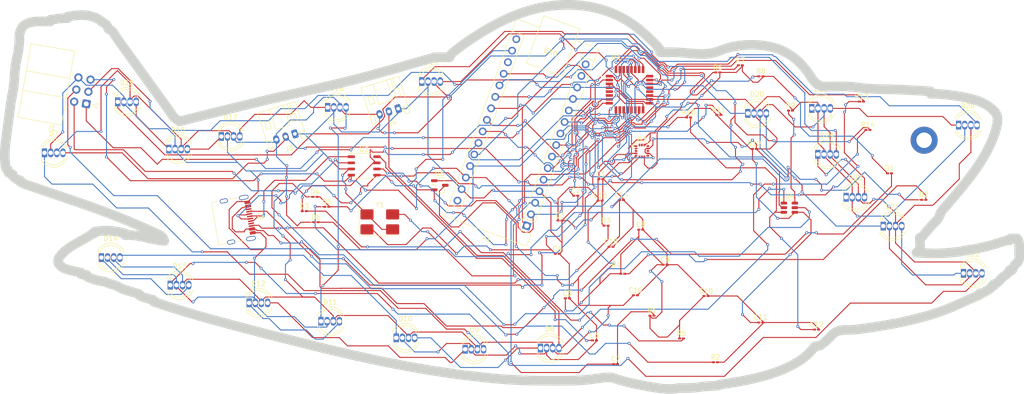
<source format=kicad_pcb>
(kicad_pcb (version 20241229) (generator "pcbnew") (generator_version "9.0")
  (layers (0 "F.Cu" signal) (2 "B.Cu" signal) (13 "F.Paste" user) (15 "B.Paste" user) (5 "F.SilkS" user "F.Silkscreen") (7 "B.SilkS" user "B.Silkscreen") (1 "F.Mask" user) (3 "B.Mask" user) (25 "Edge.Cuts" user))
  (net 0 "")
  (net 1 "D1")
  (net 2 "GND")
  (net 3 "D11")
  (net 4 "D15")
  (net 5 "A0")
  (net 6 "A1")
  (net 7 "/RESET")
  (net 8 "16")
  (net 9 "A2")
  (net 10 "D14")
  (net 11 "D3")
  (net 12 "D5")
  (net 13 "A4")
  (net 14 "D4")
  (net 15 "A5")
  (net 16 "VCC")
  (net 17 "VBUS")
  (net 18 "D12")
  (net 19 "D13")
  (net 20 "D7")
  (net 21 "D6")
  (net 22 "D0")
  (net 23 "A3")
  (net 24 "A6")
  (net 25 "D2")
  (net 26 "A7")
  (net 27 "AREF")
  (net 29 "Net-(U1-PB7)")
  (net 30 "Net-(U1-PB6)")
  (net 31 "Net-(U2-V3)")
  (net 32 "+BATT")
  (net 33 "Vdrive")
  (net 34 "/USB_P")
  (net 35 "Net-(D2-A)")
  (net 36 "Net-(D3-A)")
  (net 37 "Net-(D4-A)")
  (net 38 "Net-(D4-K)")
  (net 39 "Net-(D5-K)")
  (net 40 "Net-(D7-DIN)")
  (net 41 "Net-(D7-DOUT)")
  (net 42 "Net-(D10-DIN)")
  (net 43 "Net-(D8-DIN)")
  (net 44 "Net-(D12-DIN)")
  (net 45 "Net-(D10-DOUT)")
  (net 46 "Net-(D11-DOUT)")
  (net 47 "Net-(D11-DIN)")
  (net 48 "Net-(D13-DIN)")
  (net 49 "Net-(D13-DOUT)")
  (net 50 "Net-(D15-DOUT)")
  (net 51 "Net-(D15-DIN)")
  (net 52 "Net-(D16-DIN)")
  (net 53 "Net-(D17-DIN)")
  (net 54 "Net-(D19-DOUT)")
  (net 55 "Net-(D19-DIN)")
  (net 56 "Net-(D20-DIN)")
  (net 57 "Net-(D21-DIN)")
  (net 58 "Net-(D23-DIN)")
  (net 60 "Net-(D25-DIN)")
  (net 66 "/UD+")
  (net 67 "Net-(J2-CC1)")
  (net 69 "/UD-")
  (net 70 "Net-(J2-CC2)")
  (net 72 "Net-(U3-CS)")
  (net 73 "Net-(U4-PROG)")
  (net 74 "D10")
  (net 75 "D9")
  (net 78 "D8")
  (footprint "Capacitor_SMD:C_0201_0603Metric_Pad0.64x0.40mm_HandSolder" (layer "F.Cu") (at 199.2425 108.26)
    (property "Reference" "C11")
    (property "Value" "1uf")
  )
  (footprint "Capacitor_SMD:C_0201_0603Metric_Pad0.64x0.40mm_HandSolder" (layer "F.Cu") (at 210.7625 109.72)
    (property "Reference" "C12")
    (property "Value" "10uf")
  )
  (footprint "Capacitor_SMD:C_0201_0603Metric_Pad0.64x0.40mm_HandSolder" (layer "F.Cu") (at 179.4525 96.31)
    (property "Reference" "C9")
    (property "Value" "100nf")
  )
  (footprint "Capacitor_SMD:C_0201_0603Metric_Pad0.64x0.40mm_HandSolder" (layer "F.Cu") (at 169.205 116.88)
    (property "Reference" "C7")
    (property "Value" "100nf")
  )
  (footprint "LED_THT:LED_D5.0mm-4_RGB" (layer "F.Cu") (at 66.33 62.6)
    (property "Reference" "D15")
    (property "Value" "NeoPixel_THT")
  )
  (footprint "Package_LGA:LGA-16_3x3mm_P0.5mm_LayoutBorder3x5y" (layer "F.Cu") (at 174.66 72.755)
    (property "Reference" "U3")
    (property "Value" "LIS3DH")
  )
  (footprint "Resistor_SMD:R_0201_0603Metric_Pad0.64x0.40mm_HandSolder" (layer "F.Cu") (at 220.0325 62.54)
    (property "Reference" "R13")
    (property "Value" "330R")
  )
  (footprint "LED_THT:LED_D5.0mm-4_RGB" (layer "F.Cu") (at 51.19 73.15)
    (property "Reference" "D7")
    (property "Value" "NeoPixel_THT")
  )
  (footprint "LED_THT:LED_D5.0mm-4_RGB" (layer "F.Cu") (at 153.685 113.55)
    (property "Reference" "D8")
    (property "Value" "NeoPixel_THT")
  )
  (footprint "LED_THT:LED_D5.0mm-4_RGB" (layer "F.Cu") (at 77.18 100.52)
    (property "Reference" "D13")
    (property "Value" "NeoPixel_THT")
  )
  (footprint "Crystal:Crystal_SMD_0603-4Pin_6.0x3.5mm_HandSoldering" (layer "F.Cu") (at 120.48 87.44)
    (property "Reference" "Y1")
    (property "Value" "16Mhz")
  )
  (footprint "Diode_SMD:D_0201_0603Metric_Pad0.64x0.40mm_HandSolder" (layer "F.Cu") (at 107.3125 87.5)
    (property "Reference" "D6")
    (property "Value" "D_Schottky")
  )
  (footprint "MountingHole:MountingHole_3.2mm_M3_DIN965_Pad" (layer "F.Cu") (at 232.98 70.54)
    (property "Reference" "REF**" (hide yes))
    (property "Value" "MountingHole_3.2mm_M3_DIN965_Pad")
  )
  (footprint "Resistor_SMD:R_0201_0603Metric_Pad0.64x0.40mm_HandSolder" (layer "F.Cu") (at 189.8575 116.48)
    (property "Reference" "R2")
    (property "Value" "5k1")
  )
  (footprint "Module:Arduino_Nano" (layer "F.Cu") (at 150.855577 88.253918 160)
    (property "Reference" "A1")
    (property "Value" "Arduino_Nano_v3.x")
  )
  (footprint "LED_THT:LED_D5.0mm-4_RGB" (layer "F.Cu") (at 240.105 67.41)
    (property "Reference" "D26")
    (property "Value" "NeoPixel_THT")
  )
  (footprint "LED_SMD:LED_0201_0603Metric_Pad0.64x0.40mm_HandSolder" (layer "F.Cu") (at 104.8775 85.21)
    (property "Reference" "D3")
    (property "Value" "YELLOW")
  )
  (footprint "LED_THT:LED_D5.0mm-4_RGB" (layer "F.Cu") (at 241.12 98.09)
    (property "Reference" "D22")
    (property "Value" "NeoPixel_THT")
  )
  (footprint "Capacitor_SMD:C_0201_0603Metric_Pad0.64x0.40mm_HandSolder" (layer "F.Cu") (at 187.9075 102.77)
    (property "Reference" "C10")
    (property "Value" "100nf")
  )
  (footprint "LED_SMD:LED_0201_0603Metric_Pad0.64x0.40mm_HandSolder" (layer "F.Cu") (at 109.53 84.31)
    (property "Reference" "D5")
    (property "Value" "RED")
  )
  (footprint "Capacitor_SMD:C_0201_0603Metric_Pad0.64x0.40mm_HandSolder" (layer "F.Cu") (at 174.42 89.04)
    (property "Reference" "C8")
    (property "Value" "100nf")
  )
  (footprint "Capacitor_SMD:C_0201_0603Metric_Pad0.64x0.40mm_HandSolder" (layer "F.Cu") (at 168.2625 92.6)
    (property "Reference" "C15")
    (property "Value" "100uf")
  )
  (footprint "LED_THT:LED_D5.0mm-4_RGB" (layer "F.Cu") (at 216.85 82.34)
    (property "Reference" "D23")
    (property "Value" "NeoPixel_THT" (hide yes))
  )
  (footprint "LED_THT:LED_D5.0mm-4_RGB" (layer "F.Cu") (at 196.55 64.98)
    (property "Reference" "D20")
    (property "Value" "NeoPixel_THT")
  )
  (footprint "Resistor_SMD:R_0201_0603Metric_Pad0.64x0.40mm_HandSolder" (layer "F.Cu") (at 184.32 65.82)
    (property "Reference" "R10")
    (property "Value" "4k7")
  )
  (footprint "Resistor_SMD:R_0201_0603Metric_Pad0.64x0.40mm_HandSolder" (layer "F.Cu") (at 176.73 106.85)
    (property "Reference" "R1")
    (property "Value" "100k")
  )
  (footprint "Capacitor_SMD:C_0201_0603Metric_Pad0.64x0.40mm_HandSolder" (layer "F.Cu") (at 159.245 103.25)
    (property "Reference" "C5")
    (property "Value" "100nf")
  )
  (footprint "Package_SO:JEITA_SOIC-8_3.9x4.9mm_P1.27mm" (layer "F.Cu") (at 117.24 75.855)
    (property "Reference" "U2")
    (property "Value" "CH340N")
  )
  (footprint "Resistor_SMD:R_0201_0603Metric_Pad0.64x0.40mm_HandSolder" (layer "F.Cu") (at 190.56 65.3)
    (property "Reference" "R11")
    (property "Value" "1k")
  )
  (footprint "Capacitor_SMD:C_0201_0603Metric_Pad0.64x0.40mm_HandSolder" (layer "F.Cu") (at 157.7275 87.16)
    (property "Reference" "C3")
    (property "Value" "100nf")
  )
  (footprint "LED_THT:LED_D5.0mm-4_RGB" (layer "F.Cu") (at 209.77 63.95)
    (property "Reference" "D25")
    (property "Value" "NeoPixel_THT")
  )
  (footprint "Resistor_SMD:R_0201_0603Metric_Pad0.64x0.40mm_HandSolder" (layer "F.Cu") (at 190.3425 56.51)
    (property "Reference" "R6")
    (property "Value" "10k")
  )
  (footprint "LED_THT:LED_D5.0mm-4_RGB" (layer "F.Cu") (at 224.535 88.3)
    (property "Reference" "D21")
    (property "Value" "NeoPixel_THT")
  )
  (footprint "LED_THT:LED_D5.0mm-4_RGB" (layer "F.Cu") (at 108.325 108.01)
    (property "Reference" "D11")
    (property "Value" "NeoPixel_THT")
  )
  (footprint "Resistor_SMD:R_0201_0603Metric_Pad0.64x0.40mm_HandSolder" (layer "F.Cu") (at 199.2425 57.32)
    (property "Reference" "R8")
    (property "Value" "4k7")
  )
  (footprint "Resistor_SMD:R_0201_0603Metric_Pad0.64x0.40mm_HandSolder" (layer "F.Cu") (at 167.2525 88.22)
    (property "Reference" "R3")
    (property "Value" "5k1")
  )
  (footprint "Resistor_SMD:R_0201_0603Metric_Pad0.64x0.40mm_HandSolder" (layer "F.Cu") (at 182.8475 111.56)
    (property "Reference" "R5")
    (property "Value" "330R")
  )
  (footprint "Capacitor_SMD:C_0201_0603Metric_Pad0.64x0.40mm_HandSolder" (layer "F.Cu") (at 160.9825 82.02)
    (property "Reference" "C2")
    (property "Value" "12pf")
  )
  (footprint "Capacitor_SMD:C_0201_0603Metric_Pad0.64x0.40mm_HandSolder" (layer "F.Cu") (at 170.4275 82.9)
    (property "Reference" "C14")
    (property "Value" "1uf")
  )
  (footprint "LED_SMD:LED_0201_0603Metric_Pad0.64x0.40mm_HandSolder" (layer "F.Cu") (at 107.115 82.26)
    (property "Reference" "D4")
    (property "Value" "GREEN")
  )
  (footprint "ATMEGA328P_AU:QFP80P900X900X120-32N" (layer "F.Cu") (at 172.09 60.08)
    (property "Reference" "U1")
    (property "Value" "ATMEGA328P-AU")
  )
  (footprint "Connector_JST:JST_PH_S3B-PH-K_1x03_P2.00mm_Horizontal" (layer "F.Cu") (at 102.93892 69.228203 -163)
    (property "Reference" "J3")
    (property "Value" "Conn_01x03")
  )
  (footprint "LED_THT:LED_D5.0mm-4_RGB" (layer "F.Cu") (at 76.9 72.38)
    (property "Reference" "D16")
    (property "Value" "NeoPixel_THT")
  )
  (footprint "LED_THT:LED_D5.0mm-4_RGB" (layer "F.Cu") (at 109.705 63.75)
    (property "Reference" "D18")
    (property "Value" "NeoPixel_THT")
  )
  (footprint "Resistor_SMD:R_0201_0603Metric_Pad0.64x0.40mm_HandSolder" (layer "F.Cu") (at 170.7025 98.17)
    (property "Reference" "R4")
    (property "Value" "330R")
  )
  (footprint "LED_THT:LED_D5.0mm-4_RGB" (layer "F.Cu") (at 93.48 104.19)
    (property "Reference" "D12")
    (property "Value" "NeoPixel_THT")
  )
  (footprint "Diode_SMD:D_0201_0603Metric_Pad0.64x0.40mm_HandSolder" (layer "F.Cu") (at 225.83 77.39)
    (property "Reference" "D1")
    (property "Value" "D")
  )
  (footprint "Resistor_SMD:R_0201_0603Metric_Pad0.64x0.40mm_HandSolder" (layer "F.Cu") (at 205.37 64.41)
    (property "Reference" "R9")
    (property "Value" "1k5")
  )
  (footprint "Connector_IDC:IDC-Header_2x03_P2.54mm_Horizontal" (layer "F.Cu") (at 59.818646 63.005559 170)
    (property "Reference" "J1")
    (property "Value" "Conn_02x03_Odd_Even")
  )
  (footprint "Capacitor_SMD:C_0201_0603Metric_Pad0.64x0.40mm_HandSolder" (layer "F.Cu") (at 166.0025 83.03)
    (property "Reference" "C13")
    (property "Value" "1uf")
  )
  (footprint "LED_THT:LED_D5.0mm-4_RGB" (layer "F.Cu") (at 123.875 111.43)
    (property "Reference" "D10")
    (property "Value" "NeoPixel_THT")
  )
  (footprint "LED_THT:LED_D5.0mm-4_RGB" (layer "F.Cu") (at 62.955 94.82)
    (property "Reference" "D14")
    (property "Value" "NeoPixel_THT")
  )
  (footprint "Capacitor_SMD:C_0201_0603Metric_Pad0.64x0.40mm_HandSolder" (layer "F.Cu") (at 173.31 102.63)
    (property "Reference" "C16")
    (property "Value" "100uf")
  )
  (footprint "Capacitor_SMD:C_0201_0603Metric_Pad0.64x0.40mm_HandSolder" (layer "F.Cu") (at 164.8575 111.96)
    (property "Reference" "C6")
    (property "Value" "100nf")
  )
  (footprint "Connector_JST:JST_PH_S3B-PH-K_1x03_P2.00mm_Horizontal" (layer "F.Cu") (at 124.277335 64.008206 -163)
    (property "Reference" "J4")
    (property "Value" "Conn_01x03")
  )
  (footprint "LED_THT:LED_D5.0mm-4_RGB" (layer "F.Cu") (at 211.02 73.46)
    (property "Reference" "D24")
    (property "Value" "NeoPixel_THT")
  )
  (footprint "LED_THT:LED_D5.0mm-4_RGB" (layer "F.Cu") (at 129.17 58.4)
    (property "Reference" "D19")
    (property "Value" "NeoPixel_THT")
  )
  (footprint "Capacitor_SMD:C_0201_0603Metric_Pad0.64x0.40mm_HandSolder" (layer "F.Cu") (at 166.166579 78.594068)
    (property "Reference" "C1")
    (property "Value" "100nf")
  )
  (footprint "LED_THT:LED_D5.0mm-4_RGB" (layer "F.Cu") (at 138.12 113.8)
    (property "Reference" "D9")
    (property "Value" "NeoPixel_THT")
  )
  (footprint "Package_TO_SOT_SMD:SOT-23-3" (layer "F.Cu") (at 132.8775 79.86)
    (property "Reference" "U5")
    (property "Value" "XC6206PxxxMR")
  )
  (footprint "Resistor_SMD:R_0201_0603Metric_Pad0.64x0.40mm_HandSolder" (layer "F.Cu") (at 221.3625 68.41)
    (property "Reference" "R14")
    (property "Value" "330R")
  )
  (footprint "LED_THT:LED_D5.0mm-4_RGB" (layer "F.Cu") (at 87.735 69.76)
    (property "Reference" "D17")
    (property "Value" "NeoPixel_THT")
  )
  (footprint "Connector_USB:USB_C_Receptacle_Palconn_UTC16-G" (layer "F.Cu") (at 91.203872 86.967884 -80)
    (property "Reference" "J2")
    (property "Value" "USB_C_Receptacle_USB2.0_16P" (hide yes))
  )
  (footprint "Resistor_SMD:R_0201_0603Metric_Pad0.64x0.40mm_HandSolder" (layer "F.Cu") (at 195.0025 55.03)
    (property "Reference" "R7")
    (property "Value" "4k7")
  )
  (footprint "LED_SMD:LED_0201_0603Metric_Pad0.64x0.40mm_HandSolder" (layer "F.Cu") (at 232.9125 82.87)
    (property "Reference" "D2")
    (property "Value" "GREEN")
  )
  (footprint "Package_TO_SOT_SMD:TSOT-23-6" (layer "F.Cu") (at 205.1225 84.5)
    (property "Reference" "U4")
    (property "Value" "TP4057")
  )
  (footprint "Capacitor_SMD:C_0201_0603Metric_Pad0.64x0.40mm_HandSolder" (layer "F.Cu") (at 157.165 94.04)
    (property "Reference" "C4")
    (property "Value" "12pf")
  )
  (footprint "Resistor_SMD:R_0201_0603Metric_Pad0.64x0.40mm_HandSolder" (layer "F.Cu") (at 197.91 72.35)
    (property "Reference" "R12")
    (property "Value" "10K")
  )
  (gr_poly (pts (xy 252.634795 94.775627) (xy 252.630758 94.88309) (xy 252.623458 94.984142) (xy 252.612223 95.07993) (xy 252.59638 95.171605) (xy 252.575258 95.260314) (xy 252.548184 95.347208) (xy 252.514487 95.433435) (xy 252.473494 95.520144) (xy 252.424533 95.608485) (xy 252.366933 95.699605) (xy 252.300021 95.794655) (xy 252.223126 95.894783) (xy 252.135574 96.001139) (xy 251.690175 96.371971) (xy 251.508642 96.694409) (xy 251.446128 96.80928) (xy 251.394387 96.909375) (xy 251.347374 97.006786) (xy 251.299042 97.113606) (xy 251.174238 97.403842) (xy 250.658301 97.403842) (xy 250.561562 97.694059) (xy 250.503435 97.783364) (xy 250.444016 97.866614) (xy 250.383205 97.944382) (xy 250.320901 98.01724) (xy 250.257004 98.085763) (xy 250.191412 98.150522) (xy 250.124026 98.21209) (xy 250.054744 98.271042) (xy 249.983467 98.32795) (xy 249.910093 98.383386) (xy 249.834521 98.437925) (xy 249.756652 98.492138) (xy 249.420185 98.717202) (xy 249.362707 98.761603) (xy 249.307433 98.806088) (xy 249.254175 98.850768) (xy 249.202743 98.895754) (xy 249.152948 98.941158) (xy 249.1046 98.987089) (xy 249.057509 99.033659) (xy 249.011487 99.080978) (xy 248.966344 99.129159) (xy 248.921891 99.178311) (xy 248.834295 99.279973) (xy 248.747184 99.386853) (xy 248.659043 99.499838) (xy 248.583181 99.588097) (xy 248.510477 99.669178) (xy 248.440159 99.743575) (xy 248.37145 99.811783) (xy 248.303578 99.874297) (xy 248.235768 99.93161) (xy 248.167244 99.984218) (xy 248.097234 100.032614) (xy 248.024962 100.077292) (xy 247.949655 100.118748) (xy 247.870537 100.157476) (xy 247.786835 100.19397) (xy 247.697775 100.228724) (xy 247.602581 100.262233) (xy 247.500479 100.294991) (xy 247.390696 100.327493) (xy 247.390696 100.671447) (xy 246.874759 100.843429) (xy 246.5308 101.359364) (xy 246.344714 101.461478) (xy 246.275351 101.498428) (xy 246.211027 101.531346) (xy 246.143679 101.564264) (xy 246.065248 101.601214) (xy 245.842884 101.703328) (xy 245.402187 101.982793) (xy 245.262811 102.060847) (xy 245.204436 102.092426) (xy 245.151776 102.119503) (xy 245.103462 102.142422) (xy 245.058124 102.161531) (xy 245.014391 102.177177) (xy 244.970895 102.189705) (xy 244.926266 102.199461) (xy 244.879133 102.206793) (xy 244.828126 102.212047) (xy 244.771877 102.215568) (xy 244.709014 102.217705) (xy 244.638169 102.218801) (xy 244.467051 102.219263) (xy 244.467051 102.563217) (xy 244.169446 102.677425) (xy 243.655208 102.883091) (xy 243.144445 103.095733) (xy 242.636603 103.314415) (xy 242.131131 103.538205) (xy 241.125085 103.997365) (xy 240.121889 104.465739) (xy 238.941457 104.984381) (xy 237.74304 105.468834) (xy 236.528331 105.920723) (xy 235.299021 106.341673) (xy 234.056804 106.733308) (xy 232.803371 107.097255) (xy 230.269628 107.748583) (xy 227.711332 108.308657) (xy 225.142021 108.790478) (xy 222.575235 109.207047) (xy 220.024513 109.571367) (xy 219.537838 109.637293) (xy 219.255907 109.671413) (xy 218.975128 109.702275) (xy 218.69502 109.729453) (xy 218.415099 109.752517) (xy 218.134881 109.771039) (xy 217.853885 109.784591) (xy 217.571627 109.792745) (xy 217.287624 109.795072) (xy 216.812561 109.796875) (xy 216.586935 109.801554) (xy 216.368285 109.810541) (xy 216.155894 109.825179) (xy 215.94904 109.84681) (xy 215.747004 109.876775) (xy 215.549066 109.916416) (xy 215.354507 109.967077) (xy 215.162607 110.030099) (xy 214.972646 110.106825) (xy 214.783904 110.198595) (xy 214.595663 110.306754) (xy 214.407201 110.432641) (xy 214.2178 110.577602) (xy 214.026739 110.742975) (xy 213.810272 110.975383) (xy 213.594789 111.208704) (xy 213.380307 111.442945) (xy 213.166845 111.678114) (xy 212.94186 111.878225) (xy 212.714623 112.075804) (xy 212.485087 112.270703) (xy 212.253204 112.462774) (xy 211.857517 112.796651) (xy 211.720987 112.881746) (xy 211.66369 112.916502) (xy 211.611861 112.946734) (xy 211.564113 112.972943) (xy 211.519063 112.995631) (xy 211.475326 113.0153) (xy 211.431516 113.032451) (xy 211.386251 113.047587) (xy 211.338144 113.06121) (xy 211.285812 113.07382) (xy 211.227869 113.085922) (xy 211.162932 113.098015) (xy 211.089615 113.110602) (xy 210.912306 113.139265) (xy 210.747106 113.152807) (xy 210.679222 113.159482) (xy 210.619645 113.166777) (xy 210.567246 113.175204) (xy 210.520896 113.185276) (xy 210.479465 113.197506) (xy 210.441826 113.212406) (xy 210.424076 113.221018) (xy 210.40685 113.230489) (xy 210.373407 113.252269) (xy 210.34037 113.278257) (xy 210.306609 113.308966) (xy 210.270996 113.344909) (xy 210.232402 113.386599) (xy 210.141755 113.489269) (xy 209.909986 113.827857) (xy 209.524767 114.267805) (xy 209.11073 114.689686) (xy 208.669443 115.093927) (xy 208.202474 115.480953) (xy 207.711389 115.851192) (xy 207.197757 116.20507) (xy 206.10912 116.865448) (xy 204.949102 117.4655) (xy 203.730242 118.008638) (xy 202.465079 118.498274) (xy 201.166155 118.937821) (xy 199.846009 119.33069) (xy 198.517179 119.680294) (xy 197.192206 119.990045) (xy 195.883629 120.263355) (xy 193.365823 120.7143) (xy 191.064078 121.060426) (xy 190.926627 121.071619) (xy 190.870311 121.076978) (xy 190.8211 121.082664) (xy 190.778117 121.089042) (xy 190.740484 121.096475) (xy 190.707326 121.105328) (xy 190.677765 121.115964) (xy 190.650926 121.128748) (xy 190.62593 121.144044) (xy 190.601903 121.162215) (xy 190.577966 121.183626) (xy 190.553243 121.20864) (xy 190.526858 121.237623) (xy 190.465593 121.308947) (xy 190.091989 121.334887) (xy 189.718822 121.357778) (xy 189.345525 121.377751) (xy 188.971528 121.394938) (xy 188.307363 121.428737) (xy 187.978239 121.450768) (xy 187.650284 121.477576) (xy 187.322895 121.510177) (xy 186.995469 121.549588) (xy 186.667403 121.596823) (xy 186.338094 121.652901) (xy 185.887143 121.703981) (xy 185.437368 121.744908) (xy 184.988242 121.77634) (xy 184.539239 121.798935) (xy 184.089832 121.813353) (xy 183.639495 121.820252) (xy 183.187702 121.820292) (xy 182.733924 121.814131) (xy 182.562611 121.813165) (xy 182.428121 121.813662) (xy 182.318881 121.816757) (xy 182.270113 121.819633) (xy 182.223318 121.823583) (xy 182.17705 121.82875) (xy 182.12986 121.835274) (xy 182.026934 121.852964) (xy 181.902968 121.877785) (xy 181.746388 121.910873) (xy 181.438891 121.951944) (xy 181.132548 121.982248) (xy 180.827224 122.00244) (xy 180.522786 122.013172) (xy 180.2191 122.0151) (xy 179.916033 122.008876) (xy 179.613451 121.995154) (xy 179.31122 121.974589) (xy 178.707279 121.915544) (xy 178.103139 121.83697) (xy 177.497732 121.744098) (xy 176.889989 121.642159) (xy 176.21685 121.528417) (xy 175.277048 121.361201) (xy 174.33514 121.183188) (xy 173.393397 120.991819) (xy 172.45409 120.784531) (xy 171.519487 120.558764) (xy 170.591861 120.311956) (xy 169.67348 120.041547) (xy 168.766616 119.744974) (xy 168.665096 119.713965) (xy 168.567032 119.68708) (xy 168.471892 119.66412) (xy 168.379144 119.644885) (xy 168.288256 119.629177) (xy 168.198697 119.616796) (xy 168.109935 119.607543) (xy 168.021437 119.601219) (xy 167.932672 119.597624) (xy 167.843108 119.59656) (xy 167.752212 119.597827) (xy 167.659455 119.601225) (xy 167.466222 119.613621) (xy 167.259156 119.632154) (xy 166.667307 119.688579) (xy 166.049992 119.763428) (xy 165.433549 119.843735) (xy 164.817782 119.929096) (xy 164.202492 120.019103) (xy 163.171373 120.131018) (xy 162.138111 120.211483) (xy 161.103165 120.26561) (xy 160.066995 120.29851) (xy 157.992824 120.321076) (xy 155.919277 120.320071) (xy 155.568251 120.320369) (xy 152.59797 120.296133) (xy 151.115975 120.261837) (xy 149.635365 120.210426) (xy 148.155605 120.140149) (xy 146.67616 120.04926) (xy 145.196495 119.93601) (xy 143.716076 119.798651) (xy 143.177869 119.745584) (xy 142.639514 119.694123) (xy 137.046535 119.057071) (xy 131.473336 118.247051) (xy 125.920044 117.286125) (xy 120.386791 116.19636) (xy 114.873704 114.99982) (xy 109.380914 113.718569) (xy 98.456742 110.990197) (xy 97.87128 110.840055) (xy 91.792785 109.26639) (xy 85.712349 107.625906) (xy 82.682817 106.764557) (xy 79.666495 105.867244) (xy 76.66795 104.927549) (xy 73.691748 103.939052) (xy 73.691748 103.595098) (xy 73.308151 103.494329) (xy 72.799605 103.358618) (xy 72.297783 103.225605) (xy 72.122722 103.173314) (xy 71.949829 103.11972) (xy 71.778784 103.064187) (xy 71.609268 103.00608) (xy 71.440959 102.944763) (xy 71.273538 102.879601) (xy 71.106684 102.809958) (xy 70.940078 102.735199) (xy 70.768097 102.391235) (xy 70.657306 102.347057) (xy 70.569065 102.312598) (xy 70.494682 102.285087) (xy 70.425464 102.261753) (xy 70.352723 102.239825) (xy 70.267764 102.216532) (xy 70.026432 102.154765) (xy 69.508306 102.005519) (xy 68.991735 101.852458) (xy 68.476577 101.694696) (xy 67.962691 101.531346) (xy 67.45952 101.370116) (xy 67.301892 101.309286) (xy 67.178109 101.260369) (xy 67.077487 101.218144) (xy 67.032524 101.197909) (xy 66.989344 101.177391) (xy 66.946614 101.155936) (xy 66.902997 101.132892) (xy 66.807762 101.079426) (xy 66.692956 101.011775) (xy 66.547897 100.924718) (xy 66.467562 100.877734) (xy 66.388238 100.833507) (xy 66.309693 100.791858) (xy 66.231695 100.752606) (xy 66.154013 100.715569) (xy 66.076414 100.680567) (xy 65.998667 100.64742) (xy 65.92054 100.615947) (xy 65.762219 100.557299) (xy 65.599596 100.503178) (xy 65.430817 100.452138) (xy 65.254026 100.402733) (xy 64.939287 100.314274) (xy 64.786535 100.267993) (xy 64.635943 100.218901) (xy 64.486825 100.165916) (xy 64.338491 100.107955) (xy 64.190254 100.043937) (xy 64.115957 100.009318) (xy 64.041426 99.972778) (xy 63.92632 99.908953) (xy 63.877763 99.882963) (xy 63.833519 99.86046) (xy 63.792328 99.841098) (xy 63.752925 99.824529) (xy 63.714048 99.810409) (xy 63.674435 99.798389) (xy 63.632822 99.788124) (xy 63.587949 99.779268) (xy 63.538551 99.771473) (xy 63.483367 99.764394) (xy 63.421134 99.757685) (xy 63.350589 99.750998) (xy 63.179513 99.736308) (xy 62.760765 99.666953) (xy 62.345505 99.581527) (xy 61.933844 99.480893) (xy 61.525894 99.365909) (xy 61.121766 99.237435) (xy 60.72157 99.096332) (xy 60.325418 98.943459) (xy 59.933421 98.779677) (xy 59.933421 98.435723) (xy 58.729568 98.263741) (xy 58.729568 97.919778) (xy 58.106129 97.801543) (xy 57.062235 97.565834) (xy 56.267243 97.375697) (xy 55.948364 97.291224) (xy 55.674045 97.210349) (xy 55.438397 97.130476) (xy 55.23553 97.049006) (xy 55.059558 96.963341) (xy 54.90459 96.870883) (xy 54.764738 96.769035) (xy 54.634114 96.655199) (xy 54.506829 96.526776) (xy 54.376994 96.381168) (xy 54.086119 96.028007) (xy 54.047326 95.870809) (xy 54.032086 95.805057) (xy 54.019617 95.745856) (xy 54.009919 95.691693) (xy 54.002992 95.641056) (xy 53.998835 95.592435) (xy 53.99745 95.544319) (xy 53.998835 95.495194) (xy 54.002992 95.44355) (xy 54.009919 95.387875) (xy 54.019617 95.326658) (xy 54.032086 95.258387) (xy 54.047326 95.181551) (xy 54.086119 94.996136) (xy 54.199507 94.82331) (xy 54.3186 94.654995) (xy 54.572911 94.331332) (xy 54.847084 94.024015) (xy 55.139149 93.73191) (xy 55.447138 93.453884) (xy 55.769083 93.188805) (xy 56.103013 92.935539) (xy 56.446961 92.692952) (xy 56.798957 92.459913) (xy 57.157034 92.235288) (xy 57.883551 91.806746) (xy 59.322915 91.000773) (xy 59.733887 90.768538) (xy 60.101316 90.563092) (xy 60.221044 90.493562) (xy 60.315344 90.437829) (xy 60.392599 90.3901) (xy 60.427453 90.367426) (xy 60.461189 90.34458) (xy 60.494854 90.320839) (xy 60.529497 90.295477) (xy 60.605903 90.236998) (xy 60.69879 90.16335) (xy 60.816539 90.068738) (xy 60.923078 89.992168) (xy 60.967506 89.961189) (xy 61.007338 89.934627) (xy 61.043547 89.912143) (xy 61.077107 89.893396) (xy 61.108992 89.878048) (xy 61.12461 89.871542) (xy 61.140175 89.865758) (xy 61.155808 89.860654) (xy 61.17163 89.856187) (xy 61.204331 89.848994) (xy 61.239251 89.843841) (xy 61.277364 89.840386) (xy 61.319643 89.83829) (xy 61.367063 89.837214) (xy 61.481218 89.836761) (xy 61.481218 89.492808) (xy 61.904404 89.423543) (xy 62.318503 89.367059) (xy 62.724735 89.32321) (xy 63.124318 89.291851) (xy 63.518471 89.272836) (xy 63.908414 89.266019) (xy 64.295366 89.271256) (xy 64.680546 89.2884) (xy 65.065172 89.317305) (xy 65.450464 89.357828) (xy 65.83764 89.409821) (xy 66.227921 89.47314) (xy 66.622525 89.547639) (xy 67.022671 89.633173) (xy 67.429578 89.729595) (xy 67.844465 89.836761) (xy 67.844465 90.180715) (xy 68.1895 90.166363) (xy 68.643431 90.164521) (xy 69.087123 90.179924) (xy 69.523402 90.211762) (xy 69.955093 90.259226) (xy 70.385023 90.321508) (xy 70.816016 90.397798) (xy 71.250897 90.487288) (xy 71.692494 90.589167) (xy 72.729066 90.826311) (xy 73.228131 90.939934) (xy 73.563312 91.009931) (xy 73.899169 91.074825) (xy 74.235685 91.135107) (xy 74.57284 91.191271) (xy 75.248991 91.293209) (xy 75.927472 91.384578) (xy 75.870998 91.203795) (xy 75.843284 91.12026) (xy 75.815149 91.040808) (xy 75.786015 90.965075) (xy 75.755304 90.892695) (xy 75.722438 90.823305) (xy 75.686841 90.756539) (xy 75.647934 90.692033) (xy 75.605139 90.62942) (xy 75.557879 90.568337) (xy 75.505577 90.508419) (xy 75.447654 90.4493) (xy 75.383533 90.390616) (xy 75.312637 90.332002) (xy 75.234387 90.273093) (xy 74.796855 90.067856) (xy 74.296362 89.829164) (xy 73.745485 89.578789) (xy 73.164396 89.308607) (xy 72.225677 88.88152) (xy 71.284042 88.460927) (xy 70.672287 88.189108) (xy 68.528877 87.272979) (xy 66.369097 86.398207) (xy 64.19534 85.559109) (xy 62.01 84.75) (xy 57.614145 83.199013) (xy 53.20068 81.69977) (xy 50.920495 80.927293) (xy 48.643242 80.146142) (xy 48.13406 79.971244) (xy 47.660168 79.80684) (xy 47.243127 79.662718) (xy 47.105273 79.608767) (xy 46.969322 79.552703) (xy 46.834946 79.494563) (xy 46.701811 79.434385) (xy 46.569588 79.372207) (xy 46.437944 79.308068) (xy 46.30655 79.242006) (xy 46.175075 79.174058) (xy 46.175075 78.830094) (xy 45.884868 78.787099) (xy 45.78876 78.753963) (xy 45.696829 78.71835) (xy 45.608681 78.680276) (xy 45.52392 78.639762) (xy 45.442152 78.596827) (xy 45.362981 78.551489) (xy 45.286013 78.503769) (xy 45.210853 78.453684) (xy 45.137106 78.401255) (xy 45.064378 78.346499) (xy 44.992273 78.289437) (xy 44.920396 78.230088) (xy 44.775749 78.104602) (xy 44.627278 77.970195) (xy 44.627278 77.626241) (xy 44.208075 77.497255) (xy 43.767369 77.282287) (xy 43.72824 77.164553) (xy 43.69818 77.072012) (xy 43.675172 76.996602) (xy 43.657202 76.930262) (xy 43.642254 76.86493) (xy 43.628312 76.792545) (xy 43.613362 76.705046) (xy 43.595387 76.59437) (xy 43.251443 76.422388) (xy 43.159205 75.934549) (xy 43.088424 75.441846) (xy 43.037558 74.944979) (xy 43.005068 74.444648) (xy 42.989414 73.941553) (xy 42.989055 73.436395) (xy 43.002452 72.929873) (xy 43.028065 72.422689) (xy 43.109777 71.40913) (xy 43.221869 70.401322) (xy 43.487913 68.425358) (xy 43.60346 67.563446) (xy 43.831361 65.878252) (xy 43.928511 65.141859) (xy 44.021305 64.404952) (xy 44.198752 62.930083) (xy 44.233578 62.690205) (xy 44.271172 62.451666) (xy 44.353691 61.977295) (xy 44.444375 61.504362) (xy 44.541287 61.030254) (xy 44.648437 60.453447) (xy 44.738696 59.875281) (xy 44.814631 59.295822) (xy 44.878809 58.715136) (xy 44.933798 58.133288) (xy 44.982167 57.550346) (xy 45.069313 56.381439) (xy 45.10727 55.928249) (xy 45.152621 55.482649) (xy 45.206779 55.042724) (xy 45.271158 54.60656) (xy 45.347172 54.172244) (xy 45.436232 53.737862) (xy 45.539753 53.301499) (xy 45.659149 52.861242) (xy 45.713111 52.522562) (xy 45.763588 52.184875) (xy 45.810211 51.846788) (xy 45.852613 51.506905) (xy 45.898396 51.140402) (xy 45.924709 50.903878) (xy 45.947335 50.668971) (xy 45.965844 50.435093) (xy 45.979807 50.201651) (xy 45.988794 49.968055) (xy 45.992377 49.733713) (xy 45.990125 49.498035) (xy 45.98161 49.26043) (xy 45.981101 49.105577) (xy 45.987258 48.953155) (xy 45.999933 48.803056) (xy 46.01898 48.655172) (xy 46.044251 48.509394) (xy 46.0756 48.365615) (xy 46.112879 48.223727) (xy 46.155942 48.08362) (xy 46.204642 47.945188) (xy 46.258831 47.808322) (xy 46.318363 47.672913) (xy 46.383091 47.538854) (xy 46.452868 47.406036) (xy 46.527546 47.274352) (xy 46.606979 47.143692) (xy 46.69102 47.01395) (xy 46.805406 46.906682) (xy 46.923867 46.806881) (xy 47.046208 46.714281) (xy 47.172234 46.628614) (xy 47.301753 46.549614) (xy 47.434569 46.477013) (xy 47.57049 46.410545) (xy 47.70932 46.349941) (xy 47.994934 46.245262) (xy 48.289859 46.160838) (xy 48.592543 46.094533) (xy 48.901432 46.04421) (xy 49.214976 46.007732) (xy 49.531621 45.982964) (xy 49.849815 45.967767) (xy 50.168006 45.960006) (xy 51.409689 45.960581) (xy 51.888059 45.969713) (xy 52.36634 45.982074) (xy 52.36634 45.63812) (xy 53.494954 45.466138) (xy 54.129799 45.369401) (xy 54.362372 45.344749) (xy 54.593276 45.325135) (xy 54.823123 45.310218) (xy 55.052525 45.299657) (xy 55.282091 45.293112) (xy 55.512435 45.290242) (xy 55.744167 45.290705) (xy 55.977899 45.294162) (xy 55.977899 44.950203) (xy 56.848398 44.815531) (xy 57.669801 44.710865) (xy 58.06641 44.673987) (xy 58.455928 44.649654) (xy 58.840082 44.639547) (xy 59.220599 44.645347) (xy 59.599207 44.668735) (xy 59.977634 44.711392) (xy 60.357607 44.775) (xy 60.740854 44.86124) (xy 61.129102 44.971793) (xy 61.524078 45.108339) (xy 61.927511 45.272561) (xy 62.341127 45.466138) (xy 62.558924 45.634561) (xy 62.774999 45.805206) (xy 62.98911 45.978297) (xy 63.201016 46.154056) (xy 63.663205 46.401277) (xy 63.749263 46.462123) (xy 63.788741 46.492153) (xy 63.825996 46.522002) (xy 63.861135 46.55173) (xy 63.894268 46.581398) (xy 63.925501 46.611065) (xy 63.954942 46.640794) (xy 63.982701 46.670644) (xy 64.008884 46.700675) (xy 64.033599 46.730949) (xy 64.056955 46.761526) (xy 64.100021 46.82383) (xy 64.138944 46.888073) (xy 64.174589 46.954737) (xy 64.20782 47.024309) (xy 64.239499 47.09727) (xy 64.270492 47.174107) (xy 64.404869 47.52989) (xy 64.716578 47.668949) (xy 64.811094 47.723403) (xy 64.898747 47.779881) (xy 64.980189 47.838449) (xy 65.056069 47.899172) (xy 65.127041 47.962116) (xy 65.193755 48.027345) (xy 65.256861 48.094925) (xy 65.317012 48.164922) (xy 65.374858 48.237401) (xy 65.431051 48.312427) (xy 65.486242 48.390066) (xy 65.541081 48.470382) (xy 65.769952 48.819734) (xy 66.180427 49.430394) (xy 66.403706 49.762678) (xy 66.725714 50.227151) (xy 67.05293 50.687873) (xy 67.715469 51.603643) (xy 68.002621 52.000004) (xy 68.585772 52.804391) (xy 69.994198 54.753012) (xy 70.553129 55.526921) (xy 74.186567 60.557855) (xy 74.74171 61.326303) (xy 76.19687 63.34458) (xy 76.501855 63.768147) (xy 77.077588 64.568924) (xy 77.339996 64.985052) (xy 77.450617 65.156469) (xy 77.551316 65.307461) (xy 77.644942 65.441031) (xy 77.734345 65.560184) (xy 77.822375 65.667922) (xy 77.911883 65.76725) (xy 78.005718 65.861172) (xy 78.106729 65.952691) (xy 78.217767 66.044812) (xy 78.341682 66.140538) (xy 78.481323 66.242873) (xy 78.639541 66.354822) (xy 79.023104 66.619574) (xy 79.262553 66.585022) (xy 79.350652 66.570477) (xy 79.430954 66.554974) (xy 79.513425 66.536426) (xy 79.608031 66.512751) (xy 79.873512 66.441676) (xy 80.412289 66.307443) (xy 81.010258 66.154023) (xy 81.986924 65.909678) (xy 83.060333 65.639069) (xy 87.077229 64.635768) (xy 87.521743 64.525299) (xy 93.20451 63.142369) (xy 98.894522 61.789498) (xy 108.742546 59.564276) (xy 112.297803 58.728655) (xy 115.45503 57.946252) (xy 118.600079 57.118484) (xy 122.118804 56.146771) (xy 131.820697 53.377178) (xy 132.002441 53.368494) (xy 132.184333 53.362965) (xy 132.366297 53.360345) (xy 132.548258 53.360386) (xy 132.966449 53.362062) (xy 133.400758 53.366431) (xy 133.841117 53.368782) (xy 134.91633 53.377178) (xy 135.050306 53.066182) (xy 135.093338 52.991134) (xy 135.136301 52.9206) (xy 135.179442 52.854142) (xy 135.223007 52.791323) (xy 135.26724 52.731704) (xy 135.312388 52.674848) (xy 135.358697 52.620317) (xy 135.406413 52.567672) (xy 135.45578 52.516477) (xy 135.507046 52.466293) (xy 135.560455 52.416682) (xy 135.616254 52.367207) (xy 135.674688 52.31743) (xy 135.736004 52.266912) (xy 135.868261 52.161904) (xy 136.242485 51.868836) (xy 136.64687 51.560652) (xy 137.066361 51.238355) (xy 137.577331 50.857009) (xy 138.092937 50.484306) (xy 138.613101 50.119535) (xy 139.137745 49.761986) (xy 139.666791 49.410947) (xy 140.20016 49.065708) (xy 140.737776 48.725557) (xy 141.279558 48.389785) (xy 141.633172 48.169689) (xy 142.579003 47.597432) (xy 143.541089 47.044879) (xy 144.518694 46.51411) (xy 145.511084 46.007203) (xy 146.517523 45.526239) (xy 147.537278 45.073297) (xy 148.569613 44.650456) (xy 149.613793 44.259794) (xy 150.669084 43.903392) (xy 151.73475 43.583328) (xy 152.810058 43.301682) (xy 153.894271 43.060533) (xy 154.986656 42.86196) (xy 156.086477 42.708043) (xy 157.193 42.600861) (xy 158.30549 42.542492) (xy 158.861068 42.521669) (xy 159.948369 42.522447) (xy 161.028813 42.567653) (xy 162.100986 42.657611) (xy 163.163476 42.792641) (xy 164.214867 42.973066) (xy 165.253749 43.199206) (xy 166.278706 43.471386) (xy 167.288325 43.789925) (xy 168.281193 44.155146) (xy 169.255897 44.567371) (xy 170.211023 45.026922) (xy 171.145157 45.53412) (xy 172.056887 46.089288) (xy 172.944799 46.692747) (xy 173.807479 47.344819) (xy 174.643514 48.045826) (xy 175.099662 48.44487) (xy 175.984551 49.237825) (xy 176.421154 49.642202) (xy 176.849907 50.054722) (xy 177.267841 50.477542) (xy 177.471824 50.693488) (xy 177.671989 50.912817) (xy 177.867966 51.135801) (xy 178.059383 51.362707) (xy 178.245869 51.593805) (xy 178.427054 51.829366) (xy 178.427054 52.345307) (xy 178.71433 52.339847) (xy 180.079209 52.328841) (xy 180.759207 52.333819) (xy 181.438288 52.347577) (xy 182.116985 52.371458) (xy 182.795833 52.406807) (xy 183.475364 52.454968) (xy 184.156112 52.517284) (xy 185.076387 52.60311) (xy 185.957354 52.667789) (xy 186.386446 52.688342) (xy 186.80973 52.698981) (xy 187.228545 52.698162) (xy 187.64423 52.684345) (xy 188.058127 52.655985) (xy 188.471572 52.611542) (xy 188.885908 52.549471) (xy 189.302472 52.468232) (xy 189.722605 52.366281) (xy 190.147646 52.242075) (xy 190.578934 52.094074) (xy 191.017809 51.920733) (xy 191.681512 51.666363) (xy 192.376955 51.444681) (xy 193.099691 51.255538) (xy 193.845273 51.098784) (xy 194.609255 50.974269) (xy 195.387188 50.881843) (xy 196.174627 50.821359) (xy 196.967125 50.792664) (xy 197.760234 50.795611) (xy 198.549508 50.83005) (xy 199.3305 50.895831) (xy 200.098762 50.992804) (xy 200.849849 51.120821) (xy 201.579313 51.279731) (xy 202.282706 51.469385) (xy 202.955583 51.689633) (xy 203.5148 51.936985) (xy 204.050128 52.199085) (xy 204.562763 52.47633) (xy 205.053903 52.769119) (xy 205.524742 53.077848) (xy 205.976479 53.402916) (xy 206.410309 53.74472) (xy 206.82743 54.103658) (xy 207.229037 54.480128) (xy 207.616328 54.874527) (xy 207.990499 55.287253) (xy 208.352747 55.718704) (xy 208.704268 56.169277) (xy 209.046258 56.639371) (xy 209.379915 57.129382) (xy 209.706435 57.639708) (xy 209.817597 57.804506) (xy 209.929501 57.962309) (xy 210.042842 58.113044) (xy 210.158315 58.25664) (xy 210.276614 58.393022) (xy 210.398433 58.52212) (xy 210.524466 58.64386) (xy 210.655408 58.75817) (xy 210.791954 58.864977) (xy 210.934797 58.964209) (xy 211.084632 59.055793) (xy 211.242153 59.139656) (xy 211.408056 59.215726) (xy 211.583033 59.28393) (xy 211.767781 59.344197) (xy 211.962992 59.396452) (xy 212.2441 59.414346) (xy 212.524818 59.426235) (xy 212.805298 59.43295) (xy 213.085692 59.435321) (xy 213.646835 59.430346) (xy 214.209467 59.41795) (xy 215.459678 59.403841) (xy 216.061351 59.397374) (xy 216.584753 59.402878) (xy 217.106423 59.420641) (xy 217.626683 59.449873) (xy 218.14585 59.489784) (xy 218.664245 59.539583) (xy 219.182187 59.598481) (xy 219.699996 59.665687) (xy 220.21799 59.74041) (xy 220.790371 59.802349) (xy 221.362847 59.85132) (xy 221.935523 59.889225) (xy 222.508502 59.917962) (xy 223.655787 59.955534) (xy 224.805538 59.979236) (xy 227.187398 60.043196) (xy 229.565871 60.140914) (xy 231.942864 60.270064) (xy 234.32028 60.428323) (xy 234.32028 60.944263) (xy 234.649081 60.934057) (xy 235.152484 60.932687) (xy 235.652322 60.944952) (xy 236.149559 60.969596) (xy 236.645161 61.005361) (xy 237.140093 61.050989) (xy 237.635318 61.105222) (xy 238.131801 61.166804) (xy 238.630507 61.234475) (xy 239.293736 61.327186) (xy 240.433482 61.503125) (xy 241.585893 61.712572) (xy 242.160899 61.836051) (xy 242.731934 61.975335) (xy 243.296618 62.132901) (xy 243.852572 62.311224) (xy 244.397416 62.512781) (xy 244.928771 62.740047) (xy 245.444258 62.9955) (xy 245.941498 63.281615) (xy 246.41811 63.600868) (xy 246.871716 63.955736) (xy 247.299937 64.348695) (xy 247.700393 64.78222) (xy 247.794541 64.925613) (xy 247.875351 65.071806) (xy 247.943669 65.220612) (xy 248.000336 65.371843) (xy 248.046197 65.525311) (xy 248.082094 65.680829) (xy 248.108871 65.83821) (xy 248.127372 65.997265) (xy 248.138439 66.157807) (xy 248.142916 66.319649) (xy 248.141647 66.482604) (xy 248.135474 66.646482) (xy 248.11179 66.976263) (xy 248.078613 67.307491) (xy 247.768269 68.485426) (xy 247.384408 69.645896) (xy 246.933008 70.788818) (xy 246.420043 71.914112) (xy 245.851489 73.021696) (xy 245.233322 74.111488) (xy 244.571518 75.183408) (xy 243.872053 76.237374) (xy 243.140901 77.273304) (xy 242.38404 78.291117) (xy 240.817089 80.272068) (xy 239.219007 82.179574) (xy 237.637598 84.012985) (xy 237.400832 84.289009) (xy 237.070798 84.670878) (xy 236.739409 85.051571) (xy 236.614412 85.205137) (xy 236.563306 85.269323) (xy 236.518786 85.327057) (xy 236.480095 85.379799) (xy 236.446477 85.429009) (xy 236.417174 85.476144) (xy 236.391431 85.522665) (xy 236.36849 85.570031) (xy 236.347595 85.619702) (xy 236.327988 85.673136) (xy 236.308913 85.731794) (xy 236.289614 85.797134) (xy 236.269332 85.870617) (xy 236.222799 86.047845) (xy 236.176552 86.171008) (xy 236.126292 86.288667) (xy 236.072166 86.401315) (xy 236.01432 86.509443) (xy 235.952902 86.613542) (xy 235.888058 86.714104) (xy 235.819934 86.81162) (xy 235.748677 86.906582) (xy 235.674434 86.99948) (xy 235.597352 87.090807) (xy 235.517576 87.181053) (xy 235.435254 87.270711) (xy 235.263558 87.450225) (xy 235.083437 87.633282) (xy 234.771811 87.962342) (xy 234.466128 88.293921) (xy 234.165875 88.628466) (xy 233.870541 88.966428) (xy 233.579611 89.308257) (xy 233.292575 89.654401) (xy 233.008918 90.00531) (xy 232.728129 90.361435) (xy 232.42851 90.69666) (xy 232.084551 90.69666) (xy 232.108737 91.199157) (xy 232.127547 91.857518) (xy 232.15173 92.510503) (xy 232.135772 92.634991) (xy 232.11729 92.747421) (xy 232.095933 92.849108) (xy 232.07135 92.941368) (xy 232.043189 93.025519) (xy 232.011097 93.102875) (xy 231.974723 93.174753) (xy 231.933716 93.242469) (xy 231.887723 93.307338) (xy 231.836393 93.370678) (xy 231.779374 93.433804) (xy 231.716315 93.498031) (xy 231.646863 93.564677) (xy 231.570666 93.635057) (xy 231.396634 93.792284) (xy 232.858884 93.882157) (xy 234.011027 93.94424) (xy 234.955848 93.976519) (xy 235.796131 93.976978) (xy 236.63466 93.943601) (xy 237.574221 93.874373) (xy 238.717597 93.767278) (xy 240.167572 93.620302) (xy 240.599536 93.532972) (xy 241.439277 93.36099) (xy 241.813641 93.294406) (xy 242.188547 93.23452) (xy 242.564182 93.179087) (xy 242.940736 93.125859) (xy 243.737069 92.991345) (xy 244.527221 92.83251) (xy 245.312038 92.652493) (xy 246.092368 92.454437) (xy 246.869059 92.241481) (xy 247.642958 92.016767) (xy 249.185771 91.544628) (xy 249.608287 91.414134) (xy 249.983693 91.296405) (xy 250.093841 91.268742) (xy 250.182911 91.247953) (xy 250.222643 91.23983) (xy 250.260825 91.233057) (xy 250.298698 91.227512) (xy 250.337503 91.223072) (xy 250.378479 91.219614) (xy 250.422867 91.217016) (xy 250.471906 91.215154) (xy 250.526837 91.213906) (xy 250.659334 91.21276) (xy 250.83028 91.212596) (xy 250.83028 90.868632) (xy 251.446944 90.859187) (xy 251.795815 90.856039) (xy 252.005876 90.859187) (xy 252.206113 90.868632) (xy 252.257545 90.92567) (xy 252.304758 90.989317) (xy 252.347925 91.059176) (xy 252.387216 91.134847) (xy 252.422806 91.215933) (xy 252.454866 91.302035) (xy 252.509088 91.487694) (xy 252.551261 91.688639) (xy 252.582765 91.901682) (xy 252.604979 92.123637) (xy 252.619285 92.351319) (xy 252.627061 92.581539) (xy 252.629687 92.811111) (xy 252.625009 93.255569) (xy 252.616288 93.659199) (xy 252.614563 93.996509) (xy 252.634045 94.403275) (xy 252.63624 94.660603)) (stroke (width 2)) (fill no) (layer "Edge.Cuts"))
  (segment (start 106.48 79.91) (end 114.450001 79.91) (width 0.2) (layer "F.Cu") (net 1))
  (segment (start 119.140001 75.22) (end 119.89 75.22) (width 0.2) (layer "F.Cu") (net 1))
  (segment (start 135 73.5) (end 135.5 73) (width 0.2) (layer "F.Cu") (net 1))
  (segment (start 118.5 72.5) (end 119 73) (width 0.2) (layer "F.Cu") (net 1))
  (segment (start 104.47 82.36) (end 104.470735 82.359265) (width 0.2) (layer "F.Cu") (net 1))
  (segment (start 121.207597 73) (end 121.45848 72.749117) (width 0.2) (layer "F.Cu") (net 1))
  (segment (start 114.450001 79.91) (end 119.140001 75.22) (width 0.2) (layer "F.Cu") (net 1))
  (segment (start 161.32 52.43) (end 149.95 63.8) (width 0.2) (layer "F.Cu") (net 1))
  (segment (start 149.95 63.8) (end 149.95 87.348341) (width 0.2) (layer "F.Cu") (net 1))
  (segment (start 149.95 87.348341) (end 150.855577 88.253918) (width 0.2) (layer "F.Cu") (net 1))
  (segment (start 129.5 73.5) (end 135 73.5) (width 0.2) (layer "F.Cu") (net 1))
  (segment (start 119 73) (end 121.207597 73) (width 0.2) (layer "F.Cu") (net 1))
  (segment (start 146.5 66) (end 147.75 66) (width 0.2) (layer "F.Cu") (net 1))
  (segment (start 104.47 85.21) (end 104.47 82.36) (width 0.2) (layer "F.Cu") (net 1))
  (segment (start 118.5 74) (end 118.5 72.5) (width 0.2) (layer "F.Cu") (net 1))
  (segment (start 105.35 81.04) (end 106.48 79.91) (width 0.2) (layer "F.Cu") (net 1))
  (segment (start 170.09 57.14) (end 169.63 57.6) (width 0.2) (layer "F.Cu") (net 1))
  (segment (start 170.09 55.91) (end 170.09 57.14) (width 0.2) (layer "F.Cu") (net 1))
  (segment (start 119.72 75.22) (end 118.5 74) (width 0.2) (layer "F.Cu") (net 1))
  (segment (start 119.89 75.22) (end 119.72 75.22) (width 0.2) (layer "F.Cu") (net 1))
  (segment (start 167.28 53.97) (end 165.74 52.43) (width 0.2) (layer "F.Cu") (net 1))
  (segment (start 147.75 66) (end 149.95 63.8) (width 0.2) (layer "F.Cu") (net 1))
  (segment (start 165.74 52.43) (end 161.32 52.43) (width 0.2) (layer "F.Cu") (net 1))
  (via (at 169.63 57.6) (size 0.6) (drill 0.3) (layers "F.Cu" "B.Cu") (net 1))
  (via (at 146.5 66) (size 0.6) (drill 0.3) (layers "F.Cu" "B.Cu") (net 1))
  (via (at 129.5 73.5) (size 0.6) (drill 0.3) (layers "F.Cu" "B.Cu") (net 1))
  (via (at 105.35 81.04) (size 0.6) (drill 0.3) (layers "F.Cu" "B.Cu") (net 1))
  (via (at 104.470735 82.359265) (size 0.6) (drill 0.3) (layers "F.Cu" "B.Cu") (net 1))
  (via (at 167.28 53.97) (size 0.6) (drill 0.3) (layers "F.Cu" "B.Cu") (net 1))
  (via (at 135.5 73) (size 0.6) (drill 0.3) (layers "F.Cu" "B.Cu") (net 1))
  (via (at 121.45848 72.749117) (size 0.6) (drill 0.3) (layers "F.Cu" "B.Cu") (net 1))
  (segment (start 169.63 57.6) (end 167.28 55.25) (width 0.2) (layer "B.Cu") (net 1))
  (segment (start 141.065202 67.434798) (end 145.065202 67.434798) (width 0.2) (layer "B.Cu") (net 1))
  (segment (start 145.065202 67.434798) (end 146.5 66) (width 0.2) (layer "B.Cu") (net 1))
  (segment (start 167.28 55.25) (end 167.28 53.97) (width 0.2) (layer "B.Cu") (net 1))
  (segment (start 104.470735 82.359265) (end 104.470735 81.919265) (width 0.2) (layer "B.Cu") (net 1))
  (segment (start 122.209363 73.5) (end 129.5 73.5) (width 0.2) (layer "B.Cu") (net 1))
  (segment (start 104.470735 81.919265) (end 105.35 81.04) (width 0.2) (layer "B.Cu") (net 1))
  (segment (start 135.5 73) (end 141.065202 67.434798) (width 0.2) (layer "B.Cu") (net 1))
  (segment (start 121.45848 72.749117) (end 122.209363 73.5) (width 0.2) (layer "B.Cu") (net 1))
  (segment (start 203.11 81.13) (end 203.0215 81.2185) (width 0.2) (layer "F.Cu") (net 2))
  (segment (start 169.987147 75.181) (end 172.009 75.181) (width 0.2) (layer "F.Cu") (net 2))
  (segment (start 159.6525 103.25) (end 165.265 108.8625) (width 0.2) (layer "F.Cu") (net 2))
  (segment (start 233.3 100.47) (end 240.777 100.47) (width 0.2) (layer "F.Cu") (net 2))
  (segment (start 165.265 111.96) (end 165.265 112.159999) (width 0.2) (layer "F.Cu") (net 2))
  (segment (start 142.025 82.48) (end 143.615 80.89) (width 0.2) (layer "F.Cu") (net 2))
  (segment (start 179.86 96.31) (end 179.86 96.4875) (width 0.2) (layer "F.Cu") (net 2))
  (segment (start 205.7775 64.41) (end 207.5 62.6875) (width 0.2) (layer "F.Cu") (net 2))
  (segment (start 179.86 96.31) (end 179.86 94.0725) (width 0.2) (layer "F.Cu") (net 2))
  (segment (start 175.885 72.255) (end 176.211848 72.255) (width 0.2) (layer "F.Cu") (net 2))
  (segment (start 207.5 62.68) (end 210.87 62.68) (width 0.2) (layer "F.Cu") (net 2))
  (segment (start 240.777 100.47) (end 242.39 98.857) (width 0.2) (layer "F.Cu") (net 2))
  (segment (start 172.009 74.471) (end 172.28 74.2) (width 0.2) (layer "F.Cu") (net 2))
  (segment (start 169.746168 59.978071) (end 169.546168 59.778071) (width 0.2) (layer "F.Cu") (net 2))
  (segment (start 153.46177 81.10177) (end 155.85 83.49) (width 0.2) (layer "F.Cu") (net 2))
  (segment (start 211.17 109.520001) (end 209.909999 108.26) (width 0.2) (layer "F.Cu") (net 2))
  (segment (start 93.77 93.17) (end 96.38 93.17) (width 0.2) (layer "F.Cu") (net 2))
  (segment (start 166.574079 78.594068) (end 169.987147 75.181) (width 0.2) (layer "F.Cu") (net 2))
  (segment (start 211.04 71.11) (end 211.04 63.95) (width 0.2) (layer "F.Cu") (net 2))
  (segment (start 148.565182 113.081478) (end 146.64566 115.001) (width 0.2) (layer "F.Cu") (net 2))
  (segment (start 96.96 92.59) (end 96.96 90.82) (width 0.2) (layer "F.Cu") (net 2))
  (segment (start 179.86 96.4875) (end 173.7175 102.63) (width 0.2) (layer "F.Cu") (net 2))
  (segment (start 139.22868 82.48) (end 137.403392 80.654712) (width 0.2) (layer "F.Cu") (net 2))
  (segment (start 211.04 62.85) (end 211.04 63.95) (width 0.2) (layer "F.Cu") (net 2))
  (segment (start 78.45 100.797283) (end 78.45 100.52) (width 0.2) (layer "F.Cu") (net 2))
  (segment (start 166.574079 78.594068) (end 166.574079 82.865921) (width 0.2) (layer "F.Cu") (net 2))
  (segment (start 197.82 64.98) (end 197.82 63.88) (width 0.2) (layer "F.Cu") (net 2))
  (segment (start 166.41 85.44) (end 166.41 83.03) (width 0.2) (layer "F.Cu") (net 2))
  (segment (start 166.574079 82.865921) (end 166.41 83.03) (width 0.2) (layer "F.Cu") (net 2))
  (segment (start 146.64566 115.001) (end 140.226 115.001) (width 0.2) (layer "F.Cu") (net 2))
  (segment (start 203.630532 84.5) (end 203.985 84.5) (width 0.2) (layer "F.Cu") (net 2))
  (segment (start 202.541 70.066) (end 197.82 65.345) (width 0.2) (layer "F.Cu") (net 2))
  (segment (start 198.3175 72.35) (end 203.11 77.1425) (width 0.2) (layer "F.Cu") (net 2))
  (segment (start 202.541 70.878943) (end 202.541 70.066) (width 0.2) (layer "F.Cu") (net 2))
  (segment (start 91.900785 83.230014) (end 90.979986 83.230014) (width 0.2) (layer "F.Cu") (net 2))
  (segment (start 94.59 94.96) (end 96.38 93.17) (width 0.2) (layer "F.Cu") (net 2))
  (segment (start 218.12 85.18) (end 219.18 86.24) (width 0.2) (layer "F.Cu") (net 2))
  (segment (start 212.29 72.36) (end 211.04 71.11) (width 0.2) (layer "F.Cu") (net 2))
  (segment (start 201.069943 72.35) (end 202.541 70.878943) (width 0.2) (layer "F.Cu") (net 2))
  (segment (start 158.135 93.4775) (end 157.5725 94.04) (width 0.2) (layer "F.Cu") (net 2))
  (segment (start 203.087499 61.52) (end 200.54 61.52) (width 0.2) (layer "F.Cu") (net 2))
  (segment (start 205.7775 64.41) (end 205.7775 64.210001) (width 0.2) (layer "F.Cu") (net 2))
  (segment (start 197.82 65.345) (end 197.82 64.98) (width 0.2) (layer "F.Cu") (net 2))
  (segment (start 194.51 70.99) (end 195.36 71.84) (width 0.2) (layer "F.Cu") (net 2))
  (segment (start 154.955 114.317) (end 154.521 114.751) (width 0.2) (layer "F.Cu") (net 2))
  (segment (start 154.955 113.55) (end 154.955 114.317) (width 0.2) (layer "F.Cu") (net 2))
  (segment (start 81.9 104) (end 81.652717 104) (width 0.2) (layer "F.Cu") (net 2))
  (segment (start 90.979986 83.230014) (end 89.36 84.85) (width 0.2) (layer "F.Cu") (net 2))
  (segment (start 170.835 82.9) (end 170.835 82.725) (width 0.2) (layer "F.Cu") (net 2))
  (segment (start 212.29 73.46) (end 212.29 73.825) (width 0.2) (layer "F.Cu") (net 2))
  (segment (start 199.65 108.459999) (end 199.65 108.26) (width 0.2) (layer "F.Cu") (net 2))
  (segment (start 176.215 73.255) (end 175.885 73.255) (width 0.2) (layer "F.Cu") (net 2))
  (segment (start 198.3175 71.3575) (end 198.3175 72.35) (width 0.2) (layer "F.Cu") (net 2))
  (segment (start 197.48 70.52) (end 198.3175 71.3575) (width 0.2) (layer "F.Cu") (net 2))
  (segment (start 112.8 77.8) (end 114.11 76.49) (width 0.2) (layer "F.Cu") (net 2))
  (segment (start 188.315 102.77) (end 188.315 102.570001) (width 0.2) (layer "F.Cu") (net 2))
  (segment (start 205.7775 64.210001) (end 203.087499 61.52) (width 0.2) (layer "F.Cu") (net 2))
  (segment (start 172.009 75.181) (end 173.435 73.755) (width 0.2) (layer "F.Cu") (net 2))
  (segment (start 158.135 87.16) (end 158.135 91.72) (width 0.2) (layer "F.Cu") (net 2))
  (segment (start 179.86 94.0725) (end 174.8275 89.04) (width 0.2) (layer "F.Cu") (net 2))
  (segment (start 175.558152 73.255) (end 175.309 73.005848) (width 0.2) (layer "F.Cu") (net 2))
  (segment (start 154.955 114.985) (end 154.955 113.55) (width 0.2) (layer "F.Cu") (net 2))
  (segment (start 174.8275 86.8925) (end 172.8325 84.8975) (width 0.2) (layer "F.Cu") (net 2))
  (segment (start 175.309 72.504152) (end 175.558152 72.255) (width 0.2) (layer "F.Cu") (net 2))
  (segment (start 172.8325 88.4375) (end 172.8325 84.8975) (width 0.2) (layer "F.Cu") (net 2))
  (segment (start 165.265 112.159999) (end 161.494999 115.93) (width 0.2) (layer "F.Cu") (net 2))
  (segment (start 161.494999 115.93) (end 155.9 115.93) (width 0.2) (layer "F.Cu") (net 2))
  (segment (start 165.72 85.44) (end 164.14 87.02) (width 0.2) (layer "F.Cu") (net 2))
  (segment (start 166.704068 78.594068) (end 166.574079 78.594068) (width 0.2) (layer "F.Cu") (net 2))
  (segment (start 242.39 98.857) (end 242.39 98.09) (width 0.2) (layer "F.Cu") (net 2))
  (segment (start 211.17 109.72) (end 211.17 109.520001) (width 0.2) (layer "F.Cu") (net 2))
  (segment (start 196.02 62.08) (end 176.26 62.08) (width 0.2) (layer "F.Cu") (net 2))
  (segment (start 199.65 108.060001) (end 194.359999 102.77) (width 0.2) (layer "F.Cu") (net 2))
  (segment (start 191.629999 116.48) (end 199.65 108.459999) (width 0.2) (layer "F.Cu") (net 2))
  (segment (start 120.93 88.99) (end 117.83 85.89) (width 0.2) (layer "F.Cu") (net 2))
  (segment (start 225.805 88.3) (end 225.805 92.975) (width 0.2) (layer "F.Cu") (net 2))
  (segment (start 212.29 73.825) (end 218.12 79.655) (width 0.2) (layer "F.Cu") (net 2))
  (segment (start 194.359999 102.77) (end 188.315 102.77) (width 0.2) (layer "F.Cu") (net 2))
  (segment (start 157.5725 94.04) (end 159.6525 96.12) (width 0.2) (layer "F.Cu") (net 2))
  (segment (start 113.45 81.51) (end 113.45 80.66) (width 0.2) (layer "F.Cu") (net 2))
  (segment (start 161.39 82.02) (end 161.39 83.905) (width 0.2) (layer "F.Cu") (net 2))
  (segment (start 154.521 114.751) (end 149.511 114.751) (width 0.2) (layer "F.Cu") (net 2))
  (segment (start 158.135 91.72) (end 158.135 93.4775) (width 0.2) (layer "F.Cu") (net 2))
  (segment (start 117.83 85.89) (end 113.45 81.51) (width 0.2) (layer "F.Cu") (net 2))
  (segment (start 93.120065 83.380642) (end 92.958423 83.219) (width 0.2) (layer "F.Cu") (net 2))
  (segment (start 175.558152 72.255) (end 175.885 72.255) (width 0.2) (layer "F.Cu") (net 2))
  (segment (start 81.652717 104) (end 78.45 100.797283) (width 0.2) (layer "F.Cu") (net 2))
  (segment (start 110.23 74.56) (end 112.16 76.49) (width 0.2) (layer "F.Cu") (net 2))
  (segment (start 176.99 74.03) (end 176.215 73.255) (width 0.2) (layer "F.Cu") (net 2))
  (segment (start 166.41 87.785) (end 166.41 85.44) (width 0.2) (layer "F.Cu") (net 2))
  (segment (start 134.281 112.599) (end 138.956 112.599) (width 0.2) (layer "F.Cu") (net 2))
  (segment (start 175.885 73.255) (end 175.558152 73.255) (width 0.2) (layer "F.Cu") (net 2))
  (segment (start 155.85 83.49) (end 155.85 89.435) (width 0.2) (layer "F.Cu") (net 2))
  (segment (start 188.26 70.99) (end 194.51 70.99) (width 0.2) (layer "F.Cu") (net 2))
  (segment (start 197.82 64.24) (end 197.82 64.98) (width 0.2) (layer "F.Cu") (net 2))
  (segment (start 174.8275 89.04) (end 174.8275 86.8925) (width 0.2) (layer "F.Cu") (net 2))
  (segment (start 89.36 88.76) (end 93.77 93.17) (width 0.2) (layer "F.Cu") (net 2))
  (segment (start 171.9671 62.08) (end 169.865171 59.978071) (width 0.2) (layer "F.Cu") (net 2))
  (segment (start 198.3175 72.35) (end 201.069943 72.35) (width 0.2) (layer "F.Cu") (net 2))
  (segment (start 169.546168 59.778071) (end 169.188071 59.778071) (width 0.2) (layer "F.Cu") (net 2))
  (segment (start 139.39 113.033) (end 139.39 113.8) (width 0.2) (layer "F.Cu") (net 2))
  (segment (start 175.309 73.005848) (end 175.309 72.504152) (width 0.2) (layer "F.Cu") (net 2))
  (segment (start 176.211848 72.255) (end 176.93 71.536848) (width 0.2) (layer "F.Cu") (net 2))
  (segment (start 176.93 71.536848) (end 176.93 70.24) (width 0.2) (layer "F.Cu") (net 2))
  (segment (start 168.29 58.88) (end 167.92 58.88) (width 0.2) (layer "F.Cu") (net 2))
  (segment (start 149.511 114.751) (end 149.39 114.63) (width 0.2) (layer "F.Cu") (net 2))
  (segment (start 123.13 88.99) (end 120.93 88.99) (width 0.2) (layer "F.Cu") (net 2))
  (segment (start 172.8325 84.8975) (end 170.835 82.9) (width 0.2) (layer "F.Cu") (net 2))
  (segment (start 203.0215 83.890968) (end 203.630532 84.5) (width 0.2) (layer "F.Cu") (net 2))
  (segment (start 159.6525 96.12) (end 159.6525 103.25) (width 0.2) (layer "F.Cu") (net 2))
  (segment (start 138.956 112.599) (end 139.39 113.033) (width 0.2) (layer "F.Cu") (net 2))
  (segment (start 112.16 76.49) (end 114.59 76.49) (width 0.2) (layer "F.Cu") (net 2))
  (segment (start 197.82 63.88) (end 196.02 62.08) (width 0.2) (layer "F.Cu") (net 2))
  (segment (start 203.0215 81.2185) (end 203.0215 83.890968) (width 0.2) (layer "F.Cu") (net 2))
  (segment (start 168.67 92.6) (end 172.8325 88.4375) (width 0.2) (layer "F.Cu") (net 2))
  (segment (start 159.42 87.16) (end 158.135 87.16) (width 0.2) (layer "F.Cu") (net 2))
  (segment (start 155.85 89.435) (end 158.135 91.72) (width 0.2) (layer "F.Cu") (net 2))
  (segment (start 140.226 115.001) (end 139.39 114.165) (width 0.2) (layer "F.Cu") (net 2))
  (segment (start 143.615 80.89) (end 143.99 80.89) (width 0.2) (layer "F.Cu") (net 2))
  (segment (start 166.41 85.44) (end 165.72 85.44) (width 0.2) (layer "F.Cu") (net 2))
  (segment (start 89.36 84.85) (end 89.36 88.76) (width 0.2) (layer "F.Cu") (net 2))
  (segment (start 176.99 74.18) (end 176.99 74.03) (width 0.2) (layer "F.Cu") (net 2))
  (segment (start 212.29 73.46) (end 212.29 72.36) (width 0.2) (layer "F.Cu") (net 2))
  (segment (start 135.65868 78.91) (end 137.403392 80.654712) (width 0.2) (layer "F.Cu") (net 2))
  (segment (start 142.025 82.48) (end 139.22868 82.48) (width 0.2) (layer "F.Cu") (net 2))
  (segment (start 176.26 62.08) (end 171.9671 62.08) (width 0.2) (layer "F.Cu") (net 2))
  (segment (start 93.120065 83.380642) (end 95.35 81.150707) (width 0.2) (layer "F.Cu") (net 2))
  (segment (start 95.823412 89.683412) (end 94.231414 89.683412) (width 0.2) (layer "F.Cu") (net 2))
  (segment (start 160.98 88.72) (end 159.42 87.16) (width 0.2) (layer "F.Cu") (net 2))
  (segment (start 52.46 73.15) (end 52.46 71.34) (width 0.2) (layer "F.Cu") (net 2))
  (segment (start 153.46177 81.093459) (end 153.46177 81.10177) (width 0.2) (layer "F.Cu") (net 2))
  (segment (start 199.65 108.26) (end 199.65 108.060001) (width 0.2) (layer "F.Cu") (net 2))
  (segment (start 203.11 77.1425) (end 203.11 81.13) (width 0.2) (layer "F.Cu") (net 2))
  (segment (start 190.265 116.48) (end 191.629999 116.48) (width 0.2) (layer "F.Cu") (net 2))
  (segment (start 182.054999 96.31) (end 179.86 96.31) (width 0.2) (layer "F.Cu") (net 2))
  (segment (start 155.9 115.93) (end 154.955 114.985) (width 0.2) (layer "F.Cu") (net 2))
  (segment (start 169.865171 59.978071) (end 169.746168 59.978071) (width 0.2) (layer "F.Cu") (net 2))
  (segment (start 96.38 93.17) (end 96.96 92.59) (width 0.2) (layer "F.Cu") (net 2))
  (segment (start 96.96 90.82) (end 95.823412 89.683412) (width 0.2) (layer "F.Cu") (net 2))
  (segment (start 167.92 59.68) (end 167.92 58.88) (width 0.2) (layer "F.Cu") (net 2))
  (segment (start 218.12 82.34) (end 218.12 85.18) (width 0.2) (layer "F.Cu") (net 2))
  (segment (start 114.11 76.49) (end 114.59 76.49) (width 0.2) (layer "F.Cu") (net 2))
  (segment (start 95.35 81.150707) (end 95.35 78.83) (width 0.2) (layer "F.Cu") (net 2))
  (segment (start 161.39 83.905) (end 158.135 87.16) (width 0.2) (layer "F.Cu") (net 2))
  (segment (start 139.39 114.165) (end 139.39 113.8) (width 0.2) (layer "F.Cu") (net 2))
  (segment (start 91.911799 83.219) (end 91.900785 83.230014) (width 0.2) (layer "F.Cu") (net 2))
  (segment (start 132.53 114.35) (end 134.281 112.599) (width 0.2) (layer "F.Cu") (net 2))
  (segment (start 218.12 79.655) (end 218.12 82.34) (width 0.2) (layer "F.Cu") (net 2))
  (segment (start 52.46 71.34) (end 54.96 68.84) (width 0.2) (layer "F.Cu") (net 2))
  (segment (start 165.265 108.8625) (end 165.265 111.96) (width 0.2) (layer "F.Cu") (net 2))
  (segment (start 169.188071 59.778071) (end 168.29 58.88) (width 0.2) (layer "F.Cu") (net 2))
  (segment (start 207.5 62.6875) (end 207.5 62.68) (width 0.2) (layer "F.Cu") (net 2))
  (segment (start 172.009 75.181) (end 172.009 74.471) (width 0.2) (layer "F.Cu") (net 2))
  (segment (start 92.958423 83.219) (end 91.911799 83.219) (width 0.2) (layer "F.Cu") (net 2))
  (segment (start 225.805 92.975) (end 233.3 100.47) (width 0.2) (layer "F.Cu") (net 2))
  (segment (start 210.87 62.68) (end 211.04 62.85) (width 0.2) (layer "F.Cu") (net 2))
  (segment (start 209.909999 108.26) (end 199.65 108.26) (width 0.2) (layer "F.Cu") (net 2))
  (segment (start 166.845 88.22) (end 166.41 87.785) (width 0.2) (layer "F.Cu") (net 2))
  (segment (start 188.315 102.570001) (end 182.054999 96.31) (width 0.2) (layer "F.Cu") (net 2))
  (segment (start 170.835 82.725) (end 166.704068 78.594068) (width 0.2) (layer "F.Cu") (net 2))
  (segment (start 131.74 78.91) (end 135.65868 78.91) (width 0.2) (layer "F.Cu") (net 2))
  (segment (start 200.54 61.52) (end 197.82 64.24) (width 0.2) (layer "F.Cu") (net 2))
  (via (at 143.99 80.89) (size 0.6) (drill 0.3) (layers "F.Cu" "B.Cu") (net 2))
  (via (at 110.23 74.56) (size 0.6) (drill 0.3) (layers "F.Cu" "B.Cu") (net 2))
  (via (at 95.35 78.83) (size 0.6) (drill 0.3) (layers "F.Cu" "B.Cu") (net 2))
  (via (at 113.45 80.66) (size 0.6) (drill 0.3) (layers "F.Cu" "B.Cu") (net 2))
  (via (at 160.98 88.72) (size 0.6) (drill 0.3) (layers "F.Cu" "B.Cu") (net 2))
  (via (at 94.59 94.96) (size 0.6) (drill 0.3) (layers "F.Cu" "B.Cu") (net 2))
  (via (at 148.565182 113.081478) (size 0.6) (drill 0.3) (layers "F.Cu" "B.Cu") (net 2))
  (via (at 176.99 74.18) (size 0.6) (drill 0.3) (layers "F.Cu" "B.Cu") (net 2))
  (via (at 176.93 70.24) (size 0.6) (drill 0.3) (layers "F.Cu" "B.Cu") (net 2))
  (via (at 219.18 86.24) (size 0.6) (drill 0.3) (layers "F.Cu" "B.Cu") (net 2))
  (via (at 149.39 114.63) (size 0.6) (drill 0.3) (layers "F.Cu" "B.Cu") (net 2))
  (via (at 195.36 71.84) (size 0.6) (drill 0.3) (layers "F.Cu" "B.Cu") (net 2))
  (via (at 54.96 68.84) (size 0.6) (drill 0.3) (layers "F.Cu" "B.Cu") (net 2))
  (via (at 132.53 114.35) (size 0.6) (drill 0.3) (layers "F.Cu" "B.Cu") (net 2))
  (via (at 188.26 70.99) (size 0.6) (drill 0.3) (layers "F.Cu" "B.Cu") (net 2))
  (via (at 81.9 104) (size 0.6) (drill 0.3) (layers "F.Cu" "B.Cu") (net 2))
  (via (at 197.48 70.52) (size 0.6) (drill 0.3) (layers "F.Cu" "B.Cu") (net 2))
  (via (at 164.14 87.02) (size 0.6) (drill 0.3) (layers "F.Cu" "B.Cu") (net 2))
  (via (at 112.8 77.8) (size 0.6) (drill 0.3) (layers "F.Cu" "B.Cu") (net 2))
  (via (at 172.28 74.2) (size 0.6) (drill 0.3) (layers "F.Cu" "B.Cu") (net 2))
  (segment (start 120.360521 68.84) (end 112.61 68.84) (width 0.2) (layer "B.Cu") (net 2))
  (segment (start 125.145 111.795) (end 127.7 114.35) (width 0.2) (layer "B.Cu") (net 2))
  (segment (start 89.005 69.76) (end 89.005 73.055) (width 0.2) (layer "B.Cu") (net 2))
  (segment (start 130.44 73.69132) (end 137.403392 80.654712) (width 0.2) (layer "B.Cu") (net 2))
  (segment (start 64.225 95.155) (end 67.44 98.37) (width 0.2) (layer "B.Cu") (net 2))
  (segment (start 58.199368 57.561667) (end 59.791436 59.153735) (width 0.2) (layer "B.Cu") (net 2))
  (segment (start 130.44 58.4) (end 130.44 73.69132) (width 0.2) (layer "B.Cu") (net 2))
  (segment (start 109.494 109.211) (end 109.595 109.11) (width 0.2) (layer "B.Cu") (net 2))
  (segment (start 78.17 72.38) (end 78.17 69.66) (width 0.2) (layer "B.Cu") (net 2))
  (segment (start 72.795 68.16) (end 67.6 62.965) (width 0.2) (layer "B.Cu") (net 2))
  (segment (start 109.595 109.11) (end 109.595 108.01) (width 0.2) (layer "B.Cu") (net 2))
  (segment (start 125.931794 64.008206) (end 124.277335 64.008206) (width 0.2) (layer "B.Cu") (net 2))
  (segment (start 112.61 68.84) (end 110.975 67.205) (width 0.2) (layer "B.Cu") (net 2))
  (segment (start 195.36 71.84) (end 196.16 71.84) (width 0.2) (layer "B.Cu") (net 2))
  (segment (start 67.6 62.965) (end 67.6 62.6) (width 0.2) (layer "B.Cu") (net 2))
  (segment (start 143.99 80.89) (end 144.193459 81.093459) (width 0.2) (layer "B.Cu") (net 2))
  (segment (start 110.975 64.85) (end 106.596797 69.228203) (width 0.2) (layer "B.Cu") (net 2))
  (segment (start 102.819 107.039) (end 104.991 109.211) (width 0.2) (layer "B.Cu") (net 2))
  (segment (start 149.39 114.63) (end 149.39 113.906296) (width 0.2) (layer "B.Cu") (net 2))
  (segment (start 104.991 109.211) (end 109.494 109.211) (width 0.2) (layer "B.Cu") (net 2))
  (segment (start 124.277335 64.008206) (end 124.277335 64.923186) (width 0.2) (layer "B.Cu") (net 2))
  (segment (start 94.75 104.555) (end 97.234 107.039) (width 0.2) (layer "B.Cu") (net 2))
  (segment (start 149.39 113.906296) (end 148.565182 113.081478) (width 0.2) (layer "B.Cu") (net 2))
  (segment (start 125.145 111.43) (end 125.145 111.795) (width 0.2) (layer "B.Cu") (net 2))
  (segment (start 144.193459 81.093459) (end 153.46177 81.093459) (width 0.2) (layer "B.Cu") (net 2))
  (segment (start 224.512 86.24) (end 225.65 86.24) (width 0.2) (layer "B.Cu") (net 2))
  (segment (start 78.45 98.95) (end 78.45 100.52) (width 0.2) (layer "B.Cu") (net 2))
  (segment (start 110.975 67.205) (end 110.975 63.75) (width 0.2) (layer "B.Cu") (net 2))
  (segment (start 225.805 87.533) (end 225.805 88.3) (width 0.2) (layer "B.Cu") (net 2))
  (segment (start 162.68 87.02) (end 160.98 88.72) (width 0.2) (layer "B.Cu") (net 2))
  (segment (start 94.75 104.19) (end 94.75 104.555) (width 0.2) (layer "B.Cu") (net 2))
  (segment (start 67.44 98.37) (end 77.87 98.37) (width 0.2) (layer "B.Cu") (net 2))
  (segment (start 91.09 75.14) (end 92.85 76.9) (width 0.2) (layer "B.Cu") (net 2))
  (segment (start 94.75 103.423) (end 94.316 102.989) (width 0.2) (layer "B.Cu") (net 2))
  (segment (start 64.225 94.82) (end 64.225 95.155) (width 0.2) (layer "B.Cu") (net 2))
  (segment (start 94.59 104.03) (end 94.59 94.96) (width 0.2) (layer "B.Cu") (net 2))
  (segment (start 89.005 73.055) (end 91.09 75.14) (width 0.2) (layer "B.Cu") (net 2))
  (segment (start 225.65 86.24) (end 241.375 70.515) (width 0.2) (layer "B.Cu") (net 2))
  (segment (start 106.596797 69.228203) (end 102.93892 69.228203) (width 0.2) (layer "B.Cu") (net 2))
  (segment (start 108.88 73.21) (end 110.23 74.56) (width 0.2) (layer "B.Cu") (net 2))
  (segment (start 113.45 80.66) (end 113.45 79.63) (width 0.2) (layer "B.Cu") (net 2))
  (segment (start 105.19 76.9) (end 108.88 73.21) (width 0.2) (layer "B.Cu") (net 2))
  (segment (start 54.96 60.801035) (end 58.199368 57.561667) (width 0.2) (layer "B.Cu") (net 2))
  (segment (start 97.234 107.039) (end 102.819 107.039) (width 0.2) (layer "B.Cu") (net 2))
  (segment (start 176.93 70.24) (end 187.51 70.24) (width 0.2) (layer "B.Cu") (net 2))
  (segment (start 127.7 114.35) (end 132.53 114.35) (width 0.2) (layer "B.Cu") (net 2))
  (segment (start 164.14 87.02) (end 162.68 87.02) (width 0.2) (layer "B.Cu") (net 2))
  (segment (start 92.85 76.9) (end 93.75 76.9) (width 0.2) (layer "B.Cu") (net 2))
  (segment (start 76.67 68.16) (end 72.795 68.16) (width 0.2) (layer "B.Cu") (net 2))
  (segment (start 95.35 78.83) (end 95.35 78.5) (width 0.2) (layer "B.Cu") (net 2))
  (segment (start 130.44 58.4) (end 130.44 59.5) (width 0.2) (layer "B.Cu") (net 2))
  (segment (start 78.17 69.66) (end 76.67 68.16) (width 0.2) (layer "B.Cu") (net 2))
  (segment (start 59.791436 59.153735) (end 65.253735 59.153735) (width 0.2) (layer "B.Cu") (net 2))
  (segment (start 172.28 74.2) (end 172.3 74.18) (width 0.2) (layer "B.Cu") (net 2))
  (segment (start 65.253735 59.153735) (end 67.6 61.5) (width 0.2) (layer "B.Cu") (net 2))
  (segment (start 78.17 72.745) (end 80.565 75.14) (width 0.2) (layer "B.Cu") (net 2))
  (segment (start 102.93892 69.228203) (end 104.898203 69.228203) (width 0.2) (layer "B.Cu") (net 2))
  (segment (start 80.565 75.14) (end 91.09 75.14) (width 0.2) (layer "B.Cu") (net 2))
  (segment (start 78.17 72.38) (end 78.17 72.745) (width 0.2) (layer "B.Cu") (net 2))
  (segment (start 112.8 78.98) (end 112.8 77.8) (width 0.2) (layer "B.Cu") (net 2))
  (segment (start 196.16 71.84) (end 197.48 70.52) (width 0.2) (layer "B.Cu") (net 2))
  (segment (start 94.75 104.19) (end 94.75 103.423) (width 0.2) (layer "B.Cu") (net 2))
  (segment (start 187.51 70.24) (end 188.26 70.99) (width 0.2) (layer "B.Cu") (net 2))
  (segment (start 113.07 79.25) (end 112.8 78.98) (width 0.2) (layer "B.Cu") (net 2))
  (segment (start 219.18 86.24) (end 224.512 86.24) (width 0.2) (layer "B.Cu") (net 2))
  (segment (start 67.6 61.5) (end 67.6 62.6) (width 0.2) (layer "B.Cu") (net 2))
  (segment (start 95.35 78.5) (end 93.75 76.9) (width 0.2) (layer "B.Cu") (net 2))
  (segment (start 124.277335 64.923186) (end 120.360521 68.84) (width 0.2) (layer "B.Cu") (net 2))
  (segment (start 130.44 59.5) (end 125.931794 64.008206) (width 0.2) (layer "B.Cu") (net 2))
  (segment (start 224.512 86.24) (end 225.805 87.533) (width 0.2) (layer "B.Cu") (net 2))
  (segment (start 104.898203 69.228203) (end 108.88 73.21) (width 0.2) (layer "B.Cu") (net 2))
  (segment (start 94.316 102.989) (end 82.911 102.989) (width 0.2) (layer "B.Cu") (net 2))
  (segment (start 172.3 74.18) (end 176.99 74.18) (width 0.2) (layer "B.Cu") (net 2))
  (segment (start 113.45 79.63) (end 113.07 79.25) (width 0.2) (layer "B.Cu") (net 2))
  (segment (start 110.975 63.75) (end 110.975 64.85) (width 0.2) (layer "B.Cu") (net 2))
  (segment (start 93.75 76.9) (end 105.19 76.9) (width 0.2) (layer "B.Cu") (net 2))
  (segment (start 82.911 102.989) (end 81.9 104) (width 0.2) (layer "B.Cu") (net 2))
  (segment (start 241.375 70.515) (end 241.375 67.41) (width 0.2) (layer "B.Cu") (net 2))
  (segment (start 77.87 98.37) (end 78.45 98.95) (width 0.2) (layer "B.Cu") (net 2))
  (segment (start 94.75 104.19) (end 94.59 104.03) (width 0.2) (layer "B.Cu") (net 2))
  (segment (start 54.96 68.84) (end 54.96 60.801035) (width 0.2) (layer "B.Cu") (net 2))
  (segment (start 170.080829 68.419171) (end 170.281143 68.218857) (width 0.2) (layer "F.Cu") (net 3))
  (segment (start 166.046821 69.094764) (end 166.246821 68.894764) (width 0.2) (layer "F.Cu") (net 3))
  (segment (start 164.4 69.15147) (end 164.68143 69.15147) (width 0.2) (layer "F.Cu") (net 3))
  (segment (start 154 94.32) (end 153.5 93.82) (width 0.2) (layer "F.Cu") (net 3))
  (segment (start 56 61.821383) (end 56 71.5) (width 0.2) (layer "F.Cu") (net 3))
  (segment (start 166.759972 68.910028) (end 167.069 68.601) (width 0.2) (layer "F.Cu") (net 3))
  (segment (start 162.94 82.56) (end 163.930735 81.569265) (width 0.2) (layer "F.Cu") (net 3))
  (segment (start 166.246821 68.894764) (end 166.744707 68.894764) (width 0.2) (layer "F.Cu") (net 3))
  (segment (start 169.812729 68.419171) (end 170.080829 68.419171) (width 0.2) (layer "F.Cu") (net 3))
  (segment (start 164.4 69.15147) (end 164.5 69.05147) (width 0.2) (layer "F.Cu") (net 3))
  (segment (start 171.582752 66.887476) (end 171.618381 66.887476) (width 0.2) (layer "F.Cu") (net 3))
  (segment (start 118.40247 100.501) (end 149.501 100.501) (width 0.2) (layer "F.Cu") (net 3))
  (segment (start 170.525995 67.944233) (end 171.582752 66.887476) (width 0.2) (layer "F.Cu") (net 3))
  (segment (start 164.5 67.5) (end 165 67) (width 0.2) (layer "F.Cu") (net 3))
  (segment (start 57.758302 60.063081) (end 56 61.821383) (width 0.2) (layer "F.Cu") (net 3))
  (segment (start 171.998857 66.507) (end 172.568 66.507) (width 0.2) (layer "F.Cu") (net 3))
  (segment (start 149.501 100.501) (end 150 101) (width 0.2) (layer "F.Cu") (net 3))
  (segment (start 171.618381 66.887476) (end 171.998857 66.507) (width 0.2) (layer "F.Cu") (net 3))
  (segment (start 172.568 66.507) (end 174.09 64.985) (width 0.2) (layer "F.Cu") (net 3))
  (segment (start 164.738136 69.094764) (end 166.046821 69.094764) (width 0.2) (layer "F.Cu") (net 3))
  (segment (start 112.950735 95.049265) (end 118.40247 100.501) (width 0.2) (layer "F.Cu") (net 3))
  (segment (start 56 71.5) (end 56.5 72) (width 0.2) (layer "F.Cu") (net 3))
  (segment (start 167.069 68.601) (end 168.5 68.601) (width 0.2) (layer "F.Cu") (net 3))
  (segment (start 168.924029 69.025029) (end 169.251057 68.698) (width 0.2) (layer "F.Cu") (net 3))
  (segment (start 169.251057 68.698) (end 169.5339 68.698) (width 0.2) (layer "F.Cu") (net 3))
  (segment (start 162.94 88) (end 162.94 82.56) (width 0.2) (layer "F.Cu") (net 3))
  (segment (start 164.68143 69.15147) (end 164.738136 69.094764) (width 0.2) (layer "F.Cu") (net 3))
  (segment (start 164.995 80.24) (end 164.5 79.745) (width 0.2) (layer "F.Cu") (net 3))
  (segment (start 170.525995 68.218857) (end 170.525995 67.944233) (width 0.2) (layer "F.Cu") (net 3))
  (segment (start 170.281143 68.218857) (end 170.525995 68.218857) (width 0.2) (layer "F.Cu") (net 3))
  (segment (start 164.5 79.745) (end 164.5 77.5) (width 0.2) (layer "F.Cu") (net 3))
  (segment (start 168.5 68.601) (end 168.924029 69.025029) (width 0.2) (layer "F.Cu") (net 3))
  (segment (start 166.744707 68.894764) (end 166.759972 68.910028) (width 0.2) (layer "F.Cu") (net 3))
  (segment (start 169.5339 68.698) (end 169.812729 68.419171) (width 0.2) (layer "F.Cu") (net 3))
  (segment (start 164.5 69.05147) (end 164.5 67.5) (width 0.2) (layer "F.Cu") (net 3))
  (segment (start 174.09 64.985) (end 174.09 64.25) (width 0.2) (layer "F.Cu") (net 3))
  (segment (start 154 100.5) (end 154 94.32) (width 0.2) (layer "F.Cu") (net 3))
  (via (at 112.950735 95.049265) (size 0.6) (drill 0.3) (layers "F.Cu" "B.Cu") (net 3))
  (via (at 163.930735 81.569265) (size 0.6) (drill 0.3) (layers "F.Cu" "B.Cu") (net 3))
  (via (at 162.94 88) (size 0.6) (drill 0.3) (layers "F.Cu" "B.Cu") (net 3))
  (via (at 164.5 77.5) (size 0.6) (drill 0.3) (layers "F.Cu" "B.Cu") (net 3))
  (via (at 164.4 69.15147) (size 0.6) (drill 0.3) (layers "F.Cu" "B.Cu") (net 3))
  (via (at 56.5 72) (size 0.6) (drill 0.3) (layers "F.Cu" "B.Cu") (net 3))
  (via (at 165 67) (size 0.6) (drill 0.3) (layers "F.Cu" "B.Cu") (net 3))
  (via (at 164.995 80.24) (size 0.6) (drill 0.3) (layers "F.Cu" "B.Cu") (net 3))
  (via (at 150 101) (size 0.6) (drill 0.3) (layers "F.Cu" "B.Cu") (net 3))
  (via (at 154 100.5) (size 0.6) (drill 0.3) (layers "F.Cu" "B.Cu") (net 3))
  (via (at 153.5 93.82) (size 0.6) (drill 0.3) (layers "F.Cu" "B.Cu") (net 3))
  (segment (start 163.930735 81.569265) (end 163.930735 81.304265) (width 0.2) (layer "B.Cu") (net 3))
  (segment (start 165 77) (end 164.5 77.5) (width 0.2) (layer "B.Cu") (net 3))
  (segment (start 163.930735 81.304265) (end 164.995 80.24) (width 0.2) (layer "B.Cu") (net 3))
  (segment (start 157.12 93.82) (end 162.94 88) (width 0.2) (layer "B.Cu") (net 3))
  (segment (start 106.1229 93) (end 108.172165 95.049265) (width 0.2) (layer "B.Cu") (net 3))
  (segment (start 108.172165 95.049265) (end 112.950735 95.049265) (width 0.2) (layer "B.Cu") (net 3))
  (segment (start 153.5 93.82) (end 157.12 93.82) (width 0.2) (layer "B.Cu") (net 3))
  (segment (start 150 101) (end 150.5 100.5) (width 0.2) (layer "B.Cu") (net 3))
  (segment (start 56.5 73) (end 65.5 82) (width 0.2) (layer "B.Cu") (net 3))
  (segment (start 150.5 100.5) (end 154 100.5) (width 0.2) (layer "B.Cu") (net 3))
  (segment (start 65.5 82) (end 74.5 82) (width 0.2) (layer "B.Cu") (net 3))
  (segment (start 56.5 72) (end 56.5 73) (width 0.2) (layer "B.Cu") (net 3))
  (segment (start 165 69.75147) (end 165 77) (width 0.2) (layer "B.Cu") (net 3))
  (segment (start 162.385724 64.385724) (end 159.542889 64.385724) (width 0.2) (layer "B.Cu") (net 3))
  (segment (start 164.4 69.15147) (end 165 69.75147) (width 0.2) (layer "B.Cu") (net 3))
  (segment (start 74.5 82) (end 85.5 93) (width 0.2) (layer "B.Cu") (net 3))
  (segment (start 165 67) (end 162.385724 64.385724) (width 0.2) (layer "B.Cu") (net 3))
  (segment (start 85.5 93) (end 106.1229 93) (width 0.2) (layer "B.Cu") (net 3))
  (segment (start 171.832757 66.106) (end 172.12047 66.106) (width 0.2) (layer "F.Cu") (net 5))
  (segment (start 171.416652 66.486476) (end 171.452281 66.486476) (width 0.2) (layer "F.Cu") (net 5))
  (segment (start 179 59.9) (end 179.5 59.4) (width 0.2) (layer "F.Cu") (net 5))
  (segment (start 171.452281 66.486476) (end 171.832757 66.106) (width 0.2) (layer "F.Cu") (net 5))
  (segment (start 177.618125 58.044489) (end 176.295511 58.044489) (width 0.2) (layer "F.Cu") (net 5))
  (segment (start 170.124995 67.817857) (end 170.124995 67.778133) (width 0.2) (layer "F.Cu") (net 5))
  (segment (start 169.646629 68.018171) (end 169.914729 68.018171) (width 0.2) (layer "F.Cu") (net 5))
  (segment (start 176.295511 58.044489) (end 176.26 58.08) (width 0.2) (layer "F.Cu") (net 5))
  (segment (start 170.115043 67.817857) (end 170.124995 67.817857) (width 0.2) (layer "F.Cu") (net 5))
  (segment (start 169.147725 68.106964) (end 169.557836 68.106964) (width 0.2) (layer "F.Cu") (net 5))
  (segment (start 165 58.519135) (end 165 63) (width 0.2) (layer "F.Cu") (net 5))
  (segment (start 179 60.6) (end 179 59.9) (width 0.2) (layer "F.Cu") (net 5))
  (segment (start 170.124995 67.778133) (end 171.416652 66.486476) (width 0.2) (layer "F.Cu") (net 5))
  (segment (start 159.549265 55.049265) (end 161.53013 55.049265) (width 0.2) (layer "F.Cu") (net 5))
  (segment (start 169.914729 68.018171) (end 170.115043 67.817857) (width 0.2) (layer "F.Cu") (net 5))
  (segment (start 146.090705 56.786519) (end 154.286519 56.786519) (width 0.2) (layer "F.Cu") (net 5))
  (segment (start 174.325 66.355) (end 178 62.68) (width 0.2) (layer "F.Cu") (net 5))
  (segment (start 172.12047 66.106) (end 172.613235 65.613235) (width 0.2) (layer "F.Cu") (net 5))
  (segment (start 161.53013 55.049265) (end 165 58.519135) (width 0.2) (layer "F.Cu") (net 5))
  (segment (start 169.557836 68.106964) (end 169.646629 68.018171) (width 0.2) (layer "F.Cu") (net 5))
  (segment (start 173.79647 66.355) (end 174.325 66.355) (width 0.2) (layer "F.Cu") (net 5))
  (segment (start 154.286519 56.786519) (end 155 57.5) (width 0.2) (layer "F.Cu") (net 5))
  (via (at 165 63) (size 0.6) (drill 0.3) (layers "F.Cu" "B.Cu") (net 5))
  (via (at 178 62.68) (size 0.6) (drill 0.3) (layers "F.Cu" "B.Cu") (net 5))
  (via (at 179.5 59.4) (size 0.6) (drill 0.3) (layers "F.Cu" "B.Cu") (net 5))
  (via (at 155 57.5) (size 0.6) (drill 0.3) (layers "F.Cu" "B.Cu") (net 5))
  (via (at 177.618125 58.044489) (size 0.6) (drill 0.3) (layers "F.Cu" "B.Cu") (net 5))
  (via (at 172.613235 65.613235) (size 0.6) (drill 0.3) (layers "F.Cu" "B.Cu") (net 5))
  (via (at 173.79647 66.355) (size 0.6) (drill 0.3) (layers "F.Cu" "B.Cu") (net 5))
  (via (at 169.147725 68.106964) (size 0.6) (drill 0.3) (layers "F.Cu" "B.Cu") (net 5))
  (via (at 179 60.6) (size 0.6) (drill 0.3) (layers "F.Cu" "B.Cu") (net 5))
  (via (at 159.549265 55.049265) (size 0.6) (drill 0.3) (layers "F.Cu" "B.Cu") (net 5))
  (segment (start 167.587735 67.519222) (end 167.000778 66.932265) (width 0.2) (layer "B.Cu") (net 5))
  (segment (start 168.386689 68.868) (end 167.852143 68.868) (width 0.2) (layer "B.Cu") (net 5))
  (segment (start 178 62.68) (end 178 61.6) (width 0.2) (layer "B.Cu") (net 5))
  (segment (start 167.852143 68.868) (end 167.587735 68.603592) (width 0.2) (layer "B.Cu") (net 5))
  (segment (start 178.748943 58.399) (end 177.972636 58.399) (width 0.2) (layer "B.Cu") (net 5))
  (segment (start 155 57.5) (end 157.09853 57.5) (width 0.2) (layer "B.Cu") (net 5))
  (segment (start 157.09853 57.5) (end 159.549265 55.049265) (width 0.2) (layer "B.Cu") (net 5))
  (segment (start 177.972636 58.399) (end 177.618125 58.044489) (width 0.2) (layer "B.Cu") (net 5))
  (segment (start 165 65.8658) (end 165 63) (width 0.2) (layer "B.Cu") (net 5))
  (segment (start 169.147725 68.106964) (end 168.386689 68.868) (width 0.2) (layer "B.Cu") (net 5))
  (segment (start 178 61.6) (end 179 60.6) (width 0.2) (layer "B.Cu") (net 5))
  (segment (start 166.999365 66.932265) (end 166.5671 66.5) (width 0.2) (layer "B.Cu") (net 5))
  (segment (start 166.086957 66.5) (end 166.002 66.584957) (width 0.2) (layer "B.Cu") (net 5))
  (segment (start 167.587735 68.603592) (end 167.587735 67.519222) (width 0.2) (layer "B.Cu") (net 5))
  (segment (start 173.054705 65.613235) (end 173.79647 66.355) (width 0.2) (layer "B.Cu") (net 5))
  (segment (start 165.415043 65.998) (end 165.1322 65.998) (width 0.2) (layer "B.Cu") (net 5))
  (segment (start 179.5 59.4) (end 179.5 59.150057) (width 0.2) (layer "B.Cu") (net 5))
  (segment (start 179.5 59.150057) (end 178.748943 58.399) (width 0.2) (layer "B.Cu") (net 5))
  (segment (start 166.5671 66.5) (end 166.086957 66.5) (width 0.2) (layer "B.Cu") (net 5))
  (segment (start 172.613235 65.613235) (end 173.054705 65.613235) (width 0.2) (layer "B.Cu") (net 5))
  (segment (start 166.002 66.584957) (end 165.415043 65.998) (width 0.2) (layer "B.Cu") (net 5))
  (segment (start 167.000778 66.932265) (end 166.999365 66.932265) (width 0.2) (layer "B.Cu") (net 5))
  (segment (start 165.1322 65.998) (end 165 65.8658) (width 0.2) (layer "B.Cu") (net 5))
  (segment (start 183.5 58.5) (end 182 60) (width 0.2) (layer "F.Cu") (net 6))
  (segment (start 179.818283 55.405553) (end 180.099712 55.405553) (width 0.2) (layer "F.Cu") (net 6))
  (segment (start 175.662688 57.28) (end 176.26 57.28) (width 0.2) (layer "F.Cu") (net 6))
  (segment (start 179.806265 55.393535) (end 179.818283 55.405553) (width 0.2) (layer "F.Cu") (net 6))
  (segment (start 174.674924 58.91) (end 174.674924 58.267764) (width 0.2) (layer "F.Cu") (net 6))
  (segment (start 176.679265 52.320735) (end 176.679265 52.792165) (width 0.2) (layer "F.Cu") (net 6))
  (segment (start 174.674924 58.267764) (end 175.662688 57.28) (width 0.2) (layer "F.Cu") (net 6))
  (segment (start 182 60) (end 181.5 60) (width 0.2) (layer "F.Cu") (net 6))
  (segment (start 176.679265 52.792165) (end 178.410834 54.523734) (width 0.2) (layer "F.Cu") (net 6))
  (segment (start 179.219308 54.523735) (end 179.806265 55.110692) (width 0.2) (layer "F.Cu") (net 6))
  (segment (start 179.806265 55.110692) (end 179.806265 55.393535) (width 0.2) (layer "F.Cu") (net 6))
  (segment (start 158.5 50.5) (end 158 50) (width 0.2) (layer "F.Cu") (net 6))
  (segment (start 178.410834 54.523734) (end 179.219308 54.523735) (width 0.2) (layer "F.Cu") (net 6))
  (segment (start 158 49.69853) (end 157.900735 49.599265) (width 0.2) (layer "F.Cu") (net 6))
  (segment (start 158 50) (end 158 49.69853) (width 0.2) (layer "F.Cu") (net 6))
  (segment (start 158.5 51.5) (end 158.5 50.5) (width 0.2) (layer "F.Cu") (net 6))
  (via (at 157.900735 49.599265) (size 0.6) (drill 0.3) (layers "F.Cu" "B.Cu") (net 6))
  (via (at 158.5 51.5) (size 0.6) (drill 0.3) (layers "F.Cu" "B.Cu") (net 6))
  (via (at 176.679265 52.320735) (size 0.6) (drill 0.3) (layers "F.Cu" "B.Cu") (net 6))
  (via (at 181.5 60) (size 0.6) (drill 0.3) (layers "F.Cu" "B.Cu") (net 6))
  (via (at 180.099712 55.405553) (size 0.6) (drill 0.3) (layers "F.Cu" "B.Cu") (net 6))
  (via (at 183.5 58.5) (size 0.6) (drill 0.3) (layers "F.Cu" "B.Cu") (net 6))
  (via (at 174.674924 58.91) (size 0.6) (drill 0.3) (layers "F.Cu" "B.Cu") (net 6))
  (segment (start 158.900735 48.599265) (end 172.957795 48.599265) (width 0.2) (layer "B.Cu") (net 6))
  (segment (start 180.236265 55.269) (end 182.968943 55.269) (width 0.2) (layer "B.Cu") (net 6))
  (segment (start 146.397314 57.998) (end 152.002 57.998) (width 0.2) (layer "B.Cu") (net 6))
  (segment (start 181.5 60) (end 175.764924 60) (width 0.2) (layer "B.Cu") (net 6))
  (segment (start 182.968943 55.269) (end 183.5 55.800057) (width 0.2) (layer "B.Cu") (net 6))
  (segment (start 152.002 57.998) (end 158.5 51.5) (width 0.2) (layer "B.Cu") (net 6))
  (segment (start 175.764924 60) (end 174.674924 58.91) (width 0.2) (layer "B.Cu") (net 6))
  (segment (start 145.221975 59.173339) (end 146.397314 57.998) (width 0.2) (layer "B.Cu") (net 6))
  (segment (start 172.957795 48.599265) (end 176.679265 52.320735) (width 0.2) (layer "B.Cu") (net 6))
  (segment (start 157.900735 49.599265) (end 158.900735 48.599265) (width 0.2) (layer "B.Cu") (net 6))
  (segment (start 180.099712 55.405553) (end 180.236265 55.269) (width 0.2) (layer "B.Cu") (net 6))
  (segment (start 183.5 55.800057) (end 183.5 58.5) (width 0.2) (layer "B.Cu") (net 6))
  (segment (start 113.35 79) (end 109 79) (width 0.2) (layer "F.Cu") (net 7))
  (segment (start 131.56 76.35) (end 136.354233 76.35) (width 0.2) (layer "F.Cu") (net 7))
  (segment (start 171.69 55.91) (end 171.69 56.90147) (width 0.2) (layer "F.Cu") (net 7))
  (segment (start 136.354233 76.35) (end 138.272125 78.267892) (width 0.2) (layer "F.Cu") (net 7))
  (segment (start 124.28 80.87) (end 128.08 84.67) (width 0.2) (layer "F.Cu") (net 7))
  (segment (start 95.830057 77.5) (end 94.419057 78.911) (width 0.2) (layer "F.Cu") (net 7))
  (segment (start 114.59 77.76) (end 113.35 79) (width 0.2) (layer "F.Cu") (net 7))
  (segment (start 171.69 56.90147) (end 172.39853 57.61) (width 0.2) (layer "F.Cu") (net 7))
  (segment (start 172.41 106.04) (end 176.527499 106.04) (width 0.2) (layer "F.Cu") (net 7))
  (segment (start 169.6125 108.8375) (end 172.41 106.04) (width 0.2) (layer "F.Cu") (net 7))
  (segment (start 117.54 80.87) (end 124.28 80.87) (width 0.2) (layer "F.Cu") (net 7))
  (segment (start 163.4 116.88) (end 161.67 118.61) (width 0.2) (layer "F.Cu") (net 7))
  (segment (start 149.68 118.61) (end 147.61 116.54) (width 0.2) (layer "F.Cu") (net 7))
  (segment (start 172.39853 57.61) (end 172.41 57.61) (width 0.2) (layer "F.Cu") (net 7))
  (segment (start 64 59.5) (end 65.5 58) (width 0.2) (layer "F.Cu") (net 7))
  (segment (start 96 77.5) (end 95.830057 77.5) (width 0.2) (layer "F.Cu") (net 7))
  (segment (start 94.419057 78.911) (end 68.911 78.911) (width 0.2) (layer "F.Cu") (net 7))
  (segment (start 177.1375 106.650001) (end 177.1375 106.85) (width 0.2) (layer "F.Cu") (net 7))
  (segment (start 169.6125 116.88) (end 169.6125 108.8375) (width 0.2) (layer "F.Cu") (net 7))
  (segment (start 114.59 77.76) (end 114.59 78.59) (width 0.2) (layer "F.Cu") (net 7))
  (segment (start 176.527499 106.04) (end 177.1375 106.650001) (width 0.2) (layer "F.Cu") (net 7))
  (segment (start 64 61) (end 64 59.5) (width 0.2) (layer "F.Cu") (net 7))
  (segment (start 68.911 78.911) (end 64 74) (width 0.2) (layer "F.Cu") (net 7))
  (segment (start 114.59 78.59) (end 114.23 78.95) (width 0.2) (layer "F.Cu") (net 7))
  (segment (start 142.437892 78.267892) (end 147.19 83.02) (width 0.2) (layer "F.Cu") (net 7))
  (segment (start 168.7975 116.88) (end 163.4 116.88) (width 0.2) (layer "F.Cu") (net 7))
  (segment (start 168.7975 116.88) (end 169.6125 116.88) (width 0.2) (layer "F.Cu") (net 7))
  (segment (start 138.272125 78.267892) (end 142.437892 78.267892) (width 0.2) (layer "F.Cu") (net 7))
  (segment (start 161.67 118.61) (end 149.68 118.61) (width 0.2) (layer "F.Cu") (net 7))
  (segment (start 109 79) (end 107.5 77.5) (width 0.2) (layer "F.Cu") (net 7))
  (via (at 64 74) (size 0.6) (drill 0.3) (layers "F.Cu" "B.Cu") (net 7))
  (via (at 147.61 116.54) (size 0.6) (drill 0.3) (layers "F.Cu" "B.Cu") (net 7))
  (via (at 172.41 57.61) (size 0.6) (drill 0.3) (layers "F.Cu" "B.Cu") (net 7))
  (via (at 65.5 58) (size 0.6) (drill 0.3) (layers "F.Cu" "B.Cu") (net 7))
  (via (at 131.56 76.35) (size 0.6) (drill 0.3) (layers "F.Cu" "B.Cu") (net 7))
  (via (at 64 61) (size 0.6) (drill 0.3) (layers "F.Cu" "B.Cu") (net 7))
  (via (at 117.54 80.87) (size 0.6) (drill 0.3) (layers "F.Cu" "B.Cu") (net 7))
  (via (at 114.23 78.95) (size 0.6) (drill 0.3) (layers "F.Cu" "B.Cu") (net 7))
  (via (at 107.5 77.5) (size 0.6) (drill 0.3) (layers "F.Cu" "B.Cu") (net 7))
  (via (at 147.19 83.02) (size 0.6) (drill 0.3) (layers "F.Cu" "B.Cu") (net 7))
  (via (at 96 77.5) (size 0.6) (drill 0.3) (layers "F.Cu" "B.Cu") (net 7))
  (via (at 128.08 84.67) (size 0.6) (drill 0.3) (layers "F.Cu" "B.Cu") (net 7))
  (segment (start 171.301 58.939) (end 171.301 60.62) (width 0.2) (layer "B.Cu") (net 7))
  (segment (start 147.19 83.02) (end 148.810974 84.640974) (width 0.2) (layer "B.Cu") (net 7))
  (segment (start 172.5 67.309) (end 172.331057 67.309) (width 0.2) (layer "B.Cu") (net 7))
  (segment (start 172.331057 67.309) (end 171.979 67.661057) (width 0.2) (layer "B.Cu") (net 7))
  (segment (start 172.41 57.83) (end 171.301 58.939) (width 0.2) (layer "B.Cu") (net 7))
  (segment (start 128.08 84.67) (end 128.08 79.83) (width 0.2) (layer "B.Cu") (net 7))
  (segment (start 172.5 69.292476) (end 172.5 73.599) (width 0.2) (layer "B.Cu") (net 7))
  (segment (start 107.5 77.5) (end 96 77.5) (width 0.2) (layer "B.Cu") (net 7))
  (segment (start 171.728995 68.442533) (end 171.728995 68.940419) (width 0.2) (layer "B.Cu") (net 7))
  (segment (start 172.5 73.599) (end 172.031057 73.599) (width 0.2) (layer "B.Cu") (net 7))
  (segment (start 172.5 66.214235) (end 172.5 67.309) (width 0.2) (layer "B.Cu") (net 7))
  (segment (start 171.679 73.951057) (end 171.679 74.448943) (width 0.2) (layer "B.Cu") (net 7))
  (segment (start 172.364292 65.012235) (end 172.012235 65.364292) (width 0.2) (layer "B.Cu") (net 7))
  (segment (start 172.5 74.801) (end 172.5 78.1) (width 0.2) (layer "B.Cu") (net 7))
  (segment (start 171.995793 68.175736) (end 171.728995 68.442533) (width 0.2) (layer "B.Cu") (net 7))
  (segment (start 172.081052 69.292476) (end 172.5 69.292476) (width 0.2) (layer "B.Cu") (net 7))
  (segment (start 171.301 60.62) (end 172.5 61.819) (width 0.2) (layer "B.Cu") (net 7))
  (segment (start 64 74) (end 64 61) (width 0.2) (layer "B.Cu") (net 7))
  (segment (start 172.5 61.819) (end 172.5 65.012235) (width 0.2) (layer "B.Cu") (net 7))
  (segment (start 172.364292 66.214235) (end 172.5 66.214235) (width 0.2) (layer "B.Cu") (net 7))
  (segment (start 147.61 116.54) (end 147.61 87.331948) (width 0.2) (layer "B.Cu") (net 7))
  (segment (start 172.5 65.012235) (end 172.364292 65.012235) (width 0.2) (layer "B.Cu") (net 7))
  (segment (start 172.031057 74.801) (end 172.5 74.801) (width 0.2) (layer "B.Cu") (net 7))
  (segment (start 166.41 84.19) (end 153.302762 84.19) (width 0.2) (layer "B.Cu") (net 7))
  (segment (start 128.08 79.83) (end 131.56 76.35) (width 0.2) (layer "B.Cu") (net 7))
  (segment (start 115.62 78.95) (end 117.54 80.87) (width 0.2) (layer "B.Cu") (net 7))
  (segment (start 171.679 74.448943) (end 172.031057 74.801) (width 0.2) (layer "B.Cu") (net 7))
  (segment (start 172.012235 65.364292) (end 172.012235 65.862178) (width 0.2) (layer "B.Cu") (net 7))
  (segment (start 171.979 67.661057) (end 171.979 68.158943) (width 0.2) (layer "B.Cu") (net 7))
  (segment (start 172.031057 73.599) (end 171.679 73.951057) (width 0.2) (layer "B.Cu") (net 7))
  (segment (start 148.810974 86.130974) (end 151.46167 83.480278) (width 0.2) (layer "B.Cu") (net 7))
  (segment (start 171.979 68.158943) (end 171.995793 68.175736) (width 0.2) (layer "B.Cu") (net 7))
  (segment (start 147.61 87.331948) (end 148.810974 86.130974) (width 0.2) (layer "B.Cu") (net 7))
  (segment (start 172.41 57.61) (end 172.41 57.83) (width 0.2) (layer "B.Cu") (net 7))
  (segment (start 153.302762 84.19) (end 152.59304 83.480278) (width 0.2) (layer "B.Cu") (net 7))
  (segment (start 65.5 58) (end 65.497265 58.002735) (width 0.2) (layer "B.Cu") (net 7))
  (segment (start 171.728995 68.940419) (end 172.081052 69.292476) (width 0.2) (layer "B.Cu") (net 7))
  (segment (start 172.5 78.1) (end 166.41 84.19) (width 0.2) (layer "B.Cu") (net 7))
  (segment (start 148.810974 84.640974) (end 148.810974 86.130974) (width 0.2) (layer "B.Cu") (net 7))
  (segment (start 172.012235 65.862178) (end 172.364292 66.214235) (width 0.2) (layer "B.Cu") (net 7))
  (segment (start 151.46167 83.480278) (end 152.59304 83.480278) (width 0.2) (layer "B.Cu") (net 7))
  (segment (start 65.497265 58.002735) (end 60.700778 58.002735) (width 0.2) (layer "B.Cu") (net 7))
  (segment (start 114.23 78.95) (end 115.62 78.95) (width 0.2) (layer "B.Cu") (net 7))
  (segment (start 144.353241 61.560158) (end 151.289842 61.560158) (width 0.2) (layer "F.Cu") (net 9))
  (segment (start 158.55 57.45) (end 159.93 57.45) (width 0.2) (layer "F.Cu") (net 9))
  (segment (start 172.883835 53.212308) (end 173.850527 54.179) (width 0.2) (layer "F.Cu") (net 9))
  (segment (start 151.289842 61.560158) (end 151.3 61.55) (width 0.2) (layer "F.Cu") (net 9))
  (segment (start 172.883835 53.12242) (end 172.883835 53.212308) (width 0.2) (layer "F.Cu") (net 9))
  (segment (start 173.850527 54.179) (end 174.138943 54.179) (width 0.2) (layer "F.Cu") (net 9))
  (segment (start 174.138943 54.179) (end 174.89 54.930057) (width 0.2) (layer "F.Cu") (net 9))
  (segment (start 174.89 54.930057) (end 174.89 55.91) (width 0.2) (layer "F.Cu") (net 9))
  (segment (start 155.64 60.36) (end 158.55 57.45) (width 0.2) (layer "F.Cu") (net 9))
  (via (at 172.883835 53.12242) (size 0.6) (drill 0.3) (layers "F.Cu" "B.Cu") (net 9))
  (via (at 155.64 60.36) (size 0.6) (drill 0.3) (layers "F.Cu" "B.Cu") (net 9))
  (via (at 159.93 57.45) (size 0.6) (drill 0.3) (layers "F.Cu" "B.Cu") (net 9))
  (via (at 151.3 61.55) (size 0.6) (drill 0.3) (layers "F.Cu" "B.Cu") (net 9))
  (segment (start 161.440553 55.939447) (end 164.46061 55.939447) (width 0.2) (layer "B.Cu") (net 9))
  (segment (start 164.46061 55.939447) (end 167.277637 53.12242) (width 0.2) (layer "B.Cu") (net 9))
  (segment (start 154.45 61.55) (end 155.64 60.36) (width 0.2) (layer "B.Cu") (net 9))
  (segment (start 151.3 61.55) (end 154.45 61.55) (width 0.2) (layer "B.Cu") (net 9))
  (segment (start 159.93 57.45) (end 161.440553 55.939447) (width 0.2) (layer "B.Cu") (net 9))
  (segment (start 167.277637 53.12242) (end 172.883835 53.12242) (width 0.2) (layer "B.Cu") (net 9))
  (segment (start 209.34 61.14) (end 202.23 54.03) (width 0.2) (layer "F.Cu") (net 11))
  (segment (start 168.494942 66.97) (end 168.406736 67.058206) (width 0.2) (layer "F.Cu") (net 11))
  (segment (start 178.5 59) (end 178.611 58.889) (width 0.2) (layer "F.Cu") (net 11))
  (segment (start 178.611 58.309) (end 178.82 58.1) (width 0.2) (layer "F.Cu") (net 11))
  (segment (start 178.611 58.889) (end 178.611 58.309) (width 0.2) (layer "F.Cu") (net 11))
  (segment (start 194.26 54.03) (end 193.07 55.22) (width 0.2) (layer "F.Cu") (net 11))
  (segment (start 169.029 57.848943) (end 169.029 57.581) (width 0.2) (layer "F.Cu") (net 11))
  (segment (start 220.44 62.54) (end 220.44 62.340001) (width 0.2) (layer "F.Cu") (net 11))
  (segment (start 167.89 65.94) (end 167.89 64.39) (width 0.2) (layer "F.Cu") (net 11))
  (segment (start 163.5 69.6) (end 161.6 71.5) (width 0.2) (layer "F.Cu") (net 11))
  (segment (start 182.13 55.22) (end 181.29 56.06) (width 0.2) (layer "F.Cu") (net 11))
  (segment (start 167.89 64.39) (end 168.19 64.09) (width 0.2) (layer "F.Cu") (net 11))
  (segment (start 166.819 66.399) (end 164.751057 66.399) (width 0.2) (layer "F.Cu") (net 11))
  (segment (start 169.029 57.581) (end 168.956 57.581) (width 0.2) (layer "F.Cu") (net 11))
  (segment (start 170.231 57.811) (end 170.231 57.848943) (width 0.2) (layer "F.Cu") (net 11))
  (segment (start 167.478206 67.058206) (end 166.819 66.399) (width 0.2) (layer "F.Cu") (net 11))
  (segment (start 169.12 66.97) (end 168.494942 66.97) (width 0.2) (layer "F.Cu") (net 11))
  (segment (start 169.878943 58.201) (end 169.381057 58.201) (width 0.2) (layer "F.Cu") (net 11))
  (segment (start 168.655 57.28) (end 167.92 57.28) (width 0.2) (layer "F.Cu") (net 11))
  (segment (start 169.64 59.09) (end 169.64 58.459943) (width 0.2) (layer "F.Cu") (net 11))
  (segment (start 164.751057 66.399) (end 163.5 67.650057) (width 0.2) (layer "F.Cu") (net 11))
  (segment (start 220.44 62.340001) (end 219.239999 61.14) (width 0.2) (layer "F.Cu") (net 11))
  (segment (start 170.231 57.848943) (end 169.878943 58.201) (width 0.2) (layer "F.Cu") (net 11))
  (segment (start 178.82 58.1) (end 180.84 58.1) (width 0.2) (layer "F.Cu") (net 11))
  (segment (start 169.64 58.459943) (end 169.381057 58.201) (width 0.2) (layer "F.Cu") (net 11))
  (segment (start 168.956 57.581) (end 168.655 57.28) (width 0.2) (layer "F.Cu") (net 11))
  (segment (start 155.199233 76.319822) (end 156.300528 76.319822) (width 0.2) (layer "F.Cu") (net 11))
  (segment (start 171.83 59.41) (end 170.231 57.811) (width 0.2) (layer "F.Cu") (net 11))
  (segment (start 171.901 59.41) (end 171.83 59.41) (width 0.2) (layer "F.Cu") (net 11))
  (segment (start 193.07 55.22) (end 182.13 55.22) (width 0.2) (layer "F.Cu") (net 11))
  (segment (start 168.406736 67.058206) (end 167.478206 67.058206) (width 0.2) (layer "F.Cu") (net 11))
  (segment (start 202.23 54.03) (end 194.26 54.03) (width 0.2) (layer "F.Cu") (net 11))
  (segment (start 163.5 67.650057) (end 163.5 69.6) (width 0.2) (layer "F.Cu") (net 11))
  (segment (start 169.381057 58.201) (end 169.029 57.848943) (width 0.2) (layer "F.Cu") (net 11))
  (segment (start 219.239999 61.14) (end 209.34 61.14) (width 0.2) (layer "F.Cu") (net 11))
  (segment (start 156.300528 76.319822) (end 157.796795 74.823555) (width 0.2) (layer "F.Cu") (net 11))
  (segment (start 159.4 73.5) (end 160.4 72.5) (width 0.2) (layer "F.Cu") (net 11))
  (via (at 160.4 72.5) (size 0.6) (drill 0.3) (layers "F.Cu" "B.Cu") (net 11))
  (via (at 157.796795 74.823555) (size 0.6) (drill 0.3) (layers "F.Cu" "B.Cu") (net 11))
  (via (at 168.19 64.09) (size 0.6) (drill 0.3) (layers "F.Cu" "B.Cu") (net 11))
  (via (at 167.89 65.94) (size 0.6) (drill 0.3) (layers "F.Cu" "B.Cu") (net 11))
  (via (at 180.84 58.1) (size 0.6) (drill 0.3) (layers "F.Cu" "B.Cu") (net 11))
  (via (at 171.901 59.41) (size 0.6) (drill 0.3) (layers "F.Cu" "B.Cu") (net 11))
  (via (at 159.4 73.5) (size 0.6) (drill 0.3) (layers "F.Cu" "B.Cu") (net 11))
  (via (at 169.800735 71.800735) (size 0.6) (drill 0.3) (layers "F.Cu" "B.Cu") (net 11))
  (via (at 169.64 59.09) (size 0.6) (drill 0.3) (layers "F.Cu" "B.Cu") (net 11))
  (via (at 161.6 71.5) (size 0.6) (drill 0.3) (layers "F.Cu" "B.Cu") (net 11))
  (via (at 178.5 59) (size 0.6) (drill 0.3) (layers "F.Cu" "B.Cu") (net 11))
  (via (at 169.12 66.97) (size 0.6) (drill 0.3) (layers "F.Cu" "B.Cu") (net 11))
  (via (at 181.29 56.06) (size 0.6) (drill 0.3) (layers "F.Cu" "B.Cu") (net 11))
  (segment (start 175.332024 59) (end 175.275924 58.9439) (width 0.2) (layer "B.Cu") (net 11))
  (segment (start 170.009235 65.99114) (end 169.631353 65.613258) (width 0.2) (layer "B.Cu") (net 11))
  (segment (start 169.748725 68.148725) (end 170.101 68.501) (width 0.2) (layer "B.Cu") (net 11))
  (segment (start 168.216742 65.613258) (end 167.89 65.94) (width 0.2) (layer "B.Cu") (net 11))
  (segment (start 170.101 68.501) (end 170.101 71.50047) (width 0.2) (layer "B.Cu") (net 11))
  (segment (start 169.748725 67.858021) (end 169.748725 68.148725) (width 0.2) (layer "B.Cu") (net 11))
  (segment (start 170.009235 66.437376) (end 170.009235 65.99114) (width 0.2) (layer "B.Cu") (net 11))
  (segment (start 181.29 56.06) (end 181.29 57.65) (width 0.2) (layer "B.Cu") (net 11))
  (segment (start 174.232462 58.502519) (end 174.128943 58.399) (width 0.2) (layer "B.Cu") (net 11))
  (segment (start 174.425981 58.309) (end 174.232462 58.502519) (width 0.2) (layer "B.Cu") (net 11))
  (segment (start 175.275924 58.661057) (end 174.923867 58.309) (width 0.2) (layer "B.Cu") (net 11))
  (segment (start 173.279 58.751057) (end 173.279 59) (width 0.2) (layer "B.Cu") (net 11))
  (segment (start 169.12 66.97) (end 169.476611 66.97) (width 0.2) (layer "B.Cu") (net 11))
  (segment (start 160.4 72.5) (end 160.6 72.5) (width 0.2) (layer "B.Cu") (net 11))
  (segment (start 169.989755 62.290245) (end 169.989755 59.439755) (width 0.2) (layer "B.Cu") (net 11))
  (segment (start 173.631057 58.399) (end 173.279 58.751057) (width 0.2) (layer "B.Cu") (net 11))
  (segment (start 169.396668 67.505964) (end 169.748725 67.858021) (width 0.2) (layer "B.Cu") (net 11))
  (segment (start 170.101 71.50047) (end 169.800735 71.800735) (width 0.2) (layer "B.Cu") (net 11))
  (segment (start 172.311 59) (end 171.901 59.41) (width 0.2) (layer "B.Cu") (net 11))
  (segment (start 173.279 59) (end 172.311 59) (width 0.2) (layer "B.Cu") (net 11))
  (segment (start 158.076445 74.823555) (end 159.4 73.5) (width 0.2) (layer "B.Cu") (net 11))
  (segment (start 181.29 57.65) (end 180.84 58.1) (width 0.2) (layer "B.Cu") (net 11))
  (segment (start 175.275924 58.9439) (end 175.275924 58.661057) (width 0.2) (layer "B.Cu") (net 11))
  (segment (start 157.796795 74.823555) (end 158.076445 74.823555) (width 0.2) (layer "B.Cu") (net 11))
  (segment (start 178.5 59) (end 175.332024 59) (width 0.2) (layer "B.Cu") (net 11))
  (segment (start 169.12 66.97) (end 169.396668 67.246668) (width 0.2) (layer "B.Cu") (net 11))
  (segment (start 169.396668 67.246668) (end 169.396668 67.505964) (width 0.2) (layer "B.Cu") (net 11))
  (segment (start 169.631353 65.613258) (end 168.216742 65.613258) (width 0.2) (layer "B.Cu") (net 11))
  (segment (start 160.6 72.5) (end 161.6 71.5) (width 0.2) (layer "B.Cu") (net 11))
  (segment (start 169.476611 66.97) (end 170.009235 66.437376) (width 0.2) (layer "B.Cu") (net 11))
  (segment (start 174.923867 58.309) (end 174.425981 58.309) (width 0.2) (layer "B.Cu") (net 11))
  (segment (start 168.19 64.09) (end 169.989755 62.290245) (width 0.2) (layer "B.Cu") (net 11))
  (segment (start 169.989755 59.439755) (end 169.64 59.09) (width 0.2) (layer "B.Cu") (net 11))
  (segment (start 174.128943 58.399) (end 173.631057 58.399) (width 0.2) (layer "B.Cu") (net 11))
  (segment (start 159.493816 71.546184) (end 159.58 71.46) (width 0.2) (layer "F.Cu") (net 12))
  (segment (start 164.584957 65.998) (end 166.9851 65.998) (width 0.2) (layer "F.Cu") (net 12))
  (segment (start 163.099 67.483957) (end 164.584957 65.998) (width 0.2) (layer "F.Cu") (net 12))
  (segment (start 168.089519 66.657206) (end 169.133467 65.613258) (width 0.2) (layer "F.Cu") (net 12))
  (segment (start 163.099 69.152472) (end 163.099 67.483957) (width 0.2) (layer "F.Cu") (net 12))
  (segment (start 166.9851 65.998) (end 167.644306 66.657206) (width 0.2) (layer "F.Cu") (net 12))
  (segment (start 167.644306 66.657206) (end 168.089519 66.657206) (width 0.2) (layer "F.Cu") (net 12))
  (segment (start 161.6 70.651472) (end 163.099 69.152472) (width 0.2) (layer "F.Cu") (net 12))
  (segment (start 169.29 65.613258) (end 169.29 64.25) (width 0.2) (layer "F.Cu") (net 12))
  (segment (start 156.936696 71.546184) (end 159.493816 71.546184) (width 0.2) (layer "F.Cu") (net 12))
  (segment (start 169.133467 65.613258) (end 169.29 65.613258) (width 0.2) (layer "F.Cu") (net 12))
  (via (at 159.58 71.46) (size 0.6) (drill 0.3) (layers "F.Cu" "B.Cu") (net 12))
  (via (at 161.6 70.651472) (size 0.6) (drill 0.3) (layers "F.Cu" "B.Cu") (net 12))
  (segment (start 159.58 71.46) (end 160.791473 71.46) (width 0.2) (layer "B.Cu") (net 12))
  (segment (start 160.791473 71.46) (end 161.6 70.651472) (width 0.2) (layer "B.Cu") (net 12))
  (segment (start 187.561 57.398943) (end 187.561 56.901057) (width 0.2) (layer "F.Cu") (net 13))
  (segment (start 186.059 61.171) (end 185.021057 61.171) (width 0.2) (layer "F.Cu") (net 13))
  (segment (start 172.71147 51) (end 173.21853 51) (width 0.2) (layer "F.Cu") (net 13))
  (segment (start 169.300735 54.410735) (end 172.71147 51) (width 0.2) (layer "F.Cu") (net 13))
  (segment (start 169.78 78) (end 170.34 77.44) (width 0.2) (layer "F.Cu") (net 13))
  (segment (start 162.6 72.5) (end 163.1 72) (width 0.2) (layer "F.Cu") (net 13))
  (segment (start 171.889 54.364717) (end 171.889 54.251057) (width 0.2) (layer "F.Cu") (net 13))
  (segment (start 170.7 77.44) (end 170.34 77.44) (width 0.2) (layer "F.Cu") (net 13))
  (segment (start 150.55 66.5) (end 150.55 66.716537) (width 0.2) (layer "F.Cu") (net 13))
  (segment (start 173.091 54.28516) (end 173.29 54.48416) (width 0.2) (layer "F.Cu") (net 13))
  (segment (start 171.701518 54.364717) (end 171.889 54.364717) (width 0.2) (layer "F.Cu") (net 13))
  (segment (start 173.21853 51) (end 174.439265 52.220735) (width 0.2) (layer "F.Cu") (net 13))
  (segment (start 172.241057 53.899) (end 172.738943 53.899) (width 0.2) (layer "F.Cu") (net 13))
  (segment (start 179.93953 56.661) (end 178.804265 55.525735) (width 0.2) (layer "F.Cu") (net 13))
  (segment (start 187.208943 56.549) (end 186.711057 56.549) (width 0.2) (layer "F.Cu") (net 13))
  (segment (start 150.55 66.716537) (end 158.5 74.666537) (width 0.2) (layer "F.Cu") (net 13))
  (segment (start 160.601 73.799) (end 160.9 73.5) (width 0.2) (layer "F.Cu") (net 13))
  (segment (start 187.561 56.901057) (end 187.208943 56.549) (width 0.2) (layer "F.Cu") (net 13))
  (segment (start 158.5 74.666537) (end 158.5 75.818822) (width 0.2) (layer "F.Cu") (net 13))
  (segment (start 189.03 58.2) (end 186.059 61.171) (width 0.2) (layer "F.Cu") (net 13))
  (segment (start 160.601 75.450473) (end 160.601 73.799) (width 0.2) (layer "F.Cu") (net 13))
  (segment (start 198.835 57.32) (end 197.7 57.32) (width 0.2) (layer "F.Cu") (net 13))
  (segment (start 197.7 57.32) (end 197.57 57.45) (width 0.2) (layer "F.Cu") (net 13))
  (segment (start 172.738943 53.899) (end 173.091 54.251057) (width 0.2) (layer "F.Cu") (net 13))
  (segment (start 160.1 75.951473) (end 160.601 75.450473) (width 0.2) (layer "F.Cu") (net 13))
  (segment (start 142.615779 66.333798) (end 143.781981 67.5) (width 0.2) (layer "F.Cu") (net 13))
  (segment (start 174.16 73.98) (end 170.7 77.44) (width 0.2) (layer "F.Cu") (net 13))
  (segment (start 173.29 54.48416) (end 173.29 55.91) (width 0.2) (layer "F.Cu") (net 13))
  (segment (start 186.711057 56.549) (end 186.599057 56.661) (width 0.2) (layer "F.Cu") (net 13))
  (segment (start 184.669 60.818943) (end 184.669 60.290943) (width 0.2) (layer "F.Cu") (net 13))
  (segment (start 173.091 54.251057) (end 173.091 54.28516) (width 0.2) (layer "F.Cu") (net 13))
  (segment (start 143.781981 67.5) (end 149 67.5) (width 0.2) (layer "F.Cu") (net 13))
  (segment (start 185.021057 61.171) (end 184.669 60.818943) (width 0.2) (layer "F.Cu") (net 13))
  (segment (start 161.9 72.5) (end 162.6 72.5) (width 0.2) (layer "F.Cu") (net 13))
  (segment (start 168.5 78) (end 169.78 78) (width 0.2) (layer "F.Cu") (net 13))
  (segment (start 186.599057 56.661) (end 179.93953 56.661) (width 0.2) (layer "F.Cu") (net 13))
  (segment (start 184.669 60.290943) (end 187.561 57.398943) (width 0.2) (layer "F.Cu") (net 13))
  (segment (start 171.889 54.251057) (end 172.241057 53.899) (width 0.2) (layer "F.Cu") (net 13))
  (via (at 174.439265 52.220735) (size 0.6) (drill 0.3) (layers "F.Cu" "B.Cu") (net 13))
  (via (at 169.300735 54.410735) (size 0.6) (drill 0.3) (layers "F.Cu" "B.Cu") (net 13))
  (via (at 189.03 58.2) (size 0.6) (drill 0.3) (layers "F.Cu" "B.Cu") (net 13))
  (via (at 178.804265 55.525735) (size 0.6) (drill 0.3) (layers "F.Cu" "B.Cu") (net 13))
  (via (at 158.5 75.818822) (size 0.6) (drill 0.3) (layers "F.Cu" "B.Cu") (net 13))
  (via (at 161.9 72.5) (size 0.6) (drill 0.3) (layers "F.Cu" "B.Cu") (net 13))
  (via (at 168.5 78) (size 0.6) (drill 0.3) (layers "F.Cu" "B.Cu") (net 13))
  (via (at 160.9 73.5) (size 0.6) (drill 0.3) (layers "F.Cu" "B.Cu") (net 13))
  (via (at 163.1 72) (size 0.6) (drill 0.3) (layers "F.Cu" "B.Cu") (net 13))
  (via (at 160.1 75.951473) (size 0.6) (drill 0.3) (layers "F.Cu" "B.Cu") (net 13))
  (via (at 171.701518 54.364717) (size 0.6) (drill 0.3) (layers "F.Cu" "B.Cu") (net 13))
  (via (at 197.57 57.45) (size 0.6) (drill 0.3) (layers "F.Cu" "B.Cu") (net 13))
  (via (at 149 67.5) (size 0.6) (drill 0.3) (layers "F.Cu" "B.Cu") (net 13))
  (via (at 170.34 77.44) (size 0.6) (drill 0.3) (layers "F.Cu" "B.Cu") (net 13))
  (via (at 150.55 66.5) (size 0.6) (drill 0.3) (layers "F.Cu" "B.Cu") (net 13))
  (segment (start 196.69 58.33) (end 189.16 58.33) (width 0.2) (layer "B.Cu") (net 13))
  (segment (start 175.677265 52.735778) (end 175.677265 52.734365) (width 0.2) (layer "B.Cu") (net 13))
  (segment (start 189.16 58.33) (end 189.03 58.2) (width 0.2) (layer "B.Cu") (net 13))
  (segment (start 171.5 64.742327) (end 171.5 61.9532) (width 0.2) (layer "B.Cu") (net 13))
  (segment (start 170.965283 54.364717) (end 171.701518 54.364717) (width 0.2) (layer "B.Cu") (net 13))
  (segment (start 171.177 67.328857) (end 171.5 67.005857) (width 0.2) (layer "B.Cu") (net 13))
  (segment (start 170.926995 68.110333) (end 171.177 67.86033) (width 0.2) (layer "B.Cu") (net 13))
  (segment (start 197.57 57.45) (end 196.69 58.33) (width 0.2) (layer "B.Cu") (net 13))
  (segment (start 169.54147 54.17) (end 171.506801 54.17) (width 0.2) (layer "B.Cu") (net 13))
  (segment (start 170.42 59.21) (end 170.42 54.91) (width 0.2) (layer "B.Cu") (net 13))
  (segment (start 171.210235 66.194378) (end 171.210235 65.032092) (width 0.2) (layer "B.Cu") (net 13))
  (segment (start 171.701518 54.341518) (end 171.701518 54.364717) (width 0.2) (layer "B.Cu") (net 13))
  (segment (start 170.499 59.289) (end 170.42 59.21) (width 0.2) (layer "B.Cu") (net 13))
  (segment (start 160.9 73.5) (end 161.9 72.5) (width 0.2) (layer "B.Cu") (net 13))
  (segment (start 170.499 60.9522) (end 170.499 59.289) (width 0.2) (layer "B.Cu") (net 13))
  (segment (start 171.5 66.484143) (end 171.210235 66.194378) (width 0.2) (layer "B.Cu") (net 13))
  (segment (start 163.899 77.748943) (end 164.251057 78.101) (width 0.2) (layer "B.Cu") (net 13))
  (segment (start 171.5 69.845624) (end 170.926995 69.272619) (width 0.2) (layer "B.Cu") (net 13))
  (segment (start 171.177 67.86033) (end 171.177 67.328857) (width 0.2) (layer "B.Cu") (net 13))
  (segment (start 168.399 78.101) (end 168.5 78) (width 0.2) (layer "B.Cu") (net 13))
  (segment (start 167.46 74.99) (end 171.5 70.95) (width 0.2) (layer "B.Cu") (net 13))
  (segment (start 169.91 77.44) (end 167.46 74.99) (width 0.2) (layer "B.Cu") (net 13))
  (segment (start 171.506801 54.17) (end 171.701518 54.364717) (width 0.2) (layer "B.Cu") (net 13))
  (segment (start 163.1 72) (end 163.899 72.799) (width 0.2) (layer "B.Cu") (net 13))
  (segment (start 169.300735 54.410735) (end 169.54147 54.17) (width 0.2) (layer "B.Cu") (net 13))
  (segment (start 170.42 54.91) (end 170.965283 54.364717) (width 0.2) (layer "B.Cu") (net 13))
  (segment (start 163.899 72.799) (end 163.899 77.748943) (width 0.2) (layer "B.Cu") (net 13))
  (segment (start 171.48 54.12) (end 171.701518 54.341518) (width 0.2) (layer "B.Cu") (net 13))
  (segment (start 178.804265 55.525735) (end 178.525735 55.525735) (width 0.2) (layer "B.Cu") (net 13))
  (segment (start 178.525735 55.525735) (end 177.621 54.621) (width 0.2) (layer "B.Cu") (net 13))
  (segment (start 170.926995 69.272619) (end 170.926995 68.110333) (width 0.2) (layer "B.Cu") (net 13))
  (segment (start 171.5 70.95) (end 171.5 69.845624) (width 0.2) (layer "B.Cu") (net 13))
  (segment (start 170.34 77.44) (end 169.91 77.44) (width 0.2) (layer "B.Cu") (net 13))
  (segment (start 175.163635 52.220735) (end 174.439265 52.220735) (width 0.2) (layer "B.Cu") (net 13))
  (segment (start 159.967349 75.818822) (end 160.1 75.951473) (width 0.2) (layer "B.Cu") (net 13))
  (segment (start 177.5639 54.621) (end 176.265635 53.322735) (width 0.2) (layer "B.Cu") (net 13))
  (segment (start 175.677265 52.734365) (end 175.163635 52.220735) (width 0.2) (layer "B.Cu") (net 13))
  (segment (start 149.55 67.5) (end 150.55 66.5) (width 0.2) (layer "B.Cu") (net 13))
  (segment (start 149 67.5) (end 149.55 67.5) (width 0.2) (layer "B.Cu") (net 13))
  (segment (start 177.621 54.621) (end 177.5639 54.621) (width 0.2) (layer "B.Cu") (net 13))
  (segment (start 176.265635 53.322735) (end 176.264222 53.322735) (width 0.2) (layer "B.Cu") (net 13))
  (segment (start 176.264222 53.322735) (end 175.677265 52.735778) (width 0.2) (layer "B.Cu") (net 13))
  (segment (start 171.210235 65.032092) (end 171.5 64.742327) (width 0.2) (layer "B.Cu") (net 13))
  (segment (start 164.251057 78.101) (end 168.399 78.101) (width 0.2) (layer "B.Cu") (net 13))
  (segment (start 171.5 67.005857) (end 171.5 66.484143) (width 0.2) (layer "B.Cu") (net 13))
  (segment (start 158.5 75.818822) (end 159.967349 75.818822) (width 0.2) (layer "B.Cu") (net 13))
  (segment (start 171.5 61.9532) (end 170.499 60.9522) (width 0.2) (layer "B.Cu") (net 13))
  (segment (start 160.2 71.73) (end 158.305996 73.624004) (width 0.2) (layer "F.Cu") (net 14))
  (segment (start 160.219 66.081) (end 160.219 71.35) (width 0.2) (layer "F.Cu") (net 14))
  (segment (start 164.06 59.332087) (end 164.06 62.24) (width 0.2) (layer "F.Cu") (net 14))
  (segment (start 166.532087 58.08) (end 165.6 59.012087) (width 0.2) (layer "F.Cu") (net 14))
  (segment (start 164.06 62.24) (end 160.219 66.081) (width 0.2) (layer "F.Cu") (net 14))
  (segment (start 160.219 71.35) (end 160.599 71.73) (width 0.2) (layer "F.Cu") (net 14))
  (segment (start 167.92 58.08) (end 166.532087 58.08) (width 0.2) (layer "F.Cu") (net 14))
  (segment (start 160.599 71.73) (end 160.2 71.73) (width 0.2) (layer "F.Cu") (net 14))
  (segment (start 164.38 59.012087) (end 164.06 59.332087) (width 0.2) (layer "F.Cu") (net 14))
  (via (at 158.305996 73.624004) (size 0.6) (drill 0.3) (layers "F.Cu" "B.Cu") (net 14))
  (via (at 165.6 59.012087) (size 0.6) (drill 0.3) (layers "F.Cu" "B.Cu") (net 14))
  (via (at 164.38 59.012087) (size 0.6) (drill 0.3) (layers "F.Cu" "B.Cu") (net 14))
  (segment (start 164.332087 59.06) (end 164.38 59.012087) (width 0.2) (layer "B.Cu") (net 14))
  (segment (start 164.29 59.06) (end 164.332087 59.06) (width 0.2) (layer "B.Cu") (net 14))
  (segment (start 165.6 59.012087) (end 164.337913 59.012087) (width 0.2) (layer "B.Cu") (net 14))
  (segment (start 158.305996 73.624004) (end 157.996998 73.933002) (width 0.2) (layer "B.Cu") (net 14))
  (segment (start 164.337913 59.012087) (end 164.29 59.06) (width 0.2) (layer "B.Cu") (net 14))
  (segment (start 157.996998 73.933002) (end 156.067964 73.933002) (width 0.2) (layer "B.Cu") (net 14))
  (segment (start 172.49 56.645) (end 172.49 55.91) (width 0.2) (layer "F.Cu") (net 15))
  (segment (start 181.96 58.53) (end 180.23 60.26) (width 0.2) (layer "F.Cu") (net 15))
  (segment (start 172.225 73.255) (end 173.435 73.255) (width 0.2) (layer "F.Cu") (net 15))
  (segment (start 194.595 55.03) (end 193.755 55.87) (width 0.2) (layer "F.Cu") (net 15))
  (segment (start 173.88 59) (end 173.88 58.035) (width 0.2) (layer "F.Cu") (net 15))
  (segment (start 165.6 70.39153) (end 161.5 74.49153) (width 0.2) (layer "F.Cu") (net 15))
  (segment (start 146.5 69.4) (end 145.820615 68.720615) (width 0.2) (layer "F.Cu") (net 15))
  (segment (start 179.53 63.39) (end 178.94 63.39) (width 0.2) (layer "F.Cu") (net 15))
  (segment (start 168.402309 74.902309) (end 166.967692 74.902309) (width 0.2) (layer "F.Cu") (net 15))
  (segment (start 152.584265 73.584265) (end 151 72) (width 0.2) (layer "F.Cu") (net 15))
  (segment (start 166.967692 74.902309) (end 165.685001 76.185) (width 0.2) (layer "F.Cu") (net 15))
  (segment (start 161.5 74.49153) (end 161.5 76.5) (width 0.2) (layer "F.Cu") (net 15))
  (segment (start 173.88 58.035) (end 172.49 56.645) (width 0.2) (layer "F.Cu") (net 15))
  (segment (start 193.755 55.87) (end 182.72 55.87) (width 0.2) (layer "F.Cu") (net 15))
  (segment (start 180 62.92) (end 179.53 63.39) (width 0.2) (layer "F.Cu") (net 15))
  (segment (start 172.49 54.5) (end 172.49 55.91) (width 0.2) (layer "F.Cu") (net 15))
  (segment (start 145.820615 68.720615) (end 141.747049 68.720615) (width 0.2) (layer "F.Cu") (net 15))
  (segment (start 151 72) (end 150.55 72) (width 0.2) (layer "F.Cu") (net 15))
  (segment (start 170.9 74.58) (end 172.225 73.255) (width 0.2) (layer "F.Cu") (net 15))
  (segment (start 178.94 63.39) (end 175.31 67.02) (width 0.2) (layer "F.Cu") (net 15))
  (segment (start 180.23 60.26) (end 180.23 61.21) (width 0.2) (layer "F.Cu") (net 15))
  (via (at 180 62.92) (size 0.6) (drill 0.3) (layers "F.Cu" "B.Cu") (net 15))
  (via (at 165.6 70.39153) (size 0.6) (drill 0.3) (layers "F.Cu" "B.Cu") (net 15))
  (via (at 165.685001 76.185) (size 0.6) (drill 0.3) (layers "F.Cu" "B.Cu") (net 15))
  (via (at 182.72 55.87) (size 0.6) (drill 0.3) (layers "F.Cu" "B.Cu") (net 15))
  (via (at 170.9 74.58) (size 0.6) (drill 0.3) (layers "F.Cu" "B.Cu") (net 15))
  (via (at 146.5 69.4) (size 0.6) (drill 0.3) (layers "F.Cu" "B.Cu") (net 15))
  (via (at 173.88 59) (size 0.6) (drill 0.3) (layers "F.Cu" "B.Cu") (net 15))
  (via (at 175.31 67.02) (size 0.6) (drill 0.3) (layers "F.Cu" "B.Cu") (net 15))
  (via (at 181.96 58.53) (size 0.6) (drill 0.3) (layers "F.Cu" "B.Cu") (net 15))
  (via (at 150.55 72) (size 0.6) (drill 0.3) (layers "F.Cu" "B.Cu") (net 15))
  (via (at 168.402309 74.902309) (size 0.6) (drill 0.3) (layers "F.Cu" "B.Cu") (net 15))
  (via (at 172.49 54.5) (size 0.6) (drill 0.3) (layers "F.Cu" "B.Cu") (net 15))
  (via (at 152.584265 73.584265) (size 0.6) (drill 0.3) (layers "F.Cu" "B.Cu") (net 15))
  (via (at 161.5 76.5) (size 0.6) (drill 0.3) (layers "F.Cu" "B.Cu") (net 15))
  (via (at 180.23 61.21) (size 0.6) (drill 0.3) (layers "F.Cu" "B.Cu") (net 15))
  (segment (start 156.300233 76.775872) (end 156.300233 75.863772) (width 0.2) (layer "B.Cu") (net 15))
  (segment (start 154.481002 75.481002) (end 152.584265 73.584265) (width 0.2) (layer "B.Cu") (net 15))
  (segment (start 158.948943 75.417822) (end 158.748943 75.217822) (width 0.2) (layer "B.Cu") (net 15))
  (segment (start 171.327995 68.276433) (end 171.327995 69.106519) (width 0.2) (layer "B.Cu") (net 15))
  (segment (start 158.748943 75.217822) (end 158.251057 75.217822) (width 0.2) (layer "B.Cu") (net 15))
  (segment (start 160.101 76.552473) (end 160.348943 76.552473) (width 0.2) (layer "B.Cu") (net 15))
  (segment (start 155.655283 75.218822) (end 154.743183 75.218822) (width 0.2) (layer "B.Cu") (net 15))
  (segment (start 160.348943 76.552473) (end 160.701 76.200416) (width 0.2) (layer "B.Cu") (net 15))
  (segment (start 171.327995 69.106519) (end 171.914952 69.693476) (width 0.2) (layer "B.Cu") (net 15))
  (segment (start 171.578 67.494957) (end 171.578 68.026429) (width 0.2) (layer "B.Cu") (net 15))
  (segment (start 161 77) (end 159.849943 77) (width 0.2) (layer "B.Cu") (net 15))
  (segment (start 173.229 59.641057) (end 173.870057 59) (width 0.2) (layer "B.Cu") (net 15))
  (segment (start 172 57.170057) (end 171.809 57.361057) (width 0.2) (layer "B.Cu") (net 15))
  (segment (start 165.685001 76.185) (end 165.6 76.099999) (width 0.2) (layer "B.Cu") (net 15))
  (segment (start 173.229 64.939) (end 173.229 59.641057) (width 0.2) (layer "B.Cu") (net 15))
  (segment (start 158.513078 76.419822) (end 157.9329 77) (width 0.2) (layer "B.Cu") (net 15))
  (segment (start 172 73.198) (end 171.864957 73.198) (width 0.2) (layer "B.Cu") (net 15))
  (segment (start 170.9 58.7729) (end 170.9 60.7861) (width 0.2) (layer "B.Cu") (net 15))
  (segment (start 158.251057 75.217822) (end 157.899 75.569879) (width 0.2) (layer "B.Cu") (net 15))
  (segment (start 171.611235 66.028278) (end 172 66.417043) (width 0.2) (layer "B.Cu") (net 15))
  (segment (start 171.864957 73.198) (end 171.278 73.784957) (width 0.2) (layer "B.Cu") (net 15))
  (segment (start 171.809 57.858943) (end 171.811478 57.861422) (width 0.2) (layer "B.Cu") (net 15))
  (segment (start 171.811478 57.861422) (end 170.9 58.7729) (width 0.2) (layer "B.Cu") (net 15))
  (segment (start 180.23 61.63) (end 180.23 61.21) (width 0.2) (layer "B.Cu") (net 15))
  (segment (start 172 64.809427) (end 171.611235 65.198192) (width 0.2) (layer "B.Cu") (net 15))
  (segment (start 182.72 57.77) (end 181.96 58.53) (width 0.2) (layer "B.Cu") (net 15))
  (segment (start 161.5 76.5) (end 161 77) (width 0.2) (layer "B.Cu") (net 15))
  (segment (start 172.49 54.5) (end 172 54.99) (width 0.2) (layer "B.Cu") (net 15))
  (segment (start 149.1 72) (end 146.5 69.4) (width 0.2) (layer "B.Cu") (net 15))
  (segment (start 160.701 76.200416) (end 160.701 75.70253) (width 0.2) (layer "B.Cu") (net 15))
  (segment (start 159.851057 75.350473) (end 159.783708 75.417822) (width 0.2) (layer "B.Cu") (net 15))
  (segment (start 182.72 55.87) (end 182.72 57.77) (width 0.2) (layer "B.Cu") (net 15))
  (segment (start 157.9329 77) (end 156.076105 77) (width 0.2) (layer "B.Cu") (net 15))
  (segment (start 159.783708 75.417822) (end 158.948943 75.417822) (width 0.2) (layer "B.Cu") (net 15))
  (segment (start 160.101 76.748943) (end 160.101 76.552473) (width 0.2) (layer "B.Cu") (net 15))
  (segment (start 172 67.072957) (end 171.578 67.494957) (width 0.2) (layer "B.Cu") (net 15))
  (segment (start 173.870057 59) (end 173.88 59) (width 0.2) (layer "B.Cu") (net 15))
  (segment (start 171.578 68.026429) (end 171.327995 68.276433) (width 0.2) (layer "B.Cu") (net 15))
  (segment (start 159.849943 77) (end 160.101 76.748943) (width 0.2) (layer "B.Cu") (net 15))
  (segment (start 170.9 60.7861) (end 172 61.8861) (width 0.2) (layer "B.Cu") (net 15))
  (segment (start 172 54.99) (end 172 57.170057) (width 0.2) (layer "B.Cu") (net 15))
  (segment (start 180 62.92) (end 180 61.86) (width 0.2) (layer "B.Cu") (net 15))
  (segment (start 157.899 76.067765) (end 158.251057 76.419822) (width 0.2) (layer "B.Cu") (net 15))
  (segment (start 175.31 67.02) (end 173.229 64.939) (width 0.2) (layer "B.Cu") (net 15))
  (segment (start 172 61.8861) (end 172 64.809427) (width 0.2) (layer "B.Cu") (net 15))
  (segment (start 150.55 72) (end 149.1 72) (width 0.2) (layer "B.Cu") (net 15))
  (segment (start 158.251057 76.419822) (end 158.513078 76.419822) (width 0.2) (layer "B.Cu") (net 15))
  (segment (start 160.348943 75.350473) (end 159.851057 75.350473) (width 0.2) (layer "B.Cu") (net 15))
  (segment (start 171.809 57.361057) (end 171.809 57.858943) (width 0.2) (layer "B.Cu") (net 15))
  (segment (start 156.076105 77) (end 156.300233 76.775872) (width 0.2) (layer "B.Cu") (net 15))
  (segment (start 172 69.693476) (end 172 73.198) (width 0.2) (layer "B.Cu") (net 15))
  (segment (start 172 66.417043) (end 172 67.072957) (width 0.2) (layer "B.Cu") (net 15))
  (segment (start 180 61.86) (end 180.23 61.63) (width 0.2) (layer "B.Cu") (net 15))
  (segment (start 157.899 75.569879) (end 157.899 76.067765) (width 0.2) (layer "B.Cu") (net 15))
  (segment (start 171.914952 69.693476) (end 172 69.693476) (width 0.2) (layer "B.Cu") (net 15))
  (segment (start 165.6 76.099999) (end 165.6 70.39153) (width 0.2) (layer "B.Cu") (net 15))
  (segment (start 171.278 74.202) (end 170.9 74.58) (width 0.2) (layer "B.Cu") (net 15))
  (segment (start 171.278 73.784957) (end 171.278 74.202) (width 0.2) (layer "B.Cu") (net 15))
  (segment (start 168.724618 74.58) (end 168.402309 74.902309) (width 0.2) (layer "B.Cu") (net 15))
  (segment (start 170.9 74.58) (end 168.724618 74.58) (width 0.2) (layer "B.Cu") (net 15))
  (segment (start 156.300233 75.863772) (end 155.655283 75.218822) (width 0.2) (layer "B.Cu") (net 15))
  (segment (start 160.701 75.70253) (end 160.348943 75.350473) (width 0.2) (layer "B.Cu") (net 15))
  (segment (start 154.743183 75.218822) (end 154.481002 75.481002) (width 0.2) (layer "B.Cu") (net 15))
  (segment (start 171.611235 65.198192) (end 171.611235 66.028278) (width 0.2) (layer "B.Cu") (net 15))
  (segment (start 122.98 79.18) (end 121.56 77.76) (width 0.2) (layer "F.Cu") (net 16))
  (segment (start 165.595 83.03) (end 165.595 82.385) (width 0.2) (layer "F.Cu") (net 16))
  (segment (start 165.99 100.26) (end 162.13 104.12) (width 0.2) (layer "F.Cu") (net 16))
  (segment (start 175.534152 71.279) (end 175.309 71.504152) (width 0.2) (layer "F.Cu") (net 16))
  (segment (start 173.435 71.755) (end 172.398148 71.755) (width 0.2) (layer "F.Cu") (net 16))
  (segment (start 157.32 83.83) (end 157.32 87.16) (width 0.2) (layer "F.Cu") (net 16))
  (segment (start 131.74 82.93) (end 131.89 83.08) (width 0.2) (layer "F.Cu") (net 16))
  (segment (start 176.37 70.63) (end 175.721 71.279) (width 0.2) (layer "F.Cu") (net 16))
  (segment (start 174.0125 90.43) (end 174.0125 89.04) (width 0.2) (layer "F.Cu") (net 16))
  (segment (start 176.3225 109.4825) (end 176.3225 106.85) (width 0.2) (layer "F.Cu") (net 16))
  (segment (start 133.5 74.5) (end 130 74.5) (width 0.2) (layer "F.Cu") (net 16))
  (segment (start 146.55 87.07) (end 146.71 86.91) (width 0.2) (layer "F.Cu") (net 16))
  (segment (start 176.37 69.03) (end 176.37 69.950057) (width 0.2) (layer "F.Cu") (net 16))
  (segment (start 159.68 80.29) (end 157.32 82.65) (width 0.2) (layer "F.Cu") (net 16))
  (segment (start 99.5 81) (end 102.5 81) (width 0.2) (layer "F.Cu") (net 16))
  (segment (start 168.153366 75.503309) (end 167.953365 75.303309) (width 0.2) (layer "F.Cu") (net 16))
  (segment (start 157.32 82.65) (end 157.32 83.83) (width 0.2) (layer "F.Cu") (net 16))
  (segment (start 190.75 56.51) (end 190.75 57.58) (width 0.2) (layer "F.Cu") (net 16))
  (segment (start 176.329 70.488943) (end 176.37 70.529943) (width 0.2) (layer "F.Cu") (net 16))
  (segment (start 176.329 69.991057) (end 176.329 70.488943) (width 0.2) (layer "F.Cu") (net 16))
  (segment (start 112.5 83.5) (end 114.5 83.5) (width 0.2) (layer "F.Cu") (net 16))
  (segment (start 118 79.65) (end 119.89 77.76) (width 0.2) (layer "F.Cu") (net 16))
  (segment (start 176.75113 107.351) (end 177.52387 107.351) (width 0.2) (layer "F.Cu") (net 16))
  (segment (start 176.37 70.529943) (end 176.37 70.63) (width 0.2) (layer "F.Cu") (net 16))
  (segment (start 179.79 65.61) (end 179.79 66.2029) (width 0.2) (layer "F.Cu") (net 16))
  (segment (start 177.399 68.5939) (end 177.399 69.03) (width 0.2) (layer "F.Cu") (net 16))
  (segment (start 177.52387 107.351) (end 178.78 106.09487) (width 0.2) (layer "F.Cu") (net 16))
  (segment (start 179.79 66.2029) (end 177.399 68.5939) (width 0.2) (layer "F.Cu") (net 16))
  (segment (start 111 82) (end 112.5 83.5) (width 0.2) (layer "F.Cu") (net 16))
  (segment (start 172 72.35) (end 172 72.9129) (width 0.2) (layer "F.Cu") (net 16))
  (segment (start 171.4129 73.5) (end 169.5 73.5) (width 0.2) (layer "F.Cu") (net 16))
  (segment (start 178.78 106.09487) (end 178.78 99.82) (width 0.2) (layer "F.Cu") (net 16))
  (segment (start 72 77) (end 90 77) (width 0.2) (layer "F.Cu") (net 16))
  (segment (start 121.56 77.76) (end 119.89 77.76) (width 0.2) (layer "F.Cu") (net 16))
  (segment (start 172 72.9129) (end 171.4129 73.5) (width 0.2) (layer "F.Cu") (net 16))
  (segment (start 194.129999 56.51) (end 195.41 55.229999) (width 0.2) (layer "F.Cu") (net 16))
  (segment (start 170.295 98.17) (end 168.08 98.17) (width 0.2) (layer "F.Cu") (net 16))
  (segment (start 165.595 82.385) (end 163.5 80.29) (width 0.2) (layer "F.Cu") (net 16))
  (segment (start 179.9 111.28) (end 178.12 111.28) (width 0.2) (layer "F.Cu") (net 16))
  (segment (start 165.99 100.26) (end 165.99 98.89) (width 0.2) (layer "F.Cu") (net 16))
  (segment (start 90 77) (end 90.360735 77.360735) (width 0.2) (layer "F.Cu") (net 16))
  (segment (start 222.27 73.72) (end 222.27 74.2375) (width 0.2) (layer "F.Cu") (net 16))
  (segment (start 156.7 83.32) (end 156.81 83.32) (width 0.2) (layer "F.Cu") (net 16))
  (segment (start 182.44 108.74) (end 179.9 111.28) (width 0.2) (layer "F.Cu") (net 16))
  (segment (start 171.901574 72.251574) (end 171.901574 72.098426) (width 0.2) (layer "F.Cu") (net 16))
  (segment (start 131.74 80.81) (end 128.3 80.81) (width 0.2) (layer "F.Cu") (net 16))
  (segment (start 67.5 72.5) (end 72 77) (width 0.2) (layer "F.Cu") (net 16))
  (segment (start 195.41 55.03) (end 195.41 56.31) (width 0.2) (layer "F.Cu") (net 16))
  (segment (start 149.35 83.46) (end 149.35 83.08) (width 0.2) (layer "F.Cu") (net 16))
  (segment (start 147.87 84.94) (end 149.35 83.46) (width 0.2) (layer "F.Cu") (net 16))
  (segment (start 118 80) (end 118 79.65) (width 0.2) (layer "F.Cu") (net 16))
  (segment (start 165.595 83.03) (end 165.595 78.758147) (width 0.2) (layer "F.Cu") (net 16))
  (segment (start 170.295 94.1475) (end 174.0125 90.43) (width 0.2) (layer "F.Cu") (net 16))
  (segment (start 131.74 80.81) (end 131.74 82.93) (width 0.2) (layer "F.Cu") (net 16))
  (segment (start 175.309 71.53) (end 175.16 71.53) (width 0.2) (layer "F.Cu") (net 16))
  (segment (start 199.65 57.519999) (end 199.65 57.32) (width 0.2) (layer "F.Cu") (net 16))
  (segment (start 169.5 73.5) (end 168.674971 74.325029) (width 0.2) (layer "F.Cu") (net 16))
  (segment (start 165.99 98.89) (end 168.91 95.97) (width 0.2) (layer "F.Cu") (net 16))
  (segment (start 163.54 91.62) (end 163.54 85.085) (width 0.2) (layer "F.Cu") (net 16))
  (segment (start 130 74.5) (end 128 76.5) (width 0.2) (layer "F.Cu") (net 16))
  (segment (start 163.54 85.085) (end 165.595 83.03) (width 0.2) (layer "F.Cu") (net 16))
  (segment (start 177.399 69.03) (end 176.37 69.03) (width 0.2) (layer "F.Cu") (net 16))
  (segment (start 135.69 85.51) (end 137.34 85.51) (width 0.2) (layer "F.Cu") (net 16))
  (segment (start 167.696691 75.303309) (end 165.759079 77.240921) (width 0.2) (layer "F.Cu") (net 16))
  (segment (start 195.41 56.31) (end 197.64 58.54) (width 0.2) (layer "F.Cu") (net 16))
  (segment (start 168.651252 75.503309) (end 168.153366 75.503309) (width 0.2) (layer "F.Cu") (net 16))
  (segment (start 178.12 111.28) (end 176.3225 109.4825) (width 0.2) (layer "F.Cu") (net 16))
  (segment (start 176.3225 106.92237) (end 176.75113 107.351) (width 0.2) (layer "F.Cu") (net 16))
  (segment (start 158.9 105.67) (end 158.8375 105.6075) (width 0.2) (layer "F.Cu") (net 16))
  (segment (start 167.953365 75.303309) (end 167.696691 75.303309) (width 0.2) (layer "F.Cu") (net 16))
  (segment (start 169.003309 75.151252) (end 168.651252 75.503309) (width 0.2) (layer "F.Cu") (net 16))
  (segment (start 116.5 81.5) (end 116.5 80.5) (width 0.2) (layer "F.Cu") (net 16))
  (segment (start 117 80) (end 118 80) (width 0.2) (layer "F.Cu") (net 16))
  (segment (start 201.82 57.32) (end 206.28 61.78) (width 0.2) (layer "F.Cu") (net 16))
  (segment (start 57.317234 62.564492) (end 57.317234 72.317234) (width 0.2) (layer "F.Cu") (net 16))
  (segment (start 195.41 55.229999) (end 195.41 55.03) (width 0.2) (layer "F.Cu") (net 16))
  (segment (start 176.3225 106.85) (end 176.3225 106.92237) (width 0.2) (layer "F.Cu") (net 16))
  (segment (start 175.309 71.504152) (end 175.309 71.53) (width 0.2) (layer "F.Cu") (net 16))
  (segment (start 168.674971 74.325029) (end 169.003309 74.653366) (width 0.2) (layer "F.Cu") (net 16))
  (segment (start 176.4 97.65) (end 177.74 96.31) (width 0.2) (layer "F.Cu") (net 16))
  (segment (start 168.08 98.17) (end 165.99 100.26) (width 0.2) (layer "F.Cu") (net 16))
  (segment (start 57.5 72.5) (end 67.5 72.5) (width 0.2) (layer "F.Cu") (net 16))
  (segment (start 176.37 69.950057) (end 176.329 69.991057) (width 0.2) (layer "F.Cu") (net 16))
  (segment (start 190.75 56.51) (end 194.129999 56.51) (width 0.2) (layer "F.Cu") (net 16))
  (segment (start 128.3 80.81) (end 127.45 79.96) (width 0.2) (layer "F.Cu") (net 16))
  (segment (start 198.629999 58.54) (end 199.65 57.519999) (width 0.2) (layer "F.Cu") (net 16))
  (segment (start 102.5 81) (end 103 81.5) (width 0.2) (layer "F.Cu") (net 16))
  (segment (start 197.64 58.54) (end 198.629999 58.54) (width 0.2) (layer "F.Cu") (net 16))
  (segment (start 175.721 71.279) (end 175.534152 71.279) (width 0.2) (layer "F.Cu") (net 16))
  (segment (start 222.27 74.2375) (end 225.4225 77.39) (width 0.2) (layer "F.Cu") (net 16))
  (segment (start 165.759079 77.240921) (end 165.759079 78.594068) (width 0.2) (layer "F.Cu") (net 16))
  (segment (start 174.0125 91.2775) (end 174.0125 90.43) (width 0.2) (layer "F.Cu") (net 16))
  (segment (start 146.55 92.13) (end 146.55 87.07) (width 0.2) (layer "F.Cu") (net 16))
  (segment (start 165.595 78.758147) (end 165.759079 78.594068) (width 0.2) (layer "F.Cu") (net 16))
  (segment (start 190.75 57.58) (end 187.05 61.28) (width 0.2) (layer "F.Cu") (net 16))
  (segment (start 171.901574 72.251574) (end 172 72.35) (width 0.2) (layer "F.Cu") (net 16))
  (segment (start 177.74 96.31) (end 179.045 96.31) (width 0.2) (layer "F.Cu") (net 16))
  (segment (start 158.9 105.84) (end 158.9 105.67) (width 0.2) (layer "F.Cu") (net 16))
  (segment (start 57.317234 72.317234) (end 57.5 72.5) (width 0.2) (layer "F.Cu") (net 16))
  (segment (start 163.5 80.29) (end 159.68 80.29) (width 0.2) (layer "F.Cu") (net 16))
  (segment (start 171.901574 72.098426) (end 173.5 70.5) (width 0.2) (layer "F.Cu") (net 16))
  (segment (start 182.44 107.94) (end 182.44 108.74) (width 0.2) (layer "F.Cu") (net 16))
  (segment (start 137.34 85.51) (end 137.9 86.07) (width 0.2) (layer "F.Cu") (net 16))
  (segment (start 199.65 57.32) (end 201.82 57.32) (width 0.2) (layer "F.Cu") (net 16))
  (segment (start 182.44 107.94) (end 182.44 107.83) (width 0.2) (layer "F.Cu") (net 16))
  (segment (start 182.44 111.56) (end 182.44 107.94) (width 0.2) (layer "F.Cu") (net 16))
  (segment (start 182.44 107.83) (end 187.5 102.77) (width 0.2) (layer "F.Cu") (net 16))
  (segment (start 116.5 80.5) (end 117 80) (width 0.2) (layer "F.Cu") (net 16))
  (segment (start 173.5 70.5) (end 174.9 70.5) (width 0.2) (layer "F.Cu") (net 16))
  (segment (start 158.8375 105.6075) (end 158.8375 103.25) (width 0.2) (layer "F.Cu") (net 16))
  (segment (start 174.9 70.5) (end 176.37 69.03) (width 0.2) (layer "F.Cu") (net 16))
  (segment (start 170.295 98.17) (end 170.295 94.1475) (width 0.2) (layer "F.Cu") (net 16))
  (segment (start 172.398148 71.755) (end 171.901574 72.251574) (width 0.2) (layer "F.Cu") (net 16))
  (segment (start 179.045 96.31) (end 174.0125 91.2775) (width 0.2) (layer "F.Cu") (net 16))
  (segment (start 156.81 83.32) (end 157.32 83.83) (width 0.2) (layer "F.Cu") (net 16))
  (segment (start 169.003309 74.653366) (end 169.003309 75.151252) (width 0.2) (layer "F.Cu") (net 16))
  (via (at 179.79 65.61) (size 0.6) (drill 0.3) (layers "F.Cu" "B.Cu") (net 16))
  (via (at 206.28 61.78) (size 0.6) (drill 0.3) (layers "F.Cu" "B.Cu") (net 16))
  (via (at 149.35 83.08) (size 0.6) (drill 0.3) (layers "F.Cu" "B.Cu") (net 16))
  (via (at 90.360735 77.360735) (size 0.6) (drill 0.3) (layers "F.Cu" "B.Cu") (net 16))
  (via (at 99.5 81) (size 0.6) (drill 0.3) (layers "F.Cu" "B.Cu") (net 16))
  (via (at 127.45 79.96) (size 0.6) (drill 0.3) (layers "F.Cu" "B.Cu") (net 16))
  (via (at 222.27 73.72) (size 0.6) (drill 0.3) (layers "F.Cu" "B.Cu") (net 16))
  (via (at 146.55 92.13) (size 0.6) (drill 0.3) (layers "F.Cu" "B.Cu") (net 16))
  (via (at 111 82) (size 0.6) (drill 0.3) (layers "F.Cu" "B.Cu") (net 16))
  (via (at 114.5 83.5) (size 0.6) (drill 0.3) (layers "F.Cu" "B.Cu") (net 16))
  (via (at 146.71 86.91) (size 0.6) (drill 0.3) (layers "F.Cu" "B.Cu") (net 16))
  (via (at 137.9 86.07) (size 0.6) (drill 0.3) (layers "F.Cu" "B.Cu") (net 16))
  (via (at 133.5 74.5) (size 0.6) (drill 0.3) (layers "F.Cu" "B.Cu") (net 16))
  (via (at 135.69 85.51) (size 0.6) (drill 0.3) (layers "F.Cu" "B.Cu") (net 16))
  (via (at 128 76.5) (size 0.6) (drill 0.3) (layers "F.Cu" "B.Cu") (net 16))
  (via (at 163.54 91.62) (size 0.6) (drill 0.3) (layers "F.Cu" "B.Cu") (net 16))
  (via (at 158.9 105.84) (size 0.6) (drill 0.3) (layers "F.Cu" "B.Cu") (net 16))
  (via (at 168.91 95.97) (size 0.6) (drill 0.3) (layers "F.Cu" "B.Cu") (net 16))
  (via (at 178.78 99.82) (size 0.6) (drill 0.3) (layers "F.Cu" "B.Cu") (net 16))
  (via (at 131.89 83.08) (size 0.6) (drill 0.3) (layers "F.Cu" "B.Cu") (net 16))
  (via (at 156.7 83.32) (size 0.6) (drill 0.3) (layers "F.Cu" "B.Cu") (net 16))
  (via (at 147.87 84.94) (size 0.6) (drill 0.3) (layers "F.Cu" "B.Cu") (net 16))
  (via (at 116.5 81.5) (size 0.6) (drill 0.3) (layers "F.Cu" "B.Cu") (net 16))
  (via (at 103 81.5) (size 0.6) (drill 0.3) (layers "F.Cu" "B.Cu") (net 16))
  (via (at 176.4 97.65) (size 0.6) (drill 0.3) (layers "F.Cu" "B.Cu") (net 16))
  (via (at 162.13 104.12) (size 0.6) (drill 0.3) (layers "F.Cu" "B.Cu") (net 16))
  (via (at 122.98 79.18) (size 0.6) (drill 0.3) (layers "F.Cu" "B.Cu") (net 16))
  (via (at 187.05 61.28) (size 0.6) (drill 0.3) (layers "F.Cu" "B.Cu") (net 16))
  (segment (start 167.89 95.97) (end 163.54 91.62) (width 0.2) (layer "B.Cu") (net 16))
  (segment (start 133.5 62.160057) (end 133.5 74.5) (width 0.2) (layer "B.Cu") (net 16))
  (segment (start 134.411057 61.249) (end 133.5 62.160057) (width 0.2) (layer "B.Cu") (net 16))
  (segment (start 176.61 97.65) (end 176.4 97.65) (width 0.2) (layer "B.Cu") (net 16))
  (segment (start 187.05 61.28) (end 184.05 64.28) (width 0.2) (layer "B.Cu") (net 16))
  (segment (start 146.71 86.91) (end 146.71 86.1) (width 0.2) (layer "B.Cu") (net 16))
  (segment (start 109 80) (end 111 82) (width 0.2) (layer "B.Cu") (net 16))
  (segment (start 160.41 105.84) (end 158.9 105.84) (width 0.2) (layer "B.Cu") (net 16))
  (segment (start 155.759278 82.379278) (end 156.7 83.32) (width 0.2) (layer "B.Cu") (net 16))
  (segment (start 126.5 79.96) (end 123.76 79.96) (width 0.2) (layer "B.Cu") (net 16))
  (segment (start 104.5 80) (end 109 80) (width 0.2) (layer "B.Cu") (net 16))
  (segment (start 131.89 83.08) (end 134.32 85.51) (width 0.2) (layer "B.Cu") (net 16))
  (segment (start 162.13 104.12) (end 160.41 105.84) (width 0.2) (layer "B.Cu") (net 16))
  (segment (start 146.71 86.1) (end 147.87 84.94) (width 0.2) (layer "B.Cu") (net 16))
  (segment (start 147.828166 52.012882) (end 143.930018 52.012882) (width 0.2) (layer "B.Cu") (net 16))
  (segment (start 90.360735 77.360735) (end 94 81) (width 0.2) (layer "B.Cu") (net 16))
  (segment (start 168.91 95.97) (end 167.89 95.97) (width 0.2) (layer "B.Cu") (net 16))
  (segment (start 207.44 67.86) (end 209.28 69.7) (width 0.2) (layer "B.Cu") (net 16))
  (segment (start 207.44 62.94) (end 207.44 67.86) (width 0.2) (layer "B.Cu") (net 16))
  (segment (start 103 81.5) (end 104.5 80) (width 0.2) (layer "B.Cu") (net 16))
  (segment (start 114.5 83.5) (end 116.5 81.5) (width 0.2) (layer "B.Cu") (net 16))
  (segment (start 128 78.46) (end 126.5 79.96) (width 0.2) (layer "B.Cu") (net 16))
  (segment (start 143.96 92.13) (end 146.55 92.13) (width 0.2) (layer "B.Cu") (net 16))
  (segment (start 178.78 99.82) (end 176.61 97.65) (width 0.2) (layer "B.Cu") (net 16))
  (segment (start 209.28 69.7) (end 217.66 69.7) (width 0.2) (layer "B.Cu") (net 16))
  (segment (start 123.76 79.96) (end 122.98 79.18) (width 0.2) (layer "B.Cu") (net 16))
  (segment (start 134.32 85.51) (end 135.69 85.51) (width 0.2) (layer "B.Cu") (net 16))
  (segment (start 127.45 79.96) (end 126.5 79.96) (width 0.2) (layer "B.Cu") (net 16))
  (segment (start 181.12 64.28) (end 179.79 65.61) (width 0.2) (layer "B.Cu") (net 16))
  (segment (start 218.25 69.7) (end 222.27 73.72) (width 0.2) (layer "B.Cu") (net 16))
  (segment (start 206.28 61.78) (end 207.44 62.94) (width 0.2) (layer "B.Cu") (net 16))
  (segment (start 143.930018 52.012882) (end 134.6939 61.249) (width 0.2) (layer "B.Cu") (net 16))
  (segment (start 217.66 69.7) (end 218.25 69.7) (width 0.2) (layer "B.Cu") (net 16))
  (segment (start 134.6939 61.249) (end 134.411057 61.249) (width 0.2) (layer "B.Cu") (net 16))
  (segment (start 149.35 83.08) (end 150.050722 82.379278) (width 0.2) (layer "B.Cu") (net 16))
  (segment (start 184.05 64.28) (end 181.33 64.28) (width 0.2) (layer "B.Cu") (net 16))
  (segment (start 137.9 86.07) (end 143.96 92.13) (width 0.2) (layer "B.Cu") (net 16))
  (segment (start 128 76.5) (end 128 78.46) (width 0.2) (layer "B.Cu") (net 16))
  (segment (start 150.050722 82.379278) (end 155.759278 82.379278) (width 0.2) (layer "B.Cu") (net 16))
  (segment (start 94 81) (end 99.5 81) (width 0.2) (layer "B.Cu") (net 16))
  (segment (start 181.33 64.28) (end 181.12 64.28) (width 0.2) (layer "B.Cu") (net 16))
  (segment (start 172.081052 68.090476) (end 172.399524 68.090476) (width 0.2) (layer "F.Cu") (net 17))
  (segment (start 197.09 72.35) (end 197.5025 72.35) (width 0.2) (layer "F.Cu") (net 17))
  (segment (start 209.6 89.88) (end 209.6 87.03) (width 0.2) (layer "F.Cu") (net 17))
  (segment (start 171.728995 68.725376) (end 171.728995 68.442533) (width 0.2) (layer "F.Cu") (net 17))
  (segment (start 169.5 70.5) (end 169.954371 70.5) (width 0.2) (layer "F.Cu") (net 17))
  (segment (start 206.26 85.45) (end 205 86.71) (width 0.2) (layer "F.Cu") (net 17))
  (segment (start 198.3 75.38) (end 197.5025 74.5825) (width 0.2) (layer "F.Cu") (net 17))
  (segment (start 197.08 108.26) (end 195.43 106.61) (width 0.2) (layer "F.Cu") (net 17))
  (segment (start 205.29 94.19) (end 209.6 89.88) (width 0.2) (layer "F.Cu") (net 17))
  (segment (start 127.07 93.21) (end 127.97 93.21) (width 0.2) (layer "F.Cu") (net 17))
  (segment (start 188.7925 63.94) (end 185.592501 63.94) (width 0.2) (layer "F.Cu") (net 17))
  (segment (start 185.592501 63.94) (end 183.9125 65.620001) (width 0.2) (layer "F.Cu") (net 17))
  (segment (start 209.6 87.03) (end 208.02 85.45) (width 0.2) (layer "F.Cu") (net 17))
  (segment (start 110.8 87.5) (end 115.43 92.13) (width 0.2) (layer "F.Cu") (net 17))
  (segment (start 171.728995 68.442533) (end 172.081052 68.090476) (width 0.2) (layer "F.Cu") (net 17))
  (segment (start 198.835 108.26) (end 197.08 108.26) (width 0.2) (layer "F.Cu") (net 17))
  (segment (start 172.399524 68.090476) (end 172.58 67.91) (width 0.2) (layer "F.Cu") (net 17))
  (segment (start 205 86.71) (end 202.73 86.71) (width 0.2) (layer "F.Cu") (net 17))
  (segment (start 127.97 93.21) (end 130.25 90.93) (width 0.2) (layer "F.Cu") (net 17))
  (segment (start 116.51 93.21) (end 127.07 93.21) (width 0.2) (layer "F.Cu") (net 17))
  (segment (start 107.72 87.5) (end 110.8 87.5) (width 0.2) (layer "F.Cu") (net 17))
  (segment (start 182 65.82) (end 180.05 67.77) (width 0.2) (layer "F.Cu") (net 17))
  (segment (start 190.1525 65.4125) (end 197.09 72.35) (width 0.2) (layer "F.Cu") (net 17))
  (segment (start 208.02 85.45) (end 206.26 85.45) (width 0.2) (layer "F.Cu") (net 17))
  (segment (start 190.1525 65.3) (end 190.1525 65.4125) (width 0.2) (layer "F.Cu") (net 17))
  (segment (start 190.1525 65.3) (end 188.7925 63.94) (width 0.2) (layer "F.Cu") (net 17))
  (segment (start 183.9125 65.620001) (end 183.9125 65.82) (width 0.2) (layer "F.Cu") (net 17))
  (segment (start 115.43 92.13) (end 116.51 93.21) (width 0.2) (layer "F.Cu") (net 17))
  (segment (start 169.954371 70.5) (end 171.728995 68.725376) (width 0.2) (layer "F.Cu") (net 17))
  (segment (start 197.5025 74.5825) (end 197.5025 72.35) (width 0.2) (layer "F.Cu") (net 17))
  (segment (start 183.9125 65.82) (end 182 65.82) (width 0.2) (layer "F.Cu") (net 17))
  (via (at 202.73 86.71) (size 0.6) (drill 0.3) (layers "F.Cu" "B.Cu") (net 17))
  (via (at 180.05 67.77) (size 0.6) (drill 0.3) (layers "F.Cu" "B.Cu") (net 17))
  (via (at 198.3 75.38) (size 0.6) (drill 0.3) (layers "F.Cu" "B.Cu") (net 17))
  (via (at 205.29 94.19) (size 0.6) (drill 0.3) (layers "F.Cu" "B.Cu") (net 17))
  (via (at 169.5 70.5) (size 0.6) (drill 0.3) (layers "F.Cu" "B.Cu") (net 17))
  (via (at 195.43 106.61) (size 0.6) (drill 0.3) (layers "F.Cu" "B.Cu") (net 17))
  (via (at 172.58 67.91) (size 0.6) (drill 0.3) (layers "F.Cu" "B.Cu") (net 17))
  (via (at 130.25 90.93) (size 0.6) (drill 0.3) (layers "F.Cu" "B.Cu") (net 17))
  (segment (start 149.438927 75.881073) (end 139.140855 75.881073) (width 0.2) (layer "B.Cu") (net 17))
  (segment (start 168.67 69.67) (end 167.096764 69.67) (width 0.2) (layer "B.Cu") (net 17))
  (segment (start 158.579 70.36) (end 154.96 70.36) (width 0.2) (layer "B.Cu") (net 17))
  (segment (start 163.834313 68.867214) (end 162.9651 67.998) (width 0.2) (layer "B.Cu") (net 17))
  (segment (start 166.246821 68.894764) (end 165.894764 69.246821) (width 0.2) (layer "B.Cu") (net 17))
  (segment (start 158.906426 69.882574) (end 158.579 70.21) (width 0.2) (layer "B.Cu") (net 17))
  (segment (start 130.25 90.93) (end 131.93 90.93) (width 0.2) (layer "B.Cu") (net 17))
  (segment (start 154.96 70.36) (end 149.438927 75.881073) (width 0.2) (layer "B.Cu") (net 17))
  (segment (start 195.43 104.05) (end 205.29 94.19) (width 0.2) (layer "B.Cu") (net 17))
  (segment (start 165.001 69.18537) (end 165.001 68.902527) (width 0.2) (layer "B.Cu") (net 17))
  (segment (start 167.096764 69.246821) (end 166.744707 68.894764) (width 0.2) (layer "B.Cu") (net 17))
  (segment (start 165.401 69.67) (end 165.401 69.58537) (width 0.2) (layer "B.Cu") (net 17))
  (segment (start 158.906426 69.496531) (end 158.906426 69.882574) (width 0.2) (layer "B.Cu") (net 17))
  (segment (start 195.43 106.61) (end 195.43 104.05) (width 0.2) (layer "B.Cu") (net 17))
  (segment (start 164.151057 68.55047) (end 163.834313 68.867214) (width 0.2) (layer "B.Cu") (net 17))
  (segment (start 166.744707 68.894764) (end 166.246821 68.894764) (width 0.2) (layer "B.Cu") (net 17))
  (segment (start 165.894764 69.67) (end 165.401 69.67) (width 0.2) (layer "B.Cu") (net 17))
  (segment (start 198.3 82.28) (end 198.3 75.38) (width 0.2) (layer "B.Cu") (net 17))
  (segment (start 131.93 90.93) (end 139.73 83.13) (width 0.2) (layer "B.Cu") (net 17))
  (segment (start 202.73 86.71) (end 198.3 82.28) (width 0.2) (layer "B.Cu") (net 17))
  (segment (start 162.9651 67.998) (end 160.404957 67.998) (width 0.2) (layer "B.Cu") (net 17))
  (segment (start 165.401 69.58537) (end 165.001 69.18537) (width 0.2) (layer "B.Cu") (net 17))
  (segment (start 172.72 67.77) (end 172.58 67.91) (width 0.2) (layer "B.Cu") (net 17))
  (segment (start 164.648943 68.55047) (end 164.151057 68.55047) (width 0.2) (layer "B.Cu") (net 17))
  (segment (start 165.894764 69.246821) (end 165.894764 69.67) (width 0.2) (layer "B.Cu") (net 17))
  (segment (start 139.73 83.13) (end 139.73 76.470218) (width 0.2) (layer "B.Cu") (net 17))
  (segment (start 169.5 70.5) (end 168.67 69.67) (width 0.2) (layer "B.Cu") (net 17))
  (segment (start 165.001 68.902527) (end 164.648943 68.55047) (width 0.2) (layer "B.Cu") (net 17))
  (segment (start 139.73 76.470218) (end 139.140855 75.881073) (width 0.2) (layer "B.Cu") (net 17))
  (segment (start 158.579 70.21) (end 158.579 70.36) (width 0.2) (layer "B.Cu") (net 17))
  (segment (start 167.096764 69.67) (end 167.096764 69.246821) (width 0.2) (layer "B.Cu") (net 17))
  (segment (start 180.05 67.77) (end 172.72 67.77) (width 0.2) (layer "B.Cu") (net 17))
  (segment (start 160.404957 67.998) (end 158.906426 69.496531) (width 0.2) (layer "B.Cu") (net 17))
  (segment (start 174.761 62.901) (end 174 62.901) (width 0.2) (layer "F.Cu") (net 18))
  (segment (start 75.5 74.5) (end 95 74.5) (width 0.2) (layer "F.Cu") (net 18))
  (segment (start 174.89 64.25) (end 174.89 63.03) (width 0.2) (layer "F.Cu") (net 18))
  (segment (start 174.89 63.03) (end 174.761 62.901) (width 0.2) (layer "F.Cu") (net 18))
  (segment (start 148 70) (end 149 69) (width 0.2) (layer "F.Cu") (net 18))
  (segment (start 65.389057 72.099) (end 71.099 72.099) (width 0.2) (layer "F.Cu") (net 18))
  (segment (start 174 62.901) (end 171.115935 62.901) (width 0.2) (layer "F.Cu") (net 18))
  (segment (start 59.818646 63.005559) (end 59.818646 66.528589) (width 0.2) (layer "F.Cu") (net 18))
  (segment (start 107.5 73) (end 108 72.5) (width 0.2) (layer "F.Cu") (net 18))
  (segment (start 171.115935 62.901) (end 169.388755 61.17382) (width 0.2) (layer "F.Cu") (net 18))
  (segment (start 114.44 72.5) (end 114.5 72.56) (width 0.2) (layer "F.Cu") (net 18))
  (segment (start 129.5 70) (end 148 70) (width 0.2) (layer "F.Cu") (net 18))
  (segment (start 108 72.5) (end 114.44 72.5) (width 0.2) (layer "F.Cu") (net 18))
  (segment (start 59.818646 66.528589) (end 65.389057 72.099) (width 0.2) (layer "F.Cu") (net 18))
  (segment (start 71.099 72.099) (end 74.5 75.5) (width 0.2) (layer "F.Cu") (net 18))
  (segment (start 74.5 75.5) (end 75.5 74.5) (width 0.2) (layer "F.Cu") (net 18))
  (via (at 129.5 70) (size 0.6) (drill 0.3) (layers "F.Cu" "B.Cu") (net 18))
  (via (at 169.388755 61.17382) (size 0.6) (drill 0.3) (layers "F.Cu" "B.Cu") (net 18))
  (via (at 114.5 72.56) (size 0.6) (drill 0.3) (layers "F.Cu" "B.Cu") (net 18))
  (via (at 107.5 73) (size 0.6) (drill 0.3) (layers "F.Cu" "B.Cu") (net 18))
  (via (at 95 74.5) (size 0.6) (drill 0.3) (layers "F.Cu" "B.Cu") (net 18))
  (via (at 149 69) (size 0.6) (drill 0.3) (layers "F.Cu" "B.Cu") (net 18))
  (segment (start 114.5 72.56) (end 117.06 70) (width 0.2) (layer "B.Cu") (net 18))
  (segment (start 149 69) (end 156.001094 61.998906) (width 0.2) (layer "B.Cu") (net 18))
  (segment (start 169.388755 61.17382) (end 168.563669 61.998906) (width 0.2) (layer "B.Cu") (net 18))
  (segment (start 168.563669 61.998906) (end 160.41162 61.998906) (width 0.2) (layer "B.Cu") (net 18))
  (segment (start 117.06 70) (end 129.5 70) (width 0.2) (layer "B.Cu") (net 18))
  (segment (start 95 74.5) (end 96.901 76.401) (width 0.2) (layer "B.Cu") (net 18))
  (segment (start 156.001094 61.998906) (end 160.41162 61.998906) (width 0.2) (layer "B.Cu") (net 18))
  (segment (start 104.099 76.401) (end 107.5 73) (width 0.2) (layer "B.Cu") (net 18))
  (segment (start 96.901 76.401) (end 104.099 76.401) (width 0.2) (layer "B.Cu") (net 18))
  (segment (start 136 59) (end 137.5 59) (width 0.2) (layer "F.Cu") (net 19))
  (segment (start 152.072339 58.072339) (end 153 59) (width 0.2) (layer "F.Cu") (net 19))
  (segment (start 73 62.3029) (end 73 62.5) (width 0.2) (layer "F.Cu") (net 19))
  (segment (start 169.699071 60.379071) (end 171.82 62.5) (width 0.2) (layer "F.Cu") (net 19))
  (segment (start 65.04486 55.719) (end 66.4161 55.719) (width 0.2) (layer "F.Cu") (net 19))
  (segment (start 175 62.5) (end 175.38 62.88) (width 0.2) (layer "F.Cu") (net 19))
  (segment (start 171.82 62.5) (end 175 62.5) (width 0.2) (layer "F.Cu") (net 19))
  (segment (start 169.297225 60.379071) (end 169.699071 60.379071) (width 0.2) (layer "F.Cu") (net 19))
  (segment (start 137.5 59) (end 138.427661 58.072339) (width 0.2) (layer "F.Cu") (net 19))
  (segment (start 138.427661 58.072339) (end 152.072339 58.072339) (width 0.2) (layer "F.Cu") (net 19))
  (segment (start 175.38 62.88) (end 176.26 62.88) (width 0.2) (layer "F.Cu") (net 19))
  (segment (start 66.4161 55.719) (end 73 62.3029) (width 0.2) (layer "F.Cu") (net 19))
  (segment (start 60.259713 60.504147) (end 65.04486 55.719) (width 0.2) (layer "F.Cu") (net 19))
  (via (at 73 62.5) (size 0.6) (drill 0.3) (layers "F.Cu" "B.Cu") (net 19))
  (via (at 153 59) (size 0.6) (drill 0.3) (layers "F.Cu" "B.Cu") (net 19))
  (via (at 136 59) (size 0.6) (drill 0.3) (layers "F.Cu" "B.Cu") (net 19))
  (via (at 169.297225 60.379071) (size 0.6) (drill 0.3) (layers "F.Cu" "B.Cu") (net 19))
  (segment (start 133.5 56.5) (end 136 59) (width 0.2) (layer "B.Cu") (net 19))
  (segment (start 107.721 61.279) (end 122.221 61.279) (width 0.2) (layer "B.Cu") (net 19))
  (segment (start 127 56.5) (end 133.5 56.5) (width 0.2) (layer "B.Cu") (net 19))
  (segment (start 84 68.5) (end 85.5 68.5) (width 0.2) (layer "B.Cu") (net 19))
  (segment (start 107.5 61.5) (end 107.721 61.279) (width 0.2) (layer "B.Cu") (net 19))
  (segment (start 153 59) (end 153.612087 59.612087) (width 0.2) (layer "B.Cu") (net 19))
  (segment (start 169.297225 60.379071) (end 169.297225 59.977225) (width 0.2) (layer "B.Cu") (net 19))
  (segment (start 77.5771 68.5) (end 84 68.5) (width 0.2) (layer "B.Cu") (net 19))
  (segment (start 73 63.9229) (end 77.53855 68.46145) (width 0.2) (layer "B.Cu") (net 19))
  (segment (start 96 66.5) (end 97.5 66.5) (width 0.2) (layer "B.Cu") (net 19))
  (segment (start 97.5 66.5) (end 100 64) (width 0.2) (layer "B.Cu") (net 19))
  (segment (start 73 62.5) (end 73 63.9229) (width 0.2) (layer "B.Cu") (net 19))
  (segment (start 77.53855 68.46145) (end 77.5771 68.5) (width 0.2) (layer "B.Cu") (net 19))
  (segment (start 122.221 61.279) (end 127 56.5) (width 0.2) (layer "B.Cu") (net 19))
  (segment (start 100 64) (end 105 64) (width 0.2) (layer "B.Cu") (net 19))
  (segment (start 87.5 66.5) (end 96 66.5) (width 0.2) (layer "B.Cu") (net 19))
  (segment (start 169.297225 59.977225) (end 168.932087 59.612087) (width 0.2) (layer "B.Cu") (net 19))
  (segment (start 85.5 68.5) (end 87.5 66.5) (width 0.2) (layer "B.Cu") (net 19))
  (segment (start 105 64) (end 107.5 61.5) (width 0.2) (layer "B.Cu") (net 19))
  (segment (start 153.612087 59.612087) (end 161.280349 59.612087) (width 0.2) (layer "B.Cu") (net 19))
  (segment (start 168.932087 59.612087) (end 161.280349 59.612087) (width 0.2) (layer "B.Cu") (net 19))
  (segment (start 162.527043 66.89) (end 162.49 66.89) (width 0.2) (layer "F.Cu") (net 20))
  (segment (start 170.755 65.905) (end 170.89 65.77) (width 0.2) (layer "F.Cu") (net 20))
  (segment (start 162.49 66.89) (end 162.277 66.89) (width 0.2) (layer "F.Cu") (net 20))
  (segment (start 170.89 65.77) (end 170.89 64.25) (width 0.2) (layer "F.Cu") (net 20))
  (segment (start 170.610235 65.905) (end 170.755 65.905) (width 0.2) (layer "F.Cu") (net 20))
  (segment (start 164.237043 65.18) (end 162.527043 66.89) (width 0.2) (layer "F.Cu") (net 20))
  (segment (start 162.277 66.89) (end 162.17 66.997) (width 0.2) (layer "F.Cu") (net 20))
  (segment (start 165.76 65.18) (end 164.237043 65.18) (width 0.2) (layer "F.Cu") (net 20))
  (via (at 170.610235 65.905) (size 0.6) (drill 0.3) (layers "F.Cu" "B.Cu") (net 20))
  (via (at 165.76 65.18) (size 0.6) (drill 0.3) (layers "F.Cu" "B.Cu") (net 20))
  (via (at 162.17 66.997) (size 0.6) (drill 0.3) (layers "F.Cu" "B.Cu") (net 20))
  (segment (start 162.17 66.997) (end 161.945545 66.772545) (width 0.2) (layer "B.Cu") (net 20))
  (segment (start 170.610235 65.905) (end 170.610235 65.860235) (width 0.2) (layer "B.Cu") (net 20))
  (segment (start 161.945545 66.772545) (end 158.674158 66.772545) (width 0.2) (layer "B.Cu") (net 20))
  (segment (start 169.93 65.18) (end 165.76 65.18) (width 0.2) (layer "B.Cu") (net 20))
  (segment (start 170.610235 65.860235) (end 169.93 65.18) (width 0.2) (layer "B.Cu") (net 20))
  (segment (start 168.238002 67.934265) (end 168.441916 67.730351) (width 0.2) (layer "F.Cu") (net 21))
  (segment (start 169.38241 66.214258) (end 170.09 65.506668) (width 0.2) (layer "F.Cu") (net 21))
  (segment (start 166.585735 67.934265) (end 168.238002 67.934265) (width 0.2) (layer "F.Cu") (net 21))
  (segment (start 170.09 65.506668) (end 170.09 64.25) (width 0.2) (layer "F.Cu") (net 21))
  (via (at 166.585735 67.934265) (size 0.6) (drill 0.3) (layers "F.Cu" "B.Cu") (net 21))
  (via (at 169.38241 66.214258) (size 0.6) (drill 0.3) (layers "F.Cu" "B.Cu") (net 21))
  (via (at 168.441916 67.730351) (size 0.6) (drill 0.3) (layers "F.Cu" "B.Cu") (net 21))
  (segment (start 163.48753 67.597) (end 164.04 68.14947) (width 0.2) (layer "B.Cu") (net 21))
  (segment (start 169.025799 66.214258) (end 169.38241 66.214258) (width 0.2) (layer "B.Cu") (net 21))
  (segment (start 166.37053 68.14947) (end 166.585735 67.934265) (width 0.2) (layer "B.Cu") (net 21))
  (segment (start 157.844388 69.159365) (end 159.406753 67.597) (width 0.2) (layer "B.Cu") (net 21))
  (segment (start 159.406753 67.597) (end 163.48753 67.597) (width 0.2) (layer "B.Cu") (net 21))
  (segment (start 157.805426 69.159365) (end 157.844388 69.159365) (width 0.2) (layer "B.Cu") (net 21))
  (segment (start 168.441916 66.798141) (end 169.025799 66.214258) (width 0.2) (layer "B.Cu") (net 21))
  (segment (start 168.441916 67.730351) (end 168.441916 66.798141) (width 0.2) (layer "B.Cu") (net 21))
  (segment (start 164.04 68.14947) (end 166.37053 68.14947) (width 0.2) (layer "B.Cu") (net 21))
  (segment (start 140.471 83.029) (end 139.357469 84.142531) (width 0.2) (layer "F.Cu") (net 22))
  (segment (start 171.979 67.689476) (end 171.914952 67.689476) (width 0.2) (layer "F.Cu") (net 22))
  (segment (start 152.181947 88.856736) (end 151.458395 89.580288) (width 0.2) (layer "F.Cu") (net 22))
  (segment (start 171.327995 68.559276) (end 169.988271 69.899) (width 0.2) (layer "F.Cu") (net 22))
  (segment (start 169.150057 70) (end 166.840057 70) (width 0.2) (layer "F.Cu") (net 22))
  (segment (start 171.979 67.661057) (end 171.979 67.689476) (width 0.2) (layer "F.Cu") (net 22))
  (segment (start 173.181 68.029735) (end 173.181 67.661057) (width 0.2) (layer "F.Cu") (net 22))
  (segment (start 165.848943 70.99253) (end 165.847527 70.99253) (width 0.2) (layer "F.Cu") (net 22))
  (segment (start 211.79 80.88) (end 211.79 79.8) (width 0.2) (layer "F.Cu") (net 22))
  (segment (start 228.96 82.87) (end 227.82 81.73) (width 0.2) (layer "F.Cu") (net 22))
  (segment (start 176.06 67.04) (end 175.911 67.189) (width 0.2) (layer "F.Cu") (net 22))
  (segment (start 169.251057 69.899) (end 169.150057 70) (width 0.2) (layer "F.Cu") (net 22))
  (segment (start 176.13853 67.04) (end 176.06 67.04) (width 0.2) (layer "F.Cu") (net 22))
  (segment (start 163.788573 72.770057) (end 163.1 73.45863) (width 0.2) (layer "F.Cu") (net 22))
  (segment (start 204.88 76.161472) (end 204.88 77.94) (width 0.2) (layer "F.Cu") (net 22))
  (segment (start 173.83 59.89) (end 170.89 56.95) (width 0.2) (layer "F.Cu") (net 22))
  (segment (start 164.07 72.770057) (end 163.788573 72.770057) (width 0.2) (layer "F.Cu") (net 22))
  (segment (start 170.89 56.95) (end 170.89 55.91) (width 0.2) (layer "F.Cu") (net 22))
  (segment (start 121.171472 76.49) (end 119.89 76.49) (width 0.2) (layer "F.Cu") (net 22))
  (segment (start 211.79 79.8) (end 210.63 78.64) (width 0.2) (layer "F.Cu") (net 22))
  (segment (start 171.327995 68.276433) (end 171.327995 68.559276) (width 0.2) (layer "F.Cu") (net 22))
  (segment (start 175.207467 67.892533) (end 175.344669 68.029735) (width 0.2) (layer "F.Cu") (net 22))
  (segment (start 176.589265 66.589265) (end 176.13853 67.04) (width 0.2) (layer "F.Cu") (net 22))
  (segment (start 175.479 67.621) (end 175.207467 67.892533) (width 0.2) (layer "F.Cu") (net 22))
  (segment (start 204.88 77.94) (end 204.46 78.36) (width 0.2) (layer "F.Cu") (net 22))
  (segment (start 129 80) (end 128 79) (width 0.2) (layer "F.Cu") (net 22))
  (segment (start 149.091 87.6539) (end 144.4661 83.029) (width 0.2) (layer "F.Cu") (net 22))
  (segment (start 185.89 62.88) (end 184.18 62.88) (width 0.2) (layer "F.Cu") (net 22))
  (segment (start 175.558943 67.621) (end 175.479 67.621) (width 0.2) (layer "F.Cu") (net 22))
  (segment (start 151.724308 85.867099) (end 152.181947 86.324738) (width 0.2) (layer "F.Cu") (net 22))
  (segment (start 150.080288 89.580288) (end 149.091 88.591) (width 0.2) (layer "F.Cu") (net 22))
  (segment (start 134.642531 84.142531) (end 134 83.5) (width 0.2) (layer "F.Cu") (net 22))
  (segment (start 166.201 70.639057) (end 166.201 70.640473) (width 0.2) (layer "F.Cu") (net 22))
  (segment (start 175.911 67.268943) (end 175.558943 67.621) (width 0.2) (layer "F.Cu") (net 22))
  (segment (start 158.12 85.09) (end 157.97 85.24) (width 0.2) (layer "F.Cu") (net 22))
  (segment (start 173.181 67.661057) (end 172.828943 67.309) (width 0.2) (layer "F.Cu") (net 22))
  (segment (start 172.828943 67.309) (end 172.331057 67.309) (width 0.2) (layer "F.Cu") (net 22))
  (segment (start 232.505 82.87) (end 228.96 82.87) (width 0.2) (layer "F.Cu") (net 22))
  (segment (start 171.914952 67.689476) (end 171.327995 68.276433) (width 0.2) (layer "F.Cu") (net 22))
  (segment (start 128 79) (end 126.5 79) (width 0.2) (layer "F.Cu") (net 22))
  (segment (start 149.091 88.591) (end 149.091 87.6539) (width 0.2) (layer "F.Cu") (net 22))
  (segment (start 163.1 73.45863) (end 163.1 75.5) (width 0.2) (layer "F.Cu") (net 22))
  (segment (start 172.331057 67.309) (end 171.979 67.661057) (width 0.2) (layer "F.Cu") (net 22))
  (segment (start 166.201 70.640473) (end 165.848943 70.99253) (width 0.2) (layer "F.Cu") (net 22))
  (segment (start 175.344669 68.029735) (end 173.181 68.029735) (width 0.2) (layer "F.Cu") (net 22))
  (segment (start 166.840057 70) (end 166.201 70.639057) (width 0.2) (layer "F.Cu") (net 22))
  (segment (start 169.988271 69.899) (end 169.251057 69.899) (width 0.2) (layer "F.Cu") (net 22))
  (segment (start 158.12 83.4) (end 158.12 85.09) (width 0.2) (layer "F.Cu") (net 22))
  (segment (start 165.847527 70.99253) (end 164.07 72.770057) (width 0.2) (layer "F.Cu") (net 22))
  (segment (start 151.458395 89.580288) (end 150.080288 89.580288) (width 0.2) (layer "F.Cu") (net 22))
  (segment (start 144.4661 83.029) (end 140.471 83.029) (width 0.2) (layer "F.Cu") (net 22))
  (segment (start 122.037207 77.355735) (end 121.171472 76.49) (width 0.2) (layer "F.Cu") (net 22))
  (segment (start 175.911 67.189) (end 175.911 67.268943) (width 0.2) (layer "F.Cu") (net 22))
  (segment (start 152.181947 86.324738) (end 152.181947 88.856736) (width 0.2) (layer "F.Cu") (net 22))
  (segment (start 186.32 63.31) (end 185.89 62.88) (width 0.2) (layer "F.Cu") (net 22))
  (segment (start 139.357469 84.142531) (end 134.642531 84.142531) (width 0.2) (layer "F.Cu") (net 22))
  (via (at 134 83.5) (size 0.6) (drill 0.3) (layers "F.Cu" "B.Cu") (net 22))
  (via (at 227.82 81.73) (size 0.6) (drill 0.3) (layers "F.Cu" "B.Cu") (net 22))
  (via (at 129 80) (size 0.6) (drill 0.3) (layers "F.Cu" "B.Cu") (net 22))
  (via (at 184.18 62.88) (size 0.6) (drill 0.3) (layers "F.Cu" "B.Cu") (net 22))
  (via (at 211.79 80.88) (size 0.6) (drill 0.3) (layers "F.Cu" "B.Cu") (net 22))
  (via (at 122.037207 77.355735) (size 0.6) (drill 0.3) (layers "F.Cu" "B.Cu") (net 22))
  (via (at 158.12 83.4) (size 0.6) (drill 0.3) (layers "F.Cu" "B.Cu") (net 22))
  (via (at 163.1 75.5) (size 0.6) (drill 0.3) (layers "F.Cu" "B.Cu") (net 22))
  (via (at 176.589265 66.589265) (size 0.6) (drill 0.3) (layers "F.Cu" "B.Cu") (net 22))
  (via (at 210.63 78.64) (size 0.6) (drill 0.3) (layers "F.Cu" "B.Cu") (net 22))
  (via (at 204.46 78.36) (size 0.6) (drill 0.3) (layers "F.Cu" "B.Cu") (net 22))
  (via (at 157.97 85.24) (size 0.6) (drill 0.3) (layers "F.Cu" "B.Cu") (net 22))
  (via (at 204.88 76.161472) (size 0.6) (drill 0.3) (layers "F.Cu" "B.Cu") (net 22))
  (via (at 126.5 79) (size 0.6) (drill 0.3) (layers "F.Cu" "B.Cu") (net 22))
  (via (at 186.32 63.31) (size 0.6) (drill 0.3) (layers "F.Cu" "B.Cu") (net 22))
  (via (at 173.83 59.89) (size 0.6) (drill 0.3) (layers "F.Cu" "B.Cu") (net 22))
  (segment (start 163.061 80.681057) (end 163.061 81.298) (width 0.2) (layer "B.Cu") (net 22))
  (segment (start 162.96 80.580057) (end 163.061 80.681057) (width 0.2) (layer "B.Cu") (net 22))
  (segment (start 204.46 78.36) (end 200.11 74.01) (width 0.2) (layer "B.Cu") (net 22))
  (segment (start 177.611 63.671) (end 173.83 59.89) (width 0.2) (layer "B.Cu") (net 22))
  (segment (start 177.47 63.881) (end 177.68 63.671) (width 0.2) (layer "B.Cu") (net 22))
  (segment (start 216.92 80.88) (end 211.79 80.88) (width 0.2) (layer "B.Cu") (net 22))
  (segment (start 125.234208 77.355735) (end 122.037207 77.355735) (width 0.2) (layer "B.Cu") (net 22))
  (segment (start 176.589265 66.589265) (end 177.47 65.70853) (width 0.2) (layer "B.Cu") (net 22))
  (segment (start 207.358528 78.64) (end 204.88 76.161472) (width 0.2) (layer "B.Cu") (net 22))
  (segment (start 227.82 81.73) (end 225.27 81.73) (width 0.2) (layer "B.Cu") (net 22))
  (segment (start 163.1 77) (end 162.96 77.14) (width 0.2) (layer "B.Cu") (net 22))
  (segment (start 157.97 85.24) (end 157.342901 85.867099) (width 0.2) (layer "B.Cu") (net 22))
  (segment (start 130.5 80) (end 129 80) (width 0.2) (layer "B.Cu") (net 22))
  (segment (start 210.63 78.64) (end 207.358528 78.64) (width 0.2) (layer "B.Cu") (net 22))
  (segment (start 163.061 81.298) (end 160.959 83.4) (width 0.2) (layer "B.Cu") (net 22))
  (segment (start 162.96 77.14) (end 162.96 80.580057) (width 0.2) (layer "B.Cu") (net 22))
  (segment (start 177.47 65.70853) (end 177.47 63.881) (width 0.2) (layer "B.Cu") (net 22))
  (segment (start 177.68 63.671) (end 177.611 63.671) (width 0.2) (layer "B.Cu") (net 22))
  (segment (start 225.27 81.73) (end 220.67 77.13) (width 0.2) (layer "B.Cu") (net 22))
  (segment (start 200.11 74.01) (end 192.81 74.01) (width 0.2) (layer "B.Cu") (net 22))
  (segment (start 184.18 62.88) (end 183.389 63.671) (width 0.2) (layer "B.Cu") (net 22))
  (segment (start 192.81 74.01) (end 186.32 67.52) (width 0.2) (layer "B.Cu") (net 22))
  (segment (start 183.389 63.671) (end 177.68 63.671) (width 0.2) (layer "B.Cu") (net 22))
  (segment (start 163.1 75.5) (end 163.1 77) (width 0.2) (layer "B.Cu") (net 22))
  (segment (start 160.959 83.4) (end 158.12 83.4) (width 0.2) (layer "B.Cu") (net 22))
  (segment (start 157.342901 85.867099) (end 151.724308 85.867099) (width 0.2) (layer "B.Cu") (net 22))
  (segment (start 220.67 77.13) (end 216.92 80.88) (width 0.2) (layer "B.Cu") (net 22))
  (segment (start 126.5 79) (end 126.5 78.621527) (width 0.2) (layer "B.Cu") (net 22))
  (segment (start 186.32 67.52) (end 186.32 63.31) (width 0.2) (layer "B.Cu") (net 22))
  (segment (start 126.5 78.621527) (end 125.234208 77.355735) (width 0.2) (layer "B.Cu") (net 22))
  (segment (start 134 83.5) (end 130.5 80) (width 0.2) (layer "B.Cu") (net 22))
  (segment (start 167.973528 55.636472) (end 165.47 58.14) (width 0.2) (layer "F.Cu") (net 23))
  (segment (start 168.515 55.636472) (end 167.973528 55.636472) (width 0.2) (layer "F.Cu") (net 23))
  (segment (start 174.09 55.91) (end 174.09 54.98) (width 0.2) (layer "F.Cu") (net 23))
  (segment (start 148.943023 63.946977) (end 143.484511 63.946977) (width 0.2) (layer "F.Cu") (net 23))
  (segment (start 174.09 54.98) (end 173.89 54.78) (width 0.2) (layer "F.Cu") (net 23))
  (segment (start 149.6 63.29) (end 148.943023 63.946977) (width 0.2) (layer "F.Cu") (net 23))
  (segment (start 158.119073 59.000927) (end 152.19 64.93) (width 0.2) (layer "F.Cu") (net 23))
  (segment (start 160.132966 59.000927) (end 158.119073 59.000927) (width 0.2) (layer "F.Cu") (net 23))
  (via (at 160.132966 59.000927) (size 0.6) (drill 0.3) (layers "F.Cu" "B.Cu") (net 23))
  (via (at 168.515 55.636472) (size 0.6) (drill 0.3) (layers "F.Cu" "B.Cu") (net 23))
  (via (at 165.47 58.14) (size 0.6) (drill 0.3) (layers "F.Cu" "B.Cu") (net 23))
  (via (at 149.6 63.29) (size 0.6) (drill 0.3) (layers "F.Cu" "B.Cu") (net 23))
  (via (at 152.19 64.93) (size 0.6) (drill 0.3) (layers "F.Cu" "B.Cu") (net 23))
  (via (at 173.89 54.78) (size 0.6) (drill 0.3) (layers "F.Cu" "B.Cu") (net 23))
  (segment (start 160.15 59.01) (end 160.142039 59.01) (width 0.2) (layer "B.Cu") (net 23))
  (segment (start 152.19 64.93) (end 150.55 63.29) (width 0.2) (layer "B.Cu") (net 23))
  (segment (start 160.648913 58.511087) (end 160.15 59.01) (width 0.2) (layer "B.Cu") (net 23))
  (segment (start 150.55 63.29) (end 149.6 63.29) (width 0.2) (layer "B.Cu") (net 23))
  (segment (start 163.765312 58.14) (end 163.394225 58.511087) (width 0.2) (layer "B.Cu") (net 23))
  (segment (start 160.142039 59.01) (end 160.132966 59.000927) (width 0.2) (layer "B.Cu") (net 23))
  (segment (start 173.89 54.78) (end 172.83 53.72) (width 0.2) (layer "B.Cu") (net 23))
  (segment (start 165.47 58.14) (end 163.765312 58.14) (width 0.2) (layer "B.Cu") (net 23))
  (segment (start 168.515 54.346527) (end 168.515 55.636472) (width 0.2) (layer "B.Cu") (net 23))
  (segment (start 169.141527 53.72) (end 168.515 54.346527) (width 0.2) (layer "B.Cu") (net 23))
  (segment (start 172.83 53.72) (end 169.141527 53.72) (width 0.2) (layer "B.Cu") (net 23))
  (segment (start 163.394225 58.511087) (end 160.648913 58.511087) (width 0.2) (layer "B.Cu") (net 23))
  (segment (start 170.926995 68.393176) (end 170.926995 68.110333) (width 0.2) (layer "F.Cu") (net 24))
  (segment (start 174.709 67.220735) (end 174.709 66.771057) (width 0.2) (layer "F.Cu") (net 24))
  (segment (start 173.307778 67.220735) (end 174.709 67.220735) (width 0.2) (layer "F.Cu") (net 24))
  (segment (start 176.46 61.48) (end 176.26 61.28) (width 0.2) (layer "F.Cu") (net 24))
  (segment (start 171.784481 67.288476) (end 172.164957 66.908) (width 0.2) (layer "F.Cu") (net 24))
  (segment (start 172.995043 66.908) (end 173.307778 67.220735) (width 0.2) (layer "F.Cu") (net 24))
  (segment (start 179.448256 61.379944) (end 179.3482 61.48) (width 0.2) (layer "F.Cu") (net 24))
  (segment (start 171.748852 67.288476) (end 171.784481 67.288476) (width 0.2) (layer "F.Cu") (net 24))
  (segment (start 175.061057 66.419) (end 175.3439 66.419) (width 0.2) (layer "F.Cu") (net 24))
  (segment (start 172.164957 66.908) (end 172.995043 66.908) (width 0.2) (layer "F.Cu") (net 24))
  (segment (start 169.978829 68.820171) (end 170.5 68.820171) (width 0.2) (layer "F.Cu") (net 24))
  (segment (start 174.709 66.771057) (end 175.061057 66.419) (width 0.2) (layer "F.Cu") (net 24))
  (segment (start 178.7739 62.989) (end 178.996974 62.989) (width 0.2) (layer "F.Cu") (net 24))
  (segment (start 175.3439 66.419) (end 178.7739 62.989) (width 0.2) (layer "F.Cu") (net 24))
  (segment (start 169.5 69.299) (end 169.978829 68.820171) (width 0.2) (layer "F.Cu") (net 24))
  (segment (start 162.5 65.5) (end 164 64) (width 0.2) (layer "F.Cu") (net 24))
  (segment (start 170.5 68.820171) (end 170.926995 68.393176) (width 0.2) (layer "F.Cu") (net 24))
  (segment (start 179.3482 61.48) (end 176.46 61.48) (width 0.2) (layer "F.Cu") (net 24))
  (segment (start 178.996974 62.989) (end 179.213767 62.772207) (width 0.2) (layer "F.Cu") (net 24))
  (segment (start 170.926995 68.110333) (end 171.748852 67.288476) (width 0.2) (layer "F.Cu") (net 24))
  (via (at 162.5 65.5) (size 0.6) (drill 0.3) (layers "F.Cu" "B.Cu") (net 24))
  (via (at 179.448256 61.379944) (size 0.6) (drill 0.3) (layers "F.Cu" "B.Cu") (net 24))
  (via (at 164 64) (size 0.6) (drill 0.3) (layers "F.Cu" "B.Cu") (net 24))
  (via (at 169.5 69.299) (size 0.6) (drill 0.3) (layers "F.Cu" "B.Cu") (net 24))
  (via (at 179.213767 62.772207) (size 0.6) (drill 0.3) (layers "F.Cu" "B.Cu") (net 24))
  (segment (start 166.834678 67.333265) (end 166.833265 67.333265) (width 0.2) (layer "B.Cu") (net 24))
  (segment (start 139.553537 74.595254) (end 149.294399 74.595254) (width 0.2) (layer "B.Cu") (net 24))
  (segment (start 167.186735 67.685322) (end 166.834678 67.333265) (width 0.2) (layer "B.Cu") (net 24))
  (segment (start 140.839357 71.107434) (end 138.908587 73.038204) (width 0.2) (layer "B.Cu") (net 24))
  (segment (start 166.1681 66.985957) (end 165.8359 66.985957) (width 0.2) (layer "B.Cu") (net 24))
  (segment (start 138.908587 73.950304) (end 139.553537 74.595254) (width 0.2) (layer "B.Cu") (net 24))
  (segment (start 164.9661 66.399) (end 164 65.4329) (width 0.2) (layer "B.Cu") (net 24))
  (segment (start 165.248943 66.399) (end 164.9661 66.399) (width 0.2) (layer "B.Cu") (net 24))
  (segment (start 167.089 68.671957) (end 167.089 68.280943) (width 0.2) (layer "B.Cu") (net 24))
  (segment (start 179.213767 61.614433) (end 179.213767 62.772207) (width 0.2) (layer "B.Cu") (net 24))
  (segment (start 167.497764 69.080721) (end 167.089 68.671957) (width 0.2) (layer "B.Cu") (net 24))
  (segment (start 165.8359 66.985957) (end 165.248943 66.399) (width 0.2) (layer "B.Cu") (net 24))
  (segment (start 140.878317 71.107434) (end 140.839357 71.107434) (width 0.2) (layer "B.Cu") (net 24))
  (segment (start 166.401 66.901) (end 166.253057 66.901) (width 0.2) (layer "B.Cu") (net 24))
  (segment (start 179.448256 61.379944) (end 179.213767 61.614433) (width 0.2) (layer "B.Cu") (net 24))
  (segment (start 168.8361 69.269) (end 167.497764 69.269) (width 0.2) (layer "B.Cu") (net 24))
  (segment (start 158.389653 65.5) (end 162.5 65.5) (width 0.2) (layer "B.Cu") (net 24))
  (segment (start 149.294399 74.595254) (end 158.389653 65.5) (width 0.2) (layer "B.Cu") (net 24))
  (segment (start 138.908587 73.038204) (end 138.908587 73.950304) (width 0.2) (layer "B.Cu") (net 24))
  (segment (start 167.186735 68.183208) (end 167.186735 67.685322) (width 0.2) (layer "B.Cu") (net 24))
  (segment (start 169.5 69.299) (end 168.8661 69.299) (width 0.2) (layer "B.Cu") (net 24))
  (segment (start 166.253057 66.901) (end 166.1681 66.985957) (width 0.2) (layer "B.Cu") (net 24))
  (segment (start 167.497764 69.269) (end 167.497764 69.080721) (width 0.2) (layer "B.Cu") (net 24))
  (segment (start 166.833265 67.333265) (end 166.401 66.901) (width 0.2) (layer "B.Cu") (net 24))
  (segment (start 167.089 68.280943) (end 167.186735 68.183208) (width 0.2) (layer "B.Cu") (net 24))
  (segment (start 168.8661 69.299) (end 168.8361 69.269) (width 0.2) (layer "B.Cu") (net 24))
  (segment (start 164 65.4329) (end 164 64) (width 0.2) (layer "B.Cu") (net 24))
  (segment (start 173.65143 52) (end 172.56 52) (width 0.2) (layer "F.Cu") (net 25))
  (segment (start 171.586735 52.973265) (end 171.586735 52.974678) (width 0.2) (layer "F.Cu") (net 25))
  (segment (start 174.190322 52.821735) (end 173.838265 52.469678) (width 0.2) (layer "F.Cu") (net 25))
  (segment (start 193.9 66.92) (end 193.9 65.5) (width 0.2) (layer "F.Cu") (net 25))
  (segment (start 164.904236 69.495764) (end 166.495764 69.495764) (width 0.2) (layer "F.Cu") (net 25))
  (segment (start 193.044265 67.455735) (end 193.044265 66.355735) (width 0.2) (layer "F.Cu") (net 25))
  (segment (start 194 74) (end 194 72) (width 0.2) (layer "F.Cu") (net 25))
  (segment (start 221.34137 67.909) (end 220.421 67.909) (width 0.2) (layer "F.Cu") (net 25))
  (segment (start 173.838265 52.186835) (end 173.65143 52) (width 0.2) (layer "F.Cu") (net 25))
  (segment (start 178.203265 55.774678) (end 178.203265 55.450366) (width 0.2) (layer "F.Cu") (net 25))
  (segment (start 159.5 76.5) (end 159.5 75) (width 0.2) (layer "F.Cu") (net 25))
  (segment (start 179.77343 57.062) (end 178.838165 56.126735) (width 0.2) (layer "F.Cu") (net 25))
  (segment (start 173.838265 52.469678) (end 173.838265 52.186835) (width 0.2) (layer "F.Cu") (net 25))
  (segment (start 180.062 57.062) (end 179.77343 57.062) (width 0.2) (layer "F.Cu") (net 25))
  (segment (start 171.233265 53.326735) (end 169.29 55.27) (width 0.2) (layer "F.Cu") (net 25))
  (segment (start 175.040265 52.287366) (end 175.040265 52.469678) (width 0.2) (layer "F.Cu") (net 25))
  (segment (start 171.234678 53.326735) (end 171.233265 53.326735) (width 0.2) (layer "F.Cu") (net 25))
  (segment (start 201.94 70.63) (end 200.82 70.63) (width 0.2) (layer "F.Cu") (net 25))
  (segment (start 171.586735 52.974678) (end 171.234678 53.326735) (width 0.2) (layer "F.Cu") (net 25))
  (segment (start 199.63 69.44) (end 196.42 69.44) (width 0.2) (layer "F.Cu") (net 25))
  (segment (start 164.4 70) (end 164.904236 69.495764) (width 0.2) (layer "F.Cu") (net 25))
  (segment (start 159.5 75) (end 160 74.5) (width 0.2) (layer "F.Cu") (net 25))
  (segment (start 221.77 68.41) (end 221.77 68.33763) (width 0.2) (layer "F.Cu") (net 25))
  (segment (start 195.5 75.5) (end 194 74) (width 0.2) (layer "F.Cu") (net 25))
  (segment (start 221.77 68.33763) (end 221.34137 67.909) (width 0.2) (layer "F.Cu") (net 25))
  (segment (start 180.15 57.15) (end 180.062 57.062) (width 0.2) (layer "F.Cu") (net 25))
  (segment (start 193.044265 66.355735) (end 193.9 65.5) (width 0.2) (layer "F.Cu") (net 25))
  (segment (start 178.838165 56.126735) (end 178.555322 56.126735) (width 0.2) (layer "F.Cu") (net 25))
  (segment (start 193.9 65.5) (end 193.9 62.91) (width 0.2) (layer "F.Cu") (net 25))
  (segment (start 178.203265 55.450366) (end 175.040265 52.287366) (width 0.2) (layer "F.Cu") (net 25))
  (segment (start 178.555322 56.126735) (end 178.203265 55.774678) (width 0.2) (layer "F.Cu") (net 25))
  (segment (start 174.688208 52.821735) (end 174.190322 52.821735) (width 0.2) (layer "F.Cu") (net 25))
  (segment (start 194.28 67.3) (end 193.9 66.92) (width 0.2) (layer "F.Cu") (net 25))
  (segment (start 169.29 55.27) (end 169.29 55.91) (width 0.2) (layer "F.Cu") (net 25))
  (segment (start 186.96 57.15) (end 180.15 57.15) (width 0.2) (layer "F.Cu") (net 25))
  (segment (start 193.29 78.71) (end 195 77) (width 0.2) (layer "F.Cu") (net 25))
  (segment (start 200.82 70.63) (end 199.63 69.44) (width 0.2) (layer "F.Cu") (net 25))
  (segment (start 172.56 52) (end 171.586735 52.973265) (width 0.2) (layer "F.Cu") (net 25))
  (segment (start 220.421 67.909) (end 217.5 70.83) (width 0.2) (layer "F.Cu") (net 25))
  (segment (start 196.42 69.44) (end 194.28 67.3) (width 0.2) (layer "F.Cu") (net 25))
  (segment (start 175.040265 52.469678) (end 174.688208 52.821735) (width 0.2) (layer "F.Cu") (net 25))
  (segment (start 170.5 78.71) (end 193.29 78.71) (width 0.2) (layer "F.Cu") (net 25))
  (via (at 195 77) (size 0.6) (drill 0.3) (layers "F.Cu" "B.Cu") (net 25))
  (via (at 170.5 78.71) (size 0.6) (drill 0.3) (layers "F.Cu" "B.Cu") (net 25))
  (via (at 201.94 70.63) (size 0.6) (drill 0.3) (layers "F.Cu" "B.Cu") (net 25))
  (via (at 193.044265 67.455735) (size 0.6) (drill 0.3) (layers "F.Cu" "B.Cu") (net 25))
  (via (at 160 74.5) (size 0.6) (drill 0.3) (layers "F.Cu" "B.Cu") (net 25))
  (via (at 164.4 70) (size 0.6) (drill 0.3) (layers "F.Cu" "B.Cu") (net 25))
  (via (at 194 72) (size 0.6) (drill 0.3) (layers "F.Cu" "B.Cu") (net 25))
  (via (at 186.96 57.15) (size 0.6) (drill 0.3) (layers "F.Cu" "B.Cu") (net 25))
  (via (at 166.495764 69.495764) (size 0.6) (drill 0.3) (layers "F.Cu" "B.Cu") (net 25))
  (via (at 195.5 75.5) (size 0.6) (drill 0.3) (layers "F.Cu" "B.Cu") (net 25))
  (via (at 193.9 62.91) (size 0.6) (drill 0.3) (layers "F.Cu" "B.Cu") (net 25))
  (via (at 217.5 70.83) (size 0.6) (drill 0.3) (layers "F.Cu" "B.Cu") (net 25))
  (via (at 159.5 76.5) (size 0.6) (drill 0.3) (layers "F.Cu" "B.Cu") (net 25))
  (segment (start 160.001 73.748943) (end 160.001 73.251057) (width 0.2) (layer "B.Cu") (net 25))
  (segment (start 154.330501 78.70664) (end 156.79336 78.70664) (width 0.2) (layer "B.Cu") (net 25))
  (segment (start 162.799 68.399) (end 164.4 70) (width 0.2) (layer "B.Cu") (net 25))
  (segment (start 195 77) (end 195 76) (width 0.2) (layer "B.Cu") (net 25))
  (segment (start 159.151057 72.899) (end 159.48 72.570057) (width 0.2) (layer "B.Cu") (net 25))
  (segment (start 166.495764 74.995764) (end 170.21 78.71) (width 0.2) (layer "B.Cu") (net 25))
  (segment (start 159.48 72.061) (end 159.331057 72.061) (width 0.2) (layer "B.Cu") (net 25))
  (segment (start 159 76.5) (end 159.5 76.5) (width 0.2) (layer "B.Cu") (net 25))
  (segment (start 193.044265 71.044265) (end 193.044265 67.455735) (width 0.2) (layer "B.Cu") (net 25))
  (segment (start 159.648943 72.899) (end 159.151057 72.899) (width 0.2) (layer "B.Cu") (net 25))
  (segment (start 159.48 72.570057) (end 159.48 72.061) (width 0.2) (layer "B.Cu") (net 25))
  (segment (start 158.979 71.211057) (end 159.331057 70.859) (width 0.2) (layer "B.Cu") (net 25))
  (segment (start 159.331057 72.061) (end 158.979 71.708943) (width 0.2) (layer "B.Cu") (net 25))
  (segment (start 160.001 73.251057) (end 159.648943 72.899) (width 0.2) (layer "B.Cu") (net 25))
  (segment (start 202.14 70.83) (end 201.94 70.63) (width 0.2) (layer "B.Cu") (net 25))
  (segment (start 158.979 71.708943) (end 158.979 71.211057) (width 0.2) (layer "B.Cu") (net 25))
  (segment (start 195 76) (end 195.5 75.5) (width 0.2) (layer "B.Cu") (net 25))
  (segment (start 156.79336 78.70664) (end 159 76.5) (width 0.2) (layer "B.Cu") (net 25))
  (segment (start 160.571057 68.399) (end 162.799 68.399) (width 0.2) (layer "B.Cu") (net 25))
  (segment (start 159.331057 70.859) (end 159.48 70.859) (width 0.2) (layer "B.Cu") (net 25))
  (segment (start 159.48 69.490057) (end 160.571057 68.399) (width 0.2) (layer "B.Cu") (net 25))
  (segment (start 193.9 62.19) (end 191.99 60.28) (width 0.2) (layer "B.Cu") (net 25))
  (segment (start 194 72) (end 193.044265 71.044265) (width 0.2) (layer "B.Cu") (net 25))
  (segment (start 191.99 60.28) (end 190.09 60.28) (width 0.2) (layer "B.Cu") (net 25))
  (segment (start 159.48 70.859) (end 159.48 69.490057) (width 0.2) (layer "B.Cu") (net 25))
  (segment (start 160 74.5) (end 159.601 74.101) (width 0.2) (layer "B.Cu") (net 25))
  (segment (start 217.5 70.83) (end 202.14 70.83) (width 0.2) (layer "B.Cu") (net 25))
  (segment (start 170.21 78.71) (end 170.5 78.71) (width 0.2) (layer "B.Cu") (net 25))
  (segment (start 159.601 74.101) (end 159.648943 74.101) (width 0.2) (layer "B.Cu") (net 25))
  (segment (start 166.495764 69.495764) (end 166.495764 74.995764) (width 0.2) (layer "B.Cu") (net 25))
  (segment (start 159.648943 74.101) (end 160.001 73.748943) (width 0.2) (layer "B.Cu") (net 25))
  (segment (start 193.9 62.91) (end 193.9 62.19) (width 0.2) (layer "B.Cu") (net 25))
  (segment (start 190.09 60.28) (end 186.96 57.15) (width 0.2) (layer "B.Cu") (net 25))
  (segment (start 177.899 58.88) (end 177.899 58.751057) (width 0.2) (layer "F.Cu") (net 26))
  (segment (start 178.5 57.8529) (end 178.5 57) (width 0.2) (layer "F.Cu") (net 26))
  (segment (start 176.26 58.88) (end 177.899 58.88) (width 0.2) (layer "F.Cu") (net 26))
  (segment (start 178.5 57) (end 175.067643 53.567643) (width 0.2) (layer "F.Cu") (net 26))
  (segment (start 177.899 58.751057) (end 178.21 58.440057) (width 0.2) (layer "F.Cu") (net 26))
  (segment (start 175.067643 53.567643) (end 174.089113 53.567643) (width 0.2) (layer "F.Cu") (net 26))
  (segment (start 178.21 58.1429) (end 178.5 57.8529) (width 0.2) (layer "F.Cu") (net 26))
  (segment (start 178.21 58.440057) (end 178.21 58.1429) (width 0.2) (layer "F.Cu") (net 26))
  (via (at 174.089113 53.567643) (size 0.6) (drill 0.3) (layers "F.Cu" "B.Cu") (net 26))
  (segment (start 149 65.5) (end 141.005746 73.494254) (width 0.2) (layer "B.Cu") (net 26))
  (segment (start 174.089113 53.567643) (end 174.089113 53.47917) (width 0.2) (layer "B.Cu") (net 26))
  (segment (start 165.5 50.5) (end 157.601 58.399) (width 0.2) (layer "B.Cu") (net 26))
  (segment (start 157.601 58.399) (end 151.601 58.399) (width 0.2) (layer "B.Cu") (net 26))
  (segment (start 141.005746 73.494254) (end 140.009587 73.494254) (width 0.2) (layer "B.Cu") (net 26))
  (segment (start 170.4329 50.5) (end 165.5 50.5) (width 0.2) (layer "B.Cu") (net 26))
  (segment (start 151.601 58.399) (end 149 61) (width 0.2) (layer "B.Cu") (net 26))
  (segment (start 149 61) (end 149 65.5) (width 0.2) (layer "B.Cu") (net 26))
  (segment (start 172.109943 51.5) (end 171.4329 51.5) (width 0.2) (layer "B.Cu") (net 26))
  (segment (start 174.089113 53.47917) (end 172.109943 51.5) (width 0.2) (layer "B.Cu") (net 26))
  (segment (start 171.4329 51.5) (end 170.4329 50.5) (width 0.2) (layer "B.Cu") (net 26))
  (segment (start 148.4 98.61) (end 139.54 98.61) (width 0.2) (layer "F.Cu") (net 29))
  (segment (start 161 69.601) (end 161 72.899) (width 0.2) (layer "F.Cu") (net 29))
  (segment (start 139.54 98.61) (end 130.4 89.47) (width 0.2) (layer "F.Cu") (net 29))
  (segment (start 159.29436 77.60564) (end 151.684417 77.60564) (width 0.2) (layer "F.Cu") (net 29))
  (segment (start 161.002 74.22843) (end 161.099 74.32543) (width 0.2) (layer "F.Cu") (net 29))
  (segment (start 159.874265 80.944265) (end 159.874265 81.319265) (width 0.2) (layer "F.Cu") (net 29))
  (segment (start 159.874265 81.319265) (end 160.575 82.02) (width 0.2) (layer "F.Cu") (net 29))
  (segment (start 126.81 87.07) (end 125.63 85.89) (width 0.2) (layer "F.Cu") (net 29))
  (segment (start 151.684417 77.60564) (end 150.399 78.891057) (width 0.2) (layer "F.Cu") (net 29))
  (segment (start 161.099 75.801) (end 160.76 76.14) (width 0.2) (layer "F.Cu") (net 29))
  (segment (start 161.421 69.248943) (end 161.068943 69.601) (width 0.2) (layer "F.Cu") (net 29))
  (segment (start 160.76 76.14) (end 160.76 78.91) (width 0.2) (layer "F.Cu") (net 29))
  (segment (start 165.415043 64.002) (end 164.601 64.002) (width 0.2) (layer "F.Cu") (net 29))
  (segment (start 150.399 83.392421) (end 150.55 83.543421) (width 0.2) (layer "F.Cu") (net 29))
  (segment (start 166.5 62.88) (end 166.5 62.917043) (width 0.2) (layer "F.Cu") (net 29))
  (segment (start 164.248943 64.601) (end 163.9661 64.601) (width 0.2) (layer "F.Cu") (net 29))
  (segment (start 161.501 73.748943) (end 161.148943 74.101) (width 0.2) (layer "F.Cu") (net 29))
  (segment (start 149.35 84.32) (end 149.26 84.41) (width 0.2) (layer "F.Cu") (net 29))
  (segment (start 161.148943 74.101) (end 161.002 74.101) (width 0.2) (layer "F.Cu") (net 29))
  (segment (start 167.92 62.88) (end 166.5 62.88) (width 0.2) (layer "F.Cu") (net 29))
  (segment (start 149.26 84.41) (end 149.26 86.94) (width 0.2) (layer "F.Cu") (net 29))
  (segment (start 161.099 74.32543) (end 161.099 75.801) (width 0.2) (layer "F.Cu") (net 29))
  (segment (start 162.748943 66.101) (end 161.899 66.101) (width 0.2) (layer "F.Cu") (net 29))
  (segment (start 161 72.899) (end 161.148943 72.899) (width 0.2) (layer "F.Cu") (net 29))
  (segment (start 161.002 74.101) (end 161.002 74.22843) (width 0.2) (layer "F.Cu") (net 29))
  (segment (start 161.501 73.251057) (end 161.501 73.748943) (width 0.2) (layer "F.Cu") (net 29))
  (segment (start 161.148943 72.899) (end 161.501 73.251057) (width 0.2) (layer "F.Cu") (net 29))
  (segment (start 161.421 68.751057) (end 161.421 69.248943) (width 0.2) (layer "F.Cu") (net 29))
  (segment (start 161.068943 69.601) (end 161 69.601) (width 0.2) (layer "F.Cu") (net 29))
  (segment (start 161.899 66.101) (end 161.899 66.13455) (width 0.2) (layer "F.Cu") (net 29))
  (segment (start 160.76 76.14) (end 159.29436 77.60564) (width 0.2) (layer "F.Cu") (net 29))
  (segment (start 161.221 66.81255) (end 161.221 68.551057) (width 0.2) (layer "F.Cu") (net 29))
  (segment (start 161.221 68.551057) (end 161.421 68.751057) (width 0.2) (layer "F.Cu") (net 29))
  (segment (start 163.101 65.4661) (end 163.101 65.748943) (width 0.2) (layer "F.Cu") (net 29))
  (segment (start 164.601 64.248943) (end 164.248943 64.601) (width 0.2) (layer "F.Cu") (net 29))
  (segment (start 125.63 85.89) (end 123.13 85.89) (width 0.2) (layer "F.Cu") (net 29))
  (segment (start 150.399 78.891057) (end 150.399 83.392421) (width 0.2) (layer "F.Cu") (net 29))
  (segment (start 164.601 64.002) (end 164.601 64.248943) (width 0.2) (layer "F.Cu") (net 29))
  (segment (start 161.899 66.13455) (end 161.221 66.81255) (width 0.2) (layer "F.Cu") (net 29))
  (segment (start 163.101 65.748943) (end 162.748943 66.101) (width 0.2) (layer "F.Cu") (net 29))
  (segment (start 166.5 62.917043) (end 165.415043 64.002) (width 0.2) (layer "F.Cu") (net 29))
  (segment (start 163.9661 64.601) (end 163.101 65.4661) (width 0.2) (layer "F.Cu") (net 29))
  (via (at 130.4 89.47) (size 0.6) (drill 0.3) (layers "F.Cu" "B.Cu") (net 29))
  (via (at 149.35 84.32) (size 0.6) (drill 0.3) (layers "F.Cu" "B.Cu") (net 29))
  (via (at 160.76 78.91) (size 0.6) (drill 0.3) (layers "F.Cu" "B.Cu") (net 29))
  (via (at 159.874265 80.944265) (size 0.6) (drill 0.3) (layers "F.Cu" "B.Cu") (net 29))
  (via (at 148.4 98.61) (size 0.6) (drill 0.3) (layers "F.Cu" "B.Cu") (net 29))
  (via (at 149.26 86.94) (size 0.6) (drill 0.3) (layers "F.Cu" "B.Cu") (net 29))
  (via (at 150.55 83.543421) (size 0.6) (drill 0.3) (layers "F.Cu" "B.Cu") (net 29))
  (via (at 126.81 87.07) (size 0.6) (drill 0.3) (layers "F.Cu" "B.Cu") (net 29))
  (segment (start 160.76 80.05853) (end 159.874265 80.944265) (width 0.2) (layer "B.Cu") (net 29))
  (segment (start 130.4 89.47) (end 129.21 89.47) (width 0.2) (layer "B.Cu") (net 29))
  (segment (start 149.26 86.94) (end 148.089 88.111) (width 0.2) (layer "B.Cu") (net 29))
  (segment (start 148.089 88.111) (end 148.089 98.299) (width 0.2) (layer "B.Cu") (net 29))
  (segment (start 150.126579 83.543421) (end 149.35 84.32) (width 0.2) (layer "B.Cu") (net 29))
  (segment (start 129.21 89.47) (end 126.81 87.07) (width 0.2) (layer "B.Cu") (net 29))
  (segment (start 160.76 78.91) (end 160.76 80.05853) (width 0.2) (layer "B.Cu") (net 29))
  (segment (start 150.55 83.543421) (end 150.126579 83.543421) (width 0.2) (layer "B.Cu") (net 29))
  (segment (start 148.089 98.299) (end 148.4 98.61) (width 0.2) (layer "B.Cu") (net 29))
  (segment (start 160.82 66.18) (end 164.599 62.401) (width 0.2) (layer "F.Cu") (net 30))
  (segment (start 161.85 86.11) (end 162.46 85.5) (width 0.2) (layer "F.Cu") (net 30))
  (segment (start 164.399 62.751057) (end 164.399 63.248943) (width 0.2) (layer "F.Cu") (net 30))
  (segment (start 166.021 62.479) (end 166.42 62.08) (width 0.2) (layer "F.Cu") (net 30))
  (segment (start 154.91 92.1925) (end 154.91 90.45) (width 0.2) (layer "F.Cu") (net 30))
  (segment (start 166.42 62.08) (end 167.92 62.08) (width 0.2) (layer "F.Cu") (net 30))
  (segment (start 118.95 88.99) (end 122.09 92.13) (width 0.2) (layer "F.Cu") (net 30))
  (segment (start 122.09 92.13) (end 125.91 92.13) (width 0.2) (layer "F.Cu") (net 30))
  (segment (start 165.601 63.248943) (end 165.601 62.7139) (width 0.2) (layer "F.Cu") (net 30))
  (segment (start 162.46 85.5) (end 162.46 80.93) (width 0.2) (layer "F.Cu") (net 30))
  (segment (start 165.248943 63.601) (end 165.601 63.248943) (width 0.2) (layer "F.Cu") (net 30))
  (segment (start 164.751057 63.601) (end 165.248943 63.601) (width 0.2) (layer "F.Cu") (net 30))
  (segment (start 131.05 88.71) (end 136.36 94.02) (width 0.2) (layer "F.Cu") (net 30))
  (segment (start 164.599 62.551057) (end 164.399 62.751057) (width 0.2) (layer "F.Cu") (net 30))
  (segment (start 155.9375 93.22) (end 156.7575 94.04) (width 0.2) (layer "F.Cu") (net 30))
  (segment (start 125.91 92.13) (end 129.33 88.71) (width 0.2) (layer "F.Cu") (net 30))
  (segment (start 143.38 93.22) (end 155.9375 93.22) (width 0.2) (layer "F.Cu") (net 30))
  (segment (start 165.601 62.7139) (end 165.8359 62.479) (width 0.2) (layer "F.Cu") (net 30))
  (segment (start 165.8359 62.479) (end 166.021 62.479) (width 0.2) (layer "F.Cu") (net 30))
  (segment (start 117.83 88.99) (end 118.95 88.99) (width 0.2) (layer "F.Cu") (net 30))
  (segment (start 155.9375 93.22) (end 154.91 92.1925) (width 0.2) (layer "F.Cu") (net 30))
  (segment (start 164.399 63.248943) (end 164.751057 63.601) (width 0.2) (layer "F.Cu") (net 30))
  (segment (start 129.33 88.71) (end 131.05 88.71) (width 0.2) (layer "F.Cu") (net 30))
  (segment (start 160.82 69) (end 160.82 66.18) (width 0.2) (layer "F.Cu") (net 30))
  (segment (start 164.599 62.401) (end 164.599 62.551057) (width 0.2) (layer "F.Cu") (net 30))
  (via (at 136.36 94.02) (size 0.6) (drill 0.3) (layers "F.Cu" "B.Cu") (net 30))
  (via (at 161.85 86.11) (size 0.6) (drill 0.3) (layers "F.Cu" "B.Cu") (net 30))
  (via (at 160.82 69) (size 0.6) (drill 0.3) (layers "F.Cu" "B.Cu") (net 30))
  (via (at 154.91 90.45) (size 0.6) (drill 0.3) (layers "F.Cu" "B.Cu") (net 30))
  (via (at 143.38 93.22) (size 0.6) (drill 0.3) (layers "F.Cu" "B.Cu") (net 30))
  (via (at 162.46 80.93) (size 0.6) (drill 0.3) (layers "F.Cu" "B.Cu") (net 30))
  (segment (start 154.91 90.45) (end 157.51 90.45) (width 0.2) (layer "B.Cu") (net 30))
  (segment (start 141.08 92.42) (end 142.58 92.42) (width 0.2) (layer "B.Cu") (net 30))
  (segment (start 162.559 76.9739) (end 162.5 76.9149) (width 0.2) (layer "B.Cu") (net 30))
  (segment (start 162.5 70.68) (end 160.82 69) (width 0.2) (layer "B.Cu") (net 30))
  (segment (start 157.51 90.45) (end 161.85 86.11) (width 0.2) (layer "B.Cu") (net 30))
  (segment (start 162.5 76.9149) (end 162.5 70.68) (width 0.2) (layer "B.Cu") (net 30))
  (segment (start 137.96 92.42) (end 141.08 92.42) (width 0.2) (layer "B.Cu") (net 30))
  (segment (start 162.601422 80.788578) (end 162.559 80.746157) (width 0.2) (layer "B.Cu") (net 30))
  (segment (start 162.559 80.746157) (end 162.559 76.9739) (width 0.2) (layer "B.Cu") (net 30))
  (segment (start 162.46 80.93) (end 162.601422 80.788578) (width 0.2) (layer "B.Cu") (net 30))
  (segment (start 142.58 92.42) (end 143.38 93.22) (width 0.2) (layer "B.Cu") (net 30))
  (segment (start 136.36 94.02) (end 137.96 92.42) (width 0.2) (layer "B.Cu") (net 30))
  (segment (start 163.31 111.96) (end 163.24 112.03) (width 0.2) (layer "F.Cu") (net 31))
  (segment (start 120.46 73.95) (end 119.89 73.95) (width 0.2) (layer "F.Cu") (net 31))
  (segment (start 121.71 76.18) (end 121.71 75.2) (width 0.2) (layer "F.Cu") (net 31))
  (segment (start 121.71 75.2) (end 120.46 73.95) (width 0.2) (layer "F.Cu") (net 31))
  (segment (start 156.72 105.95) (end 145.77 95) (width 0.2) (layer "F.Cu") (net 31))
  (segment (start 156.72 107.67) (end 156.72 105.95) (width 0.2) (layer "F.Cu") (net 31))
  (segment (start 164.45 111.96) (end 163.31 111.96) (width 0.2) (layer "F.Cu") (net 31))
  (segment (start 140.53 95) (end 121.71 76.18) (width 0.2) (layer "F.Cu") (net 31))
  (segment (start 145.77 95) (end 140.53 95) (width 0.2) (layer "F.Cu") (net 31))
  (via (at 156.72 107.67) (size 0.6) (drill 0.3) (layers "F.Cu" "B.Cu") (net 31))
  (via (at 163.24 112.03) (size 0.6) (drill 0.3) (layers "F.Cu" "B.Cu") (net 31))
  (segment (start 163.24 112.03) (end 158.88 107.67) (width 0.2) (layer "B.Cu") (net 31))
  (segment (start 158.88 107.67) (end 156.72 107.67) (width 0.2) (layer "B.Cu") (net 31))
  (segment (start 202.45 78.55) (end 200.15 76.25) (width 0.2) (layer "F.Cu") (net 32))
  (segment (start 202.45 85.11) (end 202.45 78.55) (width 0.2) (layer "F.Cu") (net 32))
  (segment (start 184.7275 66.0925) (end 184.7275 65.82) (width 0.2) (layer "F.Cu") (net 32))
  (segment (start 202.11 85.45) (end 203.985 85.45) (width 0.2) (layer "F.Cu") (net 32))
  (segment (start 200.15 76.25) (end 192.06 76.25) (width 0.2) (layer "F.Cu") (net 32))
  (segment (start 203.49 90.85) (end 201.07 88.43) (width 0.2) (layer "F.Cu") (net 32))
  (segment (start 210.355 109.72) (end 207.5 109.72) (width 0.2) (layer "F.Cu") (net 32))
  (segment (start 207.5 109.72) (end 206.87 109.09) (width 0.2) (layer "F.Cu") (net 32))
  (segment (start 202.11 85.45) (end 202.45 85.11) (width 0.2) (layer "F.Cu") (net 32))
  (segment (start 192.06 76.25) (end 184.69 68.88) (width 0.2) (layer "F.Cu") (net 32))
  (segment (start 201.07 88.43) (end 201.07 86.49) (width 0.2) (layer "F.Cu") (net 32))
  (segment (start 184.69 68.88) (end 184.69 66.13) (width 0.2) (layer "F.Cu") (net 32))
  (segment (start 201.07 86.49) (end 202.11 85.45) (width 0.2) (layer "F.Cu") (net 32))
  (segment (start 184.69 66.13) (end 184.7275 66.0925) (width 0.2) (layer "F.Cu") (net 32))
  (via (at 206.87 109.09) (size 0.6) (drill 0.3) (layers "F.Cu" "B.Cu") (net 32))
  (via (at 203.49 90.85) (size 0.6) (drill 0.3) (layers "F.Cu" "B.Cu") (net 32))
  (segment (start 206.87 109.09) (end 206.87 94.23) (width 0.2) (layer "B.Cu") (net 32))
  (segment (start 206.87 94.23) (end 203.49 90.85) (width 0.2) (layer "B.Cu") (net 32))
  (segment (start 243.66 98.09) (end 243.66 97.812717) (width 0.2) (layer "F.Cu") (net 33))
  (segment (start 161.881057 104.721) (end 161.529 104.368943) (width 0.2) (layer "F.Cu") (net 33))
  (segment (start 157.16 98.53) (end 157.16 99.42) (width 0.2) (layer "F.Cu") (net 33))
  (segment (start 234.8 84) (end 231.01 84) (width 0.2) (layer "F.Cu") (net 33))
  (segment (start 199.09 64.98) (end 199.09 64.615) (width 0.2) (layer "F.Cu") (net 33))
  (segment (start 242.645 67.41) (end 242.645 73.035) (width 0.2) (layer "F.Cu") (net 33))
  (segment (start 79.72 100.242717) (end 80.643717 99.319) (width 0.2) (layer "F.Cu") (net 33))
  (segment (start 227.075 91.815) (end 227.075 88.3) (width 0.2) (layer "F.Cu") (net 33))
  (segment (start 62.87 68.73) (end 62.87 59.5) (width 0.2) (layer "F.Cu") (net 33))
  (segment (start 69.706 61.399) (end 70.486283 61.399) (width 0.2) (layer "F.Cu") (net 33))
  (segment (start 212.31 67.74) (end 212.31 63.95) (width 0.2) (layer "F.Cu") (net 33))
  (segment (start 201.7 63.17) (end 206.32 67.79) (width 0.2) (layer "F.Cu") (net 33))
  (segment (start 156.225 112.455) (end 156.225 113.55) (width 0.2) (layer "F.Cu") (net 33))
  (segment (start 231.01 84) (end 227.075 87.935) (width 0.2) (layer "F.Cu") (net 33))
  (segment (start 104.18 87.5) (end 106.905 87.5) (width 0.2) (layer "F.Cu") (net 33))
  (segment (start 227.075 85.615) (end 227.075 88.3) (width 0.2) (layer "F.Cu") (net 33))
  (segment (start 134.848943 61.189) (end 135.261 61.601057) (width 0.2) (layer "F.Cu") (net 33))
  (segment (start 135.261 62.098943) (end 128.359943 69) (width 0.2) (layer "F.Cu") (net 33))
  (segment (start 140.66 113.8) (end 140.66 113.435) (width 0.2) (layer "F.Cu") (net 33))
  (segment (start 168.62 84.3) (end 168.43 84.3) (width 0.2) (layer "F.Cu") (net 33))
  (segment (start 89.351283 68.559) (end 90.275 69.482717) (width 0.2) (layer "F.Cu") (net 33))
  (segment (start 167.69 105.231) (end 168.2 104.721) (width 0.2) (layer "F.Cu") (net 33))
  (segment (start 213.56 73.46) (end 213.56 68.99) (width 0.2) (layer "F.Cu") (net 33))
  (segment (start 126.415 111.43) (end 126.415 111.152717) (width 0.2) (layer "F.Cu") (net 33))
  (segment (start 128.359943 69) (end 123.5 69) (width 0.2) (layer "F.Cu") (net 33))
  (segment (start 170.02 82.9) (end 168.62 84.3) (width 0.2) (layer "F.Cu") (net 33))
  (segment (start 167.69 106.81) (end 167.69 105.231) (width 0.2) (layer "F.Cu") (net 33))
  (segment (start 121 69) (end 120.097282 68.097282) (width 0.2) (layer "F.Cu") (net 33))
  (segment (start 227.075 87.935) (end 227.075 88.3) (width 0.2) (layer "F.Cu") (net 33))
  (segment (start 225.68 84.22) (end 227.075 85.615) (width 0.2) (layer "F.Cu") (net 33))
  (segment (start 121.5 69) (end 121 69) (width 0.2) (layer "F.Cu") (net 33))
  (segment (start 79.44 70.352717) (end 79.44 72.38) (width 0.2) (layer "F.Cu") (net 33))
  (segment (start 144.37 83.5) (end 148.69 87.82) (width 0.2) (layer "F.Cu") (net 33))
  (segment (start 132.81355 81.06145) (end 134.015 79.86) (width 0.2) (layer "F.Cu") (net 33))
  (segment (start 242.645 73.035) (end 240.25 75.43) (width 0.2) (layer "F.Cu") (net 33))
  (segment (start 79.72 100.52) (end 79.72 100.242717) (width 0.2) (layer "F.Cu") (net 33))
  (segment (start 113.39541 65.177693) (end 120.452115 65.177693) (width 0.2) (layer "F.Cu") (net 33))
  (segment (start 101.97 91.84) (end 100.48 90.35) (width 0.2) (layer "F.Cu") (net 33))
  (segment (start 106.989283 102.989) (end 110.865 106.864717) (width 0.2) (layer "F.Cu") (net 33))
  (segment (start 131.71 58.765) (end 134.134 61.189) (width 0.2) (layer "F.Cu") (net 33))
  (segment (start 103.42 88.26) (end 104.18 87.5) (width 0.2) (layer "F.Cu") (net 33))
  (segment (start 62.87 59.5) (end 66.25 56.12) (width 0.2) (layer "F.Cu") (net 33))
  (segment (start 79.44 72.38) (end 79.44 72.102717) (width 0.2) (layer "F.Cu") (net 33))
  (segment (start 122.159 106.809) (end 126.415 111.065) (width 0.2) (layer "F.Cu") (net 33))
  (segment (start 213.56 68.99) (end 212.31 67.74) (width 0.2) (layer "F.Cu") (net 33))
  (segment (start 101.22 86.06) (end 103.42 88.26) (width 0.2) (layer "F.Cu") (net 33))
  (segment (start 141.76 83.5) (end 136.75 88.51) (width 0.2) (layer "F.Cu") (net 33))
  (segment (start 101.26 78.16) (end 101.18 78.24) (width 0.2) (layer "F.Cu") (net 33))
  (segment (start 160.26 100.45) (end 161.529 99.181) (width 0.2) (layer "F.Cu") (net 33))
  (segment (start 110.865 108.01) (end 110.865 107.732717) (width 0.2) (layer "F.Cu") (net 33))
  (segment (start 144.37 83.5) (end 141.76 83.5) (width 0.2) (layer "F.Cu") (net 33))
  (segment (start 127.338717 110.229) (end 137.454 110.229) (width 0.2) (layer "F.Cu") (net 33))
  (segment (start 106.989283 102.989) (end 104.579 102.989) (width 0.2) (layer "F.Cu") (net 33))
  (segment (start 159.259 114.751) (end 163.82 110.19) (width 0.2) (layer "F.Cu") (net 33))
  (segment (start 219.39 82.34) (end 219.39 82.617283) (width 0.2) (layer "F.Cu") (net 33))
  (segment (start 168.2 104.721) (end 161.881057 104.721) (width 0.2) (layer "F.Cu") (net 33))
  (segment (start 220.313717 83.541) (end 221.799 83.541) (width 0.2) (layer "F.Cu") (net 33))
  (segment (start 161.529 99.181) (end 161.529 98.926) (width 0.2) (layer "F.Cu") (net 33))
  (segment (start 156.119 112.349) (end 156.225 112.455) (width 0.2) (layer "F.Cu") (net 33))
  (segment (start 91.514 99.319) (end 96.02 103.825) (width 0.2) (layer "F.Cu") (net 33))
  (segment (start 240.25 78.55) (end 234.8 84) (width 0.2) (layer "F.Cu") (net 33))
  (segment (start 70.486283 61.399) (end 79.44 70.352717) (width 0.2) (layer "F.Cu") (net 33))
  (segment (start 68.87 62.6) (end 68.87 62.235) (width 0.2) (layer "F.Cu") (net 33))
  (segment (start 156.225 113.827284) (end 157.148717 114.751) (width 0.2) (layer "F.Cu") (net 33))
  (segment (start 219.39 79.655) (end 219.39 82.34) (width 0.2) (layer "F.Cu") (net 33))
  (segment (start 126.415 111.152717) (end 127.338717 110.229) (width 0.2) (layer "F.Cu") (net 33))
  (segment (start 101.97 95.31) (end 101.97 91.84) (width 0.2) (layer "F.Cu") (net 33))
  (segment (start 141.746 112.349) (end 156.119 112.349) (width 0.2) (layer "F.Cu") (net 33))
  (segment (start 157.16 99.42) (end 158.28 100.54) (width 0.2) (layer "F.Cu") (net 33))
  (segment (start 135.261 61.601057) (end 135.261 62.098943) (width 0.2) (layer "F.Cu") (net 33))
  (segment (start 101.26 75.8) (end 101.26 78.16) (width 0.2) (layer "F.Cu") (net 33))
  (segment (start 156.225 113.55) (end 156.225 113.827284) (width 0.2) (layer "F.Cu") (net 33))
  (segment (start 200.535 63.17) (end 201.7 63.17) (width 0.2) (layer "F.Cu") (net 33))
  (segment (start 68.87 62.235) (end 69.706 61.399) (width 0.2) (layer "F.Cu") (net 33))
  (segment (start 132.81355 86.06645) (end 132.81355 81.06145) (width 0.2) (layer "F.Cu") (net 33))
  (segment (start 68.87 58.74) (end 68.87 62.6) (width 0.2) (layer "F.Cu") (net 33))
  (segment (start 148.69 87.82) (end 148.69 92.52) (width 0.2) (layer "F.Cu") (net 33))
  (segment (start 80.643717 99.319) (end 91.514 99.319) (width 0.2) (layer "F.Cu") (net 33))
  (segment (start 206.32 67.79) (end 210 67.79) (width 0.2) (layer "F.Cu") (net 33))
  (segment (start 137.454 110.229) (end 140.66 113.435) (width 0.2) (layer "F.Cu") (net 33))
  (segment (start 110.865 106.864717) (end 110.865 108.01) (width 0.2) (layer "F.Cu") (net 33))
  (segment (start 230.99 95.73) (end 227.075 91.815) (width 0.2) (layer "F.Cu") (net 33))
  (segment (start 101.22 82.19) (end 101.22 86.06) (width 0.2) (layer "F.Cu") (net 33))
  (segment (start 136.75 88.51) (end 136.72 88.48) (width 0.2) (layer "F.Cu") (net 33))
  (segment (start 241.577283 95.73) (end 230.99 95.73) (width 0.2) (layer "F.Cu") (net 33))
  (segment (start 199.09 64.615) (end 200.535 63.17) (width 0.2) (layer "F.Cu") (net 33))
  (segment (start 126.415 111.065) (end 126.415 111.43) (width 0.2) (layer "F.Cu") (net 33))
  (segment (start 104.579 102.989) (end 100.98 99.39) (width 0.2) (layer "F.Cu") (net 33))
  (segment (start 213.56 73.46) (end 213.56 73.825) (width 0.2) (layer "F.Cu") (net 33))
  (segment (start 170.02 82.9) (end 170.02 90.36263) (width 0.2) (layer "F.Cu") (net 33))
  (segment (start 140.66 113.435) (end 141.746 112.349) (width 0.2) (layer "F.Cu") (net 33))
  (segment (start 243.66 97.812717) (end 241.577283 95.73) (width 0.2) (layer "F.Cu") (net 33))
  (segment (start 134.134 61.189) (end 134.848943 61.189) (width 0.2) (layer "F.Cu") (net 33))
  (segment (start 90.275 69.482717) (end 90.275 69.76) (width 0.2) (layer "F.Cu") (net 33))
  (segment (start 112.245 64.027283) (end 113.39541 65.177693) (width 0.2) (layer "F.Cu") (net 33))
  (segment (start 172.9025 102.63) (end 170.8115 104.721) (width 0.2) (layer "F.Cu") (net 33))
  (segment (start 96.02 103.825) (end 96.856 102.989) (width 0.2) (layer "F.Cu") (net 33))
  (segment (start 135.2271 88.48) (end 132.81355 86.06645) (width 0.2) (layer "F.Cu") (net 33))
  (segment (start 79.44 72.102717) (end 82.983717 68.559) (width 0.2) (layer "F.Cu") (net 33))
  (segment (start 110.865 107.732717) (end 111.788717 106.809) (width 0.2) (layer "F.Cu") (net 33))
  (segment (start 96.856 102.989) (end 106.989283 102.989) (width 0.2) (layer "F.Cu") (net 33))
  (segment (start 157.148717 114.751) (end 159.259 114.751) (width 0.2) (layer "F.Cu") (net 33))
  (segment (start 167.855 92.52763) (end 167.855 92.6) (width 0.2) (layer "F.Cu") (net 33))
  (segment (start 131.71 58.4) (end 131.71 58.765) (width 0.2) (layer "F.Cu") (net 33))
  (segment (start 144.3 83.43) (end 144.37 83.5) (width 0.2) (layer "F.Cu") (net 33))
  (segment (start 170.8115 104.721) (end 168.2 104.721) (width 0.2) (layer "F.Cu") (net 33))
  (segment (start 161.529 98.926) (end 167.855 92.6) (width 0.2) (layer "F.Cu") (net 33))
  (segment (start 170.02 90.36263) (end 167.855 92.52763) (width 0.2) (layer "F.Cu") (net 33))
  (segment (start 136.72 88.48) (end 135.2271 88.48) (width 0.2) (layer "F.Cu") (net 33))
  (segment (start 240.25 75.43) (end 240.25 78.55) (width 0.2) (layer "F.Cu") (net 33))
  (segment (start 111.788717 106.809) (end 122.159 106.809) (width 0.2) (layer "F.Cu") (net 33))
  (segment (start 66.25 56.12) (end 68.87 58.74) (width 0.2) (layer "F.Cu") (net 33))
  (segment (start 221.799 83.541) (end 222.56 82.78) (width 0.2) (layer "F.Cu") (net 33))
  (segment (start 82.983717 68.559) (end 89.351283 68.559) (width 0.2) (layer "F.Cu") (net 33))
  (segment (start 161.529 104.368943) (end 161.529 99.181) (width 0.2) (layer "F.Cu") (net 33))
  (segment (start 96.02 104.19) (end 96.02 103.825) (width 0.2) (layer "F.Cu") (net 33))
  (segment (start 213.56 73.825) (end 219.39 79.655) (width 0.2) (layer "F.Cu") (net 33))
  (segment (start 112.245 63.75) (end 112.245 64.027283) (width 0.2) (layer "F.Cu") (net 33))
  (segment (start 219.39 82.617283) (end 220.313717 83.541) (width 0.2) (layer "F.Cu") (net 33))
  (via (at 160.26 100.45) (size 0.6) (drill 0.3) (layers "F.Cu" "B.Cu") (net 33))
  (via (at 62.87 68.73) (size 0.6) (drill 0.3) (layers "F.Cu" "B.Cu") (net 33))
  (via (at 163.82 110.19) (size 0.6) (drill 0.3) (layers "F.Cu" "B.Cu") (net 33))
  (via (at 120.097282 68.097282) (size 0.6) (drill 0.3) (layers "F.Cu" "B.Cu") (net 33))
  (via (at 101.97 95.31) (size 0.6) (drill 0.3) (layers "F.Cu" "B.Cu") (net 33))
  (via (at 158.28 100.54) (size 0.6) (drill 0.3) (layers "F.Cu" "B.Cu") (net 33))
  (via (at 100.48 90.35) (size 0.6) (drill 0.3) (layers "F.Cu" "B.Cu") (net 33))
  (via (at 101.22 82.19) (size 0.6) (drill 0.3) (layers "F.Cu" "B.Cu") (net 33))
  (via (at 101.26 75.8) (size 0.6) (drill 0.3) (layers "F.Cu" "B.Cu") (net 33))
  (via (at 100.98 99.39) (size 0.6) (drill 0.3) (layers "F.Cu" "B.Cu") (net 33))
  (via (at 157.16 98.53) (size 0.6) (drill 0.3) (layers "F.Cu" "B.Cu") (net 33))
  (via (at 148.69 92.52) (size 0.6) (drill 0.3) (layers "F.Cu" "B.Cu") (net 33))
  (via (at 167.69 106.81) (size 0.6) (drill 0.3) (layers "F.Cu" "B.Cu") (net 33))
  (via (at 168.43 84.3) (size 0.6) (drill 0.3) (layers "F.Cu" "B.Cu") (net 33))
  (via (at 101.18 78.24) (size 0.6) (drill 0.3) (layers "F.Cu" "B.Cu") (net 33))
  (via (at 123.5 69) (size 0.6) (drill 0.3) (layers "F.Cu" "B.Cu") (net 33))
  (via (at 210 67.79) (size 0.6) (drill 0.3) (layers "F.Cu" "B.Cu") (net 33))
  (via (at 225.68 84.22) (size 0.6) (drill 0.3) (layers "F.Cu" "B.Cu") (net 33))
  (via (at 222.56 82.78) (size 0.6) (drill 0.3) (layers "F.Cu" "B.Cu") (net 33))
  (via (at 121.5 69) (size 0.6) (drill 0.3) (layers "F.Cu" "B.Cu") (net 33))
  (segment (start 106.76 64.85) (end 106.8 64.85) (width 0.2) (layer "B.Cu") (net 33))
  (segment (start 163.82 110.19) (end 164.84 110.19) (width 0.2) (layer "B.Cu") (net 33))
  (segment (start 100.98 96.3) (end 101.97 95.31) (width 0.2) (layer "B.Cu") (net 33))
  (segment (start 78.01 96.77) (end 79.72 98.48) (width 0.2) (layer "B.Cu") (net 33))
  (segment (start 210 67.79) (end 212.31 65.48) (width 0.2) (layer "B.Cu") (net 33))
  (segment (start 168.43 84.3) (end 178.319 74.411) (width 0.2) (layer "B.Cu") (net 33))
  (segment (start 167.69 107.34) (end 167.69 106.81) (width 0.2) (layer "B.Cu") (net 33))
  (segment (start 65.495 94.82) (end 65.495 95.185) (width 0.2) (layer "B.Cu") (net 33))
  (segment (start 199.09 72.140057) (end 199.09 64.98) (width 0.2) (layer "B.Cu") (net 33))
  (segment (start 106.8 63.71) (end 108.83 61.68) (width 0.2) (layer "B.Cu") (net 33))
  (segment (start 108.83 61.68) (end 110.935 61.68) (width 0.2) (layer "B.Cu") (net 33))
  (segment (start 65.495 95.185) (end 67.08 96.77) (width 0.2) (layer "B.Cu") (net 33))
  (segment (start 98.62 88.49) (end 98.62 83.25) (width 0.2) (layer "B.Cu") (net 33))
  (segment (start 205.061 78.608943) (end 205.061 78.111057) (width 0.2) (layer "B.Cu") (net 33))
  (segment (start 100.98 99.39) (end 100.98 96.3) (width 0.2) (layer "B.Cu") (net 33))
  (segment (start 101.02 75.8) (end 101.26 75.8) (width 0.2) (layer "B.Cu") (net 33))
  (segment (start 123.5 69) (end 121.5 69) (width 0.2) (layer "B.Cu") (net 33))
  (segment (start 148.69 92.52) (end 154.7 98.53) (width 0.2) (layer "B.Cu") (net 33))
  (segment (start 112.245 62.99) (end 112.245 63.75) (width 0.2) (layer "B.Cu") (net 33))
  (segment (start 224.24 82.78) (end 225.68 84.22) (width 0.2) (layer "B.Cu") (net 33))
  (segment (start 106.8 64.85) (end 106.8 63.71) (width 0.2) (layer "B.Cu") (net 33))
  (segment (start 57.785 68.73) (end 62.87 68.73) (width 0.2) (layer "B.Cu") (net 33))
  (segment (start 98.55039 70.961) (end 90.976 70.961) (width 0.2) (layer "B.Cu") (net 33))
  (segment (start 160.17 100.54) (end 160.26 100.45) (width 0.2) (layer "B.Cu") (net 33))
  (segment (start 199.661057 74.411) (end 204.211057 78.961) (width 0.2) (layer "B.Cu") (net 33))
  (segment (start 79.72 98.48) (end 79.72 100.52) (width 0.2) (layer "B.Cu") (net 33))
  (segment (start 222.56 82.78) (end 224.24 82.78) (width 0.2) (layer "B.Cu") (net 33))
  (segment (start 120.452115 67.742449) (end 120.452115 65.177693) (width 0.2) (layer "B.Cu") (net 33))
  (segment (start 120.097282 68.097282) (end 120.452115 67.742449) (width 0.2) (layer "B.Cu") (net 33))
  (segment (start 100.57 75.35) (end 101.02 75.8) (width 0.2) (layer "B.Cu") (net 33))
  (segment (start 105.26 66.35) (end 106.76 64.85) (width 0.2) (layer "B.Cu") (net 33))
  (segment (start 204.211057 78.961) (end 204.708943 78.961) (width 0.2) (layer "B.Cu") (net 33))
  (segment (start 164.84 110.19) (end 166.74 108.29) (width 0.2) (layer "B.Cu") (net 33))
  (segment (start 205.061 78.111057) (end 199.09 72.140057) (width 0.2) (layer "B.Cu") (net 33))
  (segment (start 99.113701 70.397689) (end 98.55039 70.961) (width 0.2) (layer "B.Cu") (net 33))
  (segment (start 166.74 108.29) (end 167.69 107.34) (width 0.2) (layer "B.Cu") (net 33))
  (segment (start 53.73 72.785) (end 57.785 68.73) (width 0.2) (layer "B.Cu") (net 33))
  (segment (start 67.08 96.77) (end 78.01 96.77) (width 0.2) (layer "B.Cu") (net 33))
  (segment (start 101.98 66.35) (end 105.26 66.35) (width 0.2) (layer "B.Cu") (net 33))
  (segment (start 100.48 90.35) (end 98.62 88.49) (width 0.2) (layer "B.Cu") (net 33))
  (segment (start 53.73 73.15) (end 53.73 72.785) (width 0.2) (layer "B.Cu") (net 33))
  (segment (start 204.708943 78.961) (end 205.061 78.608943) (width 0.2) (layer "B.Cu") (net 33))
  (segment (start 90.976 70.961) (end 90.275 70.26) (width 0.2) (layer "B.Cu") (net 33))
  (segment (start 99.113701 69.216299) (end 101.98 66.35) (width 0.2) (layer "B.Cu") (net 33))
  (segment (start 212.31 65.48) (end 212.31 63.95) (width 0.2) (layer "B.Cu") (net 33))
  (segment (start 98.62 83.25) (end 101.18 80.69) (width 0.2) (layer "B.Cu") (net 33))
  (segment (start 99.113701 70.397689) (end 99.113701 69.216299) (width 0.2) (layer "B.Cu") (net 33))
  (segment (start 110.935 61.68) (end 112.245 62.99) (width 0.2) (layer "B.Cu") (net 33))
  (segment (start 154.7 98.53) (end 157.16 98.53) (width 0.2) (layer "B.Cu") (net 33))
  (segment (start 101.18 78.24) (end 101.18 80.69) (width 0.2) (layer "B.Cu") (net 33))
  (segment (start 101.18 80.69) (end 101.18 82.15) (width 0.2) (layer "B.Cu") (net 33))
  (segment (start 90.275 70.26) (end 90.275 69.76) (width 0.2) (layer "B.Cu") (net 33))
  (segment (start 101.18 82.15) (end 101.22 82.19) (width 0.2) (layer "B.Cu") (net 33))
  (segment (start 99.113701 73.893701) (end 100.57 75.35) (width 0.2) (layer "B.Cu") (net 33))
  (segment (start 178.319 74.411) (end 199.661057 74.411) (width 0.2) (layer "B.Cu") (net 33))
  (segment (start 99.113701 70.397689) (end 99.113701 73.893701) (width 0.2) (layer "B.Cu") (net 33))
  (segment (start 158.28 100.54) (end 160.17 100.54) (width 0.2) (layer "B.Cu") (net 33))
  (segment (start 145.570057 108.98) (end 145.911057 109.321) (width 0.2) (layer "F.Cu") (net 34))
  (segment (start 97.45 90.26) (end 98.51 90.26) (width 0.2) (layer "F.Cu") (net 34))
  (segment (start 120.89 101.18) (end 124.03 104.32) (width 0.2) (layer "F.Cu") (net 34))
  (segment (start 172.566985 91.153015) (end 172.566985 91.026985) (width 0.2) (layer "F.Cu") (net 34))
  (segment (start 94.875187 88.986254) (end 95.138933 89.25) (width 0.2) (layer "F.Cu") (net 34))
  (segment (start 124.03 104.35) (end 129.62 104.35) (width 0.2) (layer "F.Cu") (net 34))
  (segment (start 93.581644 89.089495) (end 93.403339 88.911189) (width 0.2) (layer "F.Cu") (net 34))
  (segment (start 204.29 94.12) (end 208.72 89.69) (width 0.2) (layer "F.Cu") (net 34))
  (segment (start 216.329943 89.94) (end 226.2375 80.032443) (width 0.2) (layer "F.Cu") (net 34))
  (segment (start 92.482686 89.5) (end 90.6671 89.5) (width 0.2) (layer "F.Cu") (net 34))
  (segment (start 162.17 101.55) (end 172.566985 91.153015) (width 0.2) (layer "F.Cu") (net 34))
  (segment (start 134.25 108.98) (end 145.570057 108.98) (width 0.2) (layer "F.Cu") (net 34))
  (segment (start 90.6671 89.5) (end 90 88.8329) (width 0.2) (layer "F.Cu") (net 34))
  (segment (start 150.269 109.321) (end 154.4 105.19) (width 0.2) (layer "F.Cu") (net 34))
  (segment (start 93.403339 88.911189) (end 92.864033 88.911189) (width 0.2) (layer "F.Cu") (net 34))
  (segment (start 92.752165 84.168488) (end 93.258984 84.168488) (width 0.2) (layer "F.Cu") (net 34))
  (segment (start 129.62 104.35) (end 134.25 108.98) (width 0.2) (layer "F.Cu") (net 34))
  (segment (start 104.34 91.55) (end 108.119 95.329) (width 0.2) (layer "F.Cu") (net 34))
  (segment (start 92.399653 84.521) (end 92.752165 84.168488) (width 0.2) (layer "F.Cu") (net 34))
  (segment (start 108.119 95.329) (end 108.119 100.848943) (width 0.2) (layer "F.Cu") (net 34))
  (segment (start 210.7 89.67) (end 210.97 89.94) (width 0.2) (layer "F.Cu") (net 34))
  (segment (start 94.183183 88.986254) (end 94.875187 88.986254) (width 0.2) (layer "F.Cu") (net 34))
  (segment (start 124.03 104.32) (end 124.03 104.35) (width 0.2) (layer "F.Cu") (net 34))
  (segment (start 98.51 90.26) (end 100.06 91.81) (width 0.2) (layer "F.Cu") (net 34))
  (segment (start 94.092495 88.895566) (end 94.001807 88.986254) (width 0.2) (layer "F.Cu") (net 34))
  (segment (start 90 88.8329) (end 90 86.5) (width 0.2) (layer "F.Cu") (net 34))
  (segment (start 95.138933 89.25) (end 96.44 89.25) (width 0.2) (layer "F.Cu") (net 34))
  (segment (start 108.119 100.848943) (end 108.471057 101.201) (width 0.2) (layer "F.Cu") (net 34))
  (segment (start 92.864033 88.911189) (end 92.482686 89.292536) (width 0.2) (layer "F.Cu") (net 34))
  (segment (start 90 86.5) (end 91.979 84.521) (width 0.2) (layer "F.Cu") (net 34))
  (segment (start 145.911057 109.321) (end 150.269 109.321) (width 0.2) (layer "F.Cu") (net 34))
  (segment (start 112.49 101.18) (end 120.89 101.18) (width 0.2) (layer "F.Cu") (net 34))
  (segment (start 201.13 94.12) (end 204.29 94.12) (width 0.2) (layer "F.Cu") (net 34))
  (segment (start 108.471057 101.201) (end 112.469 101.201) (width 0.2) (layer "F.Cu") (net 34))
  (segment (start 91.979 84.521) (end 92.399653 84.521) (width 0.2) (layer "F.Cu") (net 34))
  (segment (start 210.97 89.94) (end 216.329943 89.94) (width 0.2) (layer "F.Cu") (net 34))
  (segment (start 96.44 89.25) (end 97.45 90.26) (width 0.2) (layer "F.Cu") (net 34))
  (segment (start 177.693015 91.056985) (end 180.75603 94.12) (width 0.2) (layer "F.Cu") (net 34))
  (segment (start 226.2375 80.032443) (end 226.2375 77.39) (width 0.2) (layer "F.Cu") (net 34))
  (segment (start 92.482686 89.292536) (end 92.482686 89.5) (width 0.2) (layer "F.Cu") (net 34))
  (segment (start 94.092495 88.895566) (end 94.183183 88.986254) (width 0.2) (layer "F.Cu") (net 34))
  (segment (start 94.001807 88.986254) (end 93.684885 88.986254) (width 0.2) (layer "F.Cu") (net 34))
  (segment (start 112.469 101.201) (end 112.49 101.18) (width 0.2) (layer "F.Cu") (net 34))
  (segment (start 93.684885 88.986254) (end 93.581644 89.089495) (width 0.2) (layer "F.Cu") (net 34))
  (segment (start 180.75603 94.12) (end 201.13 94.12) (width 0.2) (layer "F.Cu") (net 34))
  (via (at 210.7 89.67) (size 0.6) (drill 0.3) (layers "F.Cu" "B.Cu") (net 34))
  (via (at 104.34 91.55) (size 0.6) (drill 0.3) (layers "F.Cu" "B.Cu") (net 34))
  (via (at 208.72 89.69) (size 0.6) (drill 0.3) (layers "F.Cu" "B.Cu") (net 34))
  (via (at 177.693015 91.056985) (size 0.6) (drill 0.3) (layers "F.Cu" "B.Cu") (net 34))
  (via (at 154.4 105.19) (size 0.6) (drill 0.3) (layers "F.Cu" "B.Cu") (net 34))
  (via (at 100.06 91.81) (size 0.6) (drill 0.3) (layers "F.Cu" "B.Cu") (net 34))
  (via (at 162.17 101.55) (size 0.6) (drill 0.3) (layers "F.Cu" "B.Cu") (net 34))
  (via (at 172.566985 91.026985) (size 0.6) (drill 0.3) (layers "F.Cu" "B.Cu") (net 34))
  (segment (start 172.566985 91.026985) (end 177.663015 91.026985) (width 0.2) (layer "B.Cu") (net 34))
  (segment (start 154.4 105.19) (end 156.41 103.18) (width 0.2) (layer "B.Cu") (net 34))
  (segment (start 157.61 101.55) (end 162.17 101.55) (width 0.2) (layer "B.Cu") (net 34))
  (segment (start 156.41 102.75) (end 157.61 101.55) (width 0.2) (layer "B.Cu") (net 34))
  (segment (start 177.663015 91.026985) (end 177.693015 91.056985) (width 0.2) (layer "B.Cu") (net 34))
  (segment (start 208.72 89.69) (end 210.68 89.69) (width 0.2) (layer "B.Cu") (net 34))
  (segment (start 156.41 103.18) (end 156.41 102.75) (width 0.2) (layer "B.Cu") (net 34))
  (segment (start 210.68 89.69) (end 210.7 89.67) (width 0.2) (layer "B.Cu") (net 34))
  (segment (start 100.06 91.81) (end 104.08 91.81) (width 0.2) (layer "B.Cu") (net 34))
  (segment (start 104.08 91.81) (end 104.34 91.55) (width 0.2) (layer "B.Cu") (net 34))
  (segment (start 212.15 95.22) (end 227.39 79.98) (width 0.2) (layer "F.Cu") (net 35))
  (segment (start 233.32 81.96) (end 233.32 82.87) (width 0.2) (layer "F.Cu") (net 35))
  (segment (start 231.34 79.98) (end 233.32 81.96) (width 0.2) (layer "F.Cu") (net 35))
  (segment (start 187.85 95.22) (end 212.15 95.22) (width 0.2) (layer "F.Cu") (net 35))
  (segment (start 172.04 98.17) (end 175.98 94.23) (width 0.2) (layer "F.Cu") (net 35))
  (segment (start 171.11 98.17) (end 172.04 98.17) (width 0.2) (layer "F.Cu") (net 35))
  (segment (start 227.39 79.98) (end 231.34 79.98) (width 0.2) (layer "F.Cu") (net 35))
  (via (at 175.98 94.23) (size 0.6) (drill 0.3) (layers "F.Cu" "B.Cu") (net 35))
  (via (at 187.85 95.22) (size 0.6) (drill 0.3) (layers "F.Cu" "B.Cu") (net 35))
  (segment (start 175.98 94.23) (end 183.96 94.23) (width 0.2) (layer "B.Cu") (net 35))
  (segment (start 183.96 94.23) (end 184.33 94.23) (width 0.2) (layer "B.Cu") (net 35))
  (segment (start 185.78 95.68) (end 187.39 95.68) (width 0.2) (layer "B.Cu") (net 35))
  (segment (start 187.39 95.68) (end 187.85 95.22) (width 0.2) (layer "B.Cu") (net 35))
  (segment (start 184.33 94.23) (end 185.78 95.68) (width 0.2) (layer "B.Cu") (net 35))
  (segment (start 161.77 107.78) (end 159.990057 107.78) (width 0.2) (layer "F.Cu") (net 36))
  (segment (start 141.471 93.821) (end 137.09 89.44) (width 0.2) (layer "F.Cu") (net 36))
  (segment (start 183.255 111.56) (end 183.255 111.63237) (width 0.2) (layer "F.Cu") (net 36))
  (segment (start 109.32 85.21) (end 105.285 85.21) (width 0.2) (layer "F.Cu") (net 36))
  (segment (start 174.041 112.061) (end 170.94 108.96) (width 0.2) (layer "F.Cu") (net 36))
  (segment (start 116.72 92.61) (end 109.32 85.21) (width 0.2) (layer "F.Cu") (net 36))
  (segment (start 167.93 108.78) (end 166.69 108.78) (width 0.2) (layer "F.Cu") (net 36))
  (segment (start 117.92 92.61) (end 116.72 92.61) (width 0.2) (layer "F.Cu") (net 36))
  (segment (start 183.255 111.63237) (end 182.82637 112.061) (width 0.2) (layer "F.Cu") (net 36))
  (segment (start 182.82637 112.061) (end 174.041 112.061) (width 0.2) (layer "F.Cu") (net 36))
  (segment (start 159.990057 107.78) (end 146.031057 93.821) (width 0.2) (layer "F.Cu") (net 36))
  (segment (start 166.69 108.78) (end 164.06 106.15) (width 0.2) (layer "F.Cu") (net 36))
  (segment (start 146.031057 93.821) (end 141.471 93.821) (width 0.2) (layer "F.Cu") (net 36))
  (via (at 161.77 107.78) (size 0.6) (drill 0.3) (layers "F.Cu" "B.Cu") (net 36))
  (via (at 137.09 89.44) (size 0.6) (drill 0.3) (layers "F.Cu" "B.Cu") (net 36))
  (via (at 117.92 92.61) (size 0.6) (drill 0.3) (layers "F.Cu" "B.Cu") (net 36))
  (via (at 164.06 106.15) (size 0.6) (drill 0.3) (layers "F.Cu" "B.Cu") (net 36))
  (via (at 167.93 108.78) (size 0.6) (drill 0.3) (layers "F.Cu" "B.Cu") (net 36))
  (via (at 170.94 108.96) (size 0.6) (drill 0.3) (layers "F.Cu" "B.Cu") (net 36))
  (segment (start 133.92 92.61) (end 117.92 92.61) (width 0.2) (layer "B.Cu") (net 36))
  (segment (start 168.11 108.96) (end 167.93 108.78) (width 0.2) (layer "B.Cu") (net 36))
  (segment (start 137.09 89.44) (end 133.92 92.61) (width 0.2) (layer "B.Cu") (net 36))
  (segment (start 170.94 108.96) (end 168.11 108.96) (width 0.2) (layer "B.Cu") (net 36))
  (segment (start 164.06 106.15) (end 163.4 106.15) (width 0.2) (layer "B.Cu") (net 36))
  (segment (start 163.4 106.15) (end 161.77 107.78) (width 0.2) (layer "B.Cu") (net 36))
  (segment (start 172.129995 68.891476) (end 170.120471 70.901) (width 0.2) (layer "F.Cu") (net 37))
  (segment (start 113.74 84.31) (end 109.9375 84.31) (width 0.2) (layer "F.Cu") (net 37))
  (segment (start 169.948943 70.901) (end 169.748943 71.101) (width 0.2) (layer "F.Cu") (net 37))
  (segment (start 134.59578 77.28) (end 128.2 77.28) (width 0.2) (layer "F.Cu") (net 37))
  (segment (start 136.869492 79.553712) (end 134.59578 77.28) (width 0.2) (layer "F.Cu") (net 37))
  (segment (start 189.157499 63.29) (end 187.9 63.29) (width 0.2) (layer "F.Cu") (net 37))
  (segment (start 169.748943 71.101) (end 169.399 71.101) (width 0.2) (layer "F.Cu") (net 37))
  (segment (start 109.9375 84.110001) (end 108.087499 82.26) (width 0.2) (layer "F.Cu") (net 37))
  (segment (start 187.32 65.8) (end 186.13 66.99) (width 0.2) (layer "F.Cu") (net 37))
  (segment (start 108.087499 82.26) (end 107.5225 82.26) (width 0.2) (layer "F.Cu") (net 37))
  (segment (start 109.9375 84.31) (end 109.9375 84.110001) (width 0.2) (layer "F.Cu") (net 37))
  (segment (start 172.129995 68.691476) (end 172.129995 68.891476) (width 0.2) (layer "F.Cu") (net 37))
  (segment (start 186.13 66.99) (end 185.72 66.99) (width 0.2) (layer "F.Cu") (net 37))
  (segment (start 140.33 80.01) (end 139.873712 79.553712) (width 0.2) (layer "F.Cu") (net 37))
  (segment (start 170.120471 70.901) (end 169.948943 70.901) (width 0.2) (layer "F.Cu") (net 37))
  (segment (start 172.329995 68.691476) (end 172.129995 68.691476) (width 0.2) (layer "F.Cu") (net 37))
  (segment (start 127.524265 77.955735) (end 124.984265 77.955735) (width 0.2) (layer "F.Cu") (net 37))
  (segment (start 169.399 71.101) (end 162.98 77.52) (width 0.2) (layer "F.Cu") (net 37))
  (segment (start 139.873712 79.553712) (end 136.869492 79.553712) (width 0.2) (layer "F.Cu") (net 37))
  (segment (start 190.9675 65.100001) (end 189.157499 63.29) (width 0.2) (layer "F.Cu") (net 37))
  (segment (start 128.2 77.28) (end 127.524265 77.955735) (width 0.2) (layer "F.Cu") (net 37))
  (segment (start 190.9675 65.3) (end 190.9675 65.100001) (width 0.2) (layer "F.Cu") (net 37))
  (segment (start 114.53 85.1) (end 113.74 84.31) (width 0.2) (layer "F.Cu") (net 37))
  (segment (start 162.98 77.52) (end 161.48 77.52) (width 0.2) (layer "F.Cu") (net 37))
  (via (at 187.9 63.29) (size 0.6) (drill 0.3) (layers "F.Cu" "B.Cu") (net 37))
  (via (at 161.48 77.52) (size 0.6) (drill 0.3) (layers "F.Cu" "B.Cu") (net 37))
  (via (at 140.33 80.01) (size 0.6) (drill 0.3) (layers "F.Cu" "B.Cu") (net 37))
  (via (at 187.32 65.8) (size 0.6) (drill 0.3) (layers "F.Cu" "B.Cu") (net 37))
  (via (at 185.72 66.99) (size 0.6) (drill 0.3) (layers "F.Cu" "B.Cu") (net 37))
  (via (at 114.53 85.1) (size 0.6) (drill 0.3) (layers "F.Cu" "B.Cu") (net 37))
  (via (at 172.329995 68.691476) (size 0.6) (drill 0.3) (layers "F.Cu" "B.Cu") (net 37))
  (via (at 124.984265 77.955735) (size 0.6) (drill 0.3) (layers "F.Cu" "B.Cu") (net 37))
  (segment (start 140.83 80.51) (end 140.33 80.01) (width 0.2) (layer "B.Cu") (net 37))
  (segment (start 161.48 77.52) (end 158.7 77.52) (width 0.2) (layer "B.Cu") (net 37))
  (segment (start 185.72 66.99) (end 184.02 68.69) (width 0.2) (layer "B.Cu") (net 37))
  (segment (start 184.02 68.69) (end 173.21 68.69) (width 0.2) (layer "B.Cu") (net 37))
  (segment (start 172.331471 68.69) (end 172.329995 68.691476) (width 0.2) (layer "B.Cu") (net 37))
  (segment (start 187.9 63.29) (end 187.9 65.22) (width 0.2) (layer "B.Cu") (net 37))
  (segment (start 156.265 79.955) (end 156.21 80.01) (width 0.2) (layer "B.Cu") (net 37))
  (segment (start 124.984265 77.955735) (end 121.674265 77.955735) (width 0.2) (layer "B.Cu") (net 37))
  (segment (start 187.9 65.22) (end 187.32 65.8) (width 0.2) (layer "B.Cu") (net 37))
  (segment (start 156.265 79.955) (end 141.595 79.955) (width 0.2) (layer "B.Cu") (net 37))
  (segment (start 121.674265 77.955735) (end 114.53 85.1) (width 0.2) (layer "B.Cu") (net 37))
  (segment (start 173.21 68.69) (end 172.331471 68.69) (width 0.2) (layer "B.Cu") (net 37))
  (segment (start 141.595 79.955) (end 141.04 80.51) (width 0.2) (layer "B.Cu") (net 37))
  (segment (start 141.04 80.51) (end 140.83 80.51) (width 0.2) (layer "B.Cu") (net 37))
  (segment (start 158.7 77.52) (end 156.265 79.955) (width 0.2) (layer "B.Cu") (net 37))
  (segment (start 98.2 81.01) (end 99.72 79.49) (width 0.2) (layer "F.Cu") (net 38))
  (segment (start 99.72 79.49) (end 102.45 79.49) (width 0.2) (layer "F.Cu") (net 38))
  (segment (start 208.39 84.5) (end 209.27 85.38) (width 0.2) (layer "F.Cu") (net 38))
  (segment (start 148.4 108.6) (end 148.28 108.72) (width 0.2) (layer "F.Cu") (net 38))
  (segment (start 206.26 84.5) (end 208.39 84.5) (width 0.2) (layer "F.Cu") (net 38))
  (segment (start 102.45 79.49) (end 105.22 82.26) (width 0.2) (layer "F.Cu") (net 38))
  (segment (start 148.28 108.72) (end 146.16 108.72) (width 0.2) (layer "F.Cu") (net 38))
  (segment (start 105.22 82.26) (end 106.7075 82.26) (width 0.2) (layer "F.Cu") (net 38))
  (segment (start 98.2 84.51) (end 98.2 81.01) (width 0.2) (layer "F.Cu") (net 38))
  (segment (start 99.68 85.99) (end 98.2 84.51) (width 0.2) (layer "F.Cu") (net 38))
  (via (at 146.16 108.72) (size 0.6) (drill 0.3) (layers "F.Cu" "B.Cu") (net 38))
  (via (at 99.68 85.99) (size 0.6) (drill 0.3) (layers "F.Cu" "B.Cu") (net 38))
  (via (at 148.4 108.6) (size 0.6) (drill 0.3) (layers "F.Cu" "B.Cu") (net 38))
  (via (at 209.27 85.38) (size 0.6) (drill 0.3) (layers "F.Cu" "B.Cu") (net 38))
  (segment (start 186.62 94.53) (end 186.54 94.61) (width 0.2) (layer "B.Cu") (net 38))
  (segment (start 207.43 88.59) (end 200.7 88.59) (width 0.2) (layer "B.Cu") (net 38))
  (segment (start 146.16 108.72) (end 138.02 100.58) (width 0.2) (layer "B.Cu") (net 38))
  (segment (start 163.76 104.43) (end 161.749 106.441) (width 0.2) (layer "B.Cu") (net 38))
  (segment (start 186.54 94.61) (end 185.559 93.629) (width 0.2) (layer "B.Cu") (net 38))
  (segment (start 209.27 85.38) (end 209.27 86.75) (width 0.2) (layer "B.Cu") (net 38))
  (segment (start 185.559 93.629) (end 174.561 93.629) (width 0.2) (layer "B.Cu") (net 38))
  (segment (start 138.02 100.58) (end 119.33 100.58) (width 0.2) (layer "B.Cu") (net 38))
  (segment (start 163.76 100.98) (end 163.76 104.43) (width 0.2) (layer "B.Cu") (net 38))
  (segment (start 209.27 86.75) (end 207.43 88.59) (width 0.2) (layer "B.Cu") (net 38))
  (segment (start 107.94 94.25) (end 99.68 85.99) (width 0.2) (layer "B.Cu") (net 38))
  (segment (start 109.39 94.25) (end 107.94 94.25) (width 0.2) (layer "B.Cu") (net 38))
  (segment (start 167.77 97.13) (end 167.69 97.05) (width 0.2) (layer "B.Cu") (net 38))
  (segment (start 161.749 106.441) (end 150.559 106.441) (width 0.2) (layer "B.Cu") (net 38))
  (segment (start 113 94.25) (end 109.39 94.25) (width 0.2) (layer "B.Cu") (net 38))
  (segment (start 167.69 97.05) (end 163.76 100.98) (width 0.2) (layer "B.Cu") (net 38))
  (segment (start 119.33 100.58) (end 113 94.25) (width 0.2) (layer "B.Cu") (net 38))
  (segment (start 171.06 97.13) (end 167.77 97.13) (width 0.2) (layer "B.Cu") (net 38))
  (segment (start 174.561 93.629) (end 171.06 97.13) (width 0.2) (layer "B.Cu") (net 38))
  (segment (start 150.559 106.441) (end 148.4 108.6) (width 0.2) (layer "B.Cu") (net 38))
  (segment (start 194.76 94.53) (end 186.62 94.53) (width 0.2) (layer "B.Cu") (net 38))
  (segment (start 200.7 88.59) (end 194.76 94.53) (width 0.2) (layer "B.Cu") (net 38))
  (segment (start 203.985 80.705) (end 203.97 80.69) (width 0.2) (layer "F.Cu") (net 39))
  (segment (start 107.13 84.22) (end 107.22 84.31) (width 0.2) (layer "F.Cu") (net 39))
  (segment (start 203.985 83.55) (end 203.985 80.705) (width 0.2) (layer "F.Cu") (net 39))
  (segment (start 198.82 82.73) (end 198.82 84.85) (width 0.2) (layer "F.Cu") (net 39))
  (segment (start 147.278585 94.22) (end 147.01 93.951415) (width 0.2) (layer "F.Cu") (net 39))
  (segment (start 107.22 84.31) (end 109.1225 84.31) (width 0.2) (layer "F.Cu") (net 39))
  (segment (start 201.01 80.54) (end 198.82 82.73) (width 0.2) (layer "F.Cu") (net 39))
  (segment (start 151.74 94.22) (end 147.278585 94.22) (width 0.2) (layer "F.Cu") (net 39))
  (via (at 198.82 84.85) (size 0.6) (drill 0.3) (layers "F.Cu" "B.Cu") (net 39))
  (via (at 147.01 93.951415) (size 0.6) (drill 0.3) (layers "F.Cu" "B.Cu") (net 39))
  (via (at 201.01 80.54) (size 0.6) (drill 0.3) (layers "F.Cu" "B.Cu") (net 39))
  (via (at 107.13 84.22) (size 0.6) (drill 0.3) (layers "F.Cu" "B.Cu") (net 39))
  (via (at 203.97 80.69) (size 0.6) (drill 0.3) (layers "F.Cu" "B.Cu") (net 39))
  (via (at 151.74 94.22) (size 0.6) (drill 0.3) (layers "F.Cu" "B.Cu") (net 39))
  (segment (start 198.82 84.85) (end 198.161 85.509) (width 0.2) (layer "B.Cu") (net 39))
  (segment (start 201.16 80.69) (end 201.01 80.54) (width 0.2) (layer "B.Cu") (net 39))
  (segment (start 160.681 85.509) (end 157.03 89.16) (width 0.2) (layer "B.Cu") (net 39))
  (segment (start 134.701057 93.211) (end 111.681057 93.211) (width 0.2) (layer "B.Cu") (net 39))
  (segment (start 203.97 80.69) (end 201.16 80.69) (width 0.2) (layer "B.Cu") (net 39))
  (segment (start 147.01 93.951415) (end 146.340415 94.621) (width 0.2) (layer "B.Cu") (net 39))
  (segment (start 107.13 88.659943) (end 107.13 84.22) (width 0.2) (layer "B.Cu") (net 39))
  (segment (start 146.340415 94.621) (end 136.111057 94.621) (width 0.2) (layer "B.Cu") (net 39))
  (segment (start 151.74 92.770057) (end 151.74 94.22) (width 0.2) (layer "B.Cu") (net 39))
  (segment (start 155.350057 89.16) (end 151.74 92.770057) (width 0.2) (layer "B.Cu") (net 39))
  (segment (start 157.03 89.16) (end 155.350057 89.16) (width 0.2) (layer "B.Cu") (net 39))
  (segment (start 136.111057 94.621) (end 134.701057 93.211) (width 0.2) (layer "B.Cu") (net 39))
  (segment (start 111.681057 93.211) (end 107.13 88.659943) (width 0.2) (layer "B.Cu") (net 39))
  (segment (start 198.161 85.509) (end 160.681 85.509) (width 0.2) (layer "B.Cu") (net 39))
  (segment (start 158.14236 79.80764) (end 151.66764 79.80764) (width 0.2) (layer "F.Cu") (net 40))
  (segment (start 219.625 62.54) (end 217.43 62.54) (width 0.2) (layer "F.Cu") (net 40))
  (segment (start 55 73.15) (end 67.22 73.15) (width 0.2) (layer "F.Cu") (net 40))
  (segment (start 174.61 79.31) (end 168.54 79.31) (width 0.2) (layer "F.Cu") (net 40))
  (segment (start 216.5 73.13) (end 219.32 75.95) (width 0.2) (layer "F.Cu") (net 40))
  (segment (start 91.89 76.68) (end 93.29 75.28) (width 0.2) (layer "F.Cu") (net 40))
  (segment (start 199.105735 79.615735) (end 197.444265 79.615735) (width 0.2) (layer "F.Cu") (net 40))
  (segment (start 97.21 72.82) (end 98.556272 72.82) (width 0.2) (layer "F.Cu") (net 40))
  (segment (start 105.33 71.96) (end 105.06 72.23) (width 0.2) (layer "F.Cu") (net 40))
  (segment (start 90.06 78.51) (end 91.89 76.68) (width 0.2) (layer "F.Cu") (net 40))
  (segment (start 151.66764 79.80764) (end 151 79.14) (width 0.2) (layer "F.Cu") (net 40))
  (segment (start 96.54 75.28) (end 97.24 74.58) (width 0.2) (layer "F.Cu") (net 40))
  (segment (start 101.02631 70.349962) (end 101.02631 69.812946) (width 0.2) (layer "F.Cu") (net 40))
  (segment (start 159.76 78.19) (end 158.14236 79.80764) (width 0.2) (layer "F.Cu") (net 40))
  (segment (start 216.5 64.72) (end 216.5 73.13) (width 0.2) (layer "F.Cu") (net 40))
  (segment (start 97.24 74.58) (end 97.24 74.51) (width 0.2) (layer "F.Cu") (net 40))
  (segment (start 93.29 75.28) (end 96.54 75.28) (width 0.2) (layer "F.Cu") (net 40))
  (segment (start 149.24 79.18) (end 142.31 72.25) (width 0.2) (layer "F.Cu") (net 40))
  (segment (start 98.556272 72.82) (end 101.02631 70.349962) (width 0.2) (layer "F.Cu") (net 40))
  (segment (start 142.31 72.25) (end 123.04 72.25) (width 0.2) (layer "F.Cu") (net 40))
  (segment (start 162.29 78.34) (end 161.85 78.34) (width 0.2) (layer "F.Cu") (net 40))
  (segment (start 67.22 73.15) (end 72.58 78.51) (width 0.2) (layer "F.Cu") (net 40))
  (segment (start 72.58 78.51) (end 90.06 78.51) (width 0.2) (layer "F.Cu") (net 40))
  (segment (start 163.59 79.64) (end 162.29 78.34) (width 0.2) (layer "F.Cu") (net 40))
  (segment (start 197.444265 79.615735) (end 197.35 79.71) (width 0.2) (layer "F.Cu") (net 40))
  (segment (start 168.54 79.31) (end 168.1 78.87) (width 0.2) (layer "F.Cu") (net 40))
  (segment (start 121.59 71.96) (end 105.33 71.96) (width 0.2) (layer "F.Cu") (net 40))
  (segment (start 214.25 80.19) (end 212.6 81.84) (width 0.2) (layer "F.Cu") (net 40))
  (segment (start 212.6 81.84) (end 207.19 81.84) (width 0.2) (layer "F.Cu") (net 40))
  (segment (start 217.43 62.54) (end 216.75 63.22) (width 0.2) (layer "F.Cu") (net 40))
  (via (at 149.24 79.18) (size 0.6) (drill 0.3) (layers "F.Cu" "B.Cu") (net 40))
  (via (at 174.61 79.31) (size 0.6) (drill 0.3) (layers "F.Cu" "B.Cu") (net 40))
  (via (at 199.105735 79.615735) (size 0.6) (drill 0.3) (layers "F.Cu" "B.Cu") (net 40))
  (via (at 159.76 78.19) (size 0.6) (drill 0.3) (layers "F.Cu" "B.Cu") (net 40))
  (via (at 214.25 80.19) (size 0.6) (drill 0.3) (layers "F.Cu" "B.Cu") (net 40))
  (via (at 161.85 78.34) (size 0.6) (drill 0.3) (layers "F.Cu" "B.Cu") (net 40))
  (via (at 219.32 75.95) (size 0.6) (drill 0.3) (layers "F.Cu" "B.Cu") (net 40))
  (via (at 97.21 72.82) (size 0.6) (drill 0.3) (layers "F.Cu" "B.Cu") (net 40))
  (via (at 197.35 79.71) (size 0.6) (drill 0.3) (layers "F.Cu" "B.Cu") (net 40))
  (via (at 105.06 72.23) (size 0.6) (drill 0.3) (layers "F.Cu" "B.Cu") (net 40))
  (via (at 97.24 74.51) (size 0.6) (drill 0.3) (layers "F.Cu" "B.Cu") (net 40))
  (via (at 207.19 81.84) (size 0.6) (drill 0.3) (layers "F.Cu" "B.Cu") (net 40))
  (via (at 121.59 71.96) (size 0.6) (drill 0.3) (layers "F.Cu" "B.Cu") (net 40))
  (via (at 168.1 78.87) (size 0.6) (drill 0.3) (layers "F.Cu" "B.Cu") (net 40))
  (via (at 216.5 64.72) (size 0.6) (drill 0.3) (layers "F.Cu" "B.Cu") (net 40))
  (via (at 151 79.14) (size 0.6) (drill 0.3) (layers "F.Cu" "B.Cu") (net 40))
  (via (at 123.04 72.25) (size 0.6) (drill 0.3) (layers "F.Cu" "B.Cu") (net 40))
  (via (at 216.75 63.22) (size 0.6) (drill 0.3) (layers "F.Cu" "B.Cu") (net 40))
  (via (at 163.59 79.64) (size 0.6) (drill 0.3) (layers "F.Cu" "B.Cu") (net 40))
  (segment (start 219.32 75.95) (end 215.08 80.19) (width 0.2) (layer "B.Cu") (net 40))
  (segment (start 207.19 81.84) (end 201.33 81.84) (width 0.2) (layer "B.Cu") (net 40))
  (segment (start 161.85 78.34) (end 161.7 78.19) (width 0.2) (layer "B.Cu") (net 40))
  (segment (start 197.35 79.71) (end 196.95 79.31) (width 0.2) (layer "B.Cu") (net 40))
  (segment (start 123.04 72.25) (end 121.88 72.25) (width 0.2) (layer "B.Cu") (net 40))
  (segment (start 97.24 72.85) (end 97.21 72.82) (width 0.2) (layer "B.Cu") (net 40))
  (segment (start 216.75 63.22) (end 216.75 64.47) (width 0.2) (layer "B.Cu") (net 40))
  (segment (start 121.88 72.25) (end 121.59 71.96) (width 0.2) (layer "B.Cu") (net 40))
  (segment (start 151 79.14) (end 149.28 79.14) (width 0.2) (layer "B.Cu") (net 40))
  (segment (start 161.7 78.19) (end 159.76 78.19) (width 0.2) (layer "B.Cu") (net 40))
  (segment (start 105.06 72.23) (end 103.443364 72.23) (width 0.2) (layer "B.Cu") (net 40))
  (segment (start 149.28 79.14) (end 149.24 79.18) (width 0.2) (layer "B.Cu") (net 40))
  (segment (start 215.08 80.19) (end 214.25 80.19) (width 0.2) (layer "B.Cu") (net 40))
  (segment (start 168.1 78.87) (end 167.33 79.64) (width 0.2) (layer "B.Cu") (net 40))
  (segment (start 167.33 79.64) (end 163.59 79.64) (width 0.2) (layer "B.Cu") (net 40))
  (segment (start 201.33 81.84) (end 199.105735 79.615735) (width 0.2) (layer "B.Cu") (net 40))
  (segment (start 216.75 64.47) (end 216.5 64.72) (width 0.2) (layer "B.Cu") (net 40))
  (segment (start 103.443364 72.23) (end 101.02631 69.812946) (width 0.2) (layer "B.Cu") (net 40))
  (segment (start 196.95 79.31) (end 174.61 79.31) (width 0.2) (layer "B.Cu") (net 40))
  (segment (start 97.24 74.51) (end 97.24 72.85) (width 0.2) (layer "B.Cu") (net 40))
  (segment (start 88.95 93.64) (end 93.58 98.27) (width 0.2) (layer "F.Cu") (net 41))
  (segment (start 124.28 105.33) (end 129.97 105.33) (width 0.2) (layer "F.Cu") (net 41))
  (segment (start 120.6 101.65) (end 124.28 105.33) (width 0.2) (layer "F.Cu") (net 41))
  (segment (start 83.8 93.64) (end 88.95 93.64) (width 0.2) (layer "F.Cu") (net 41))
  (segment (start 101.44 98.27) (end 104.82 101.65) (width 0.2) (layer "F.Cu") (net 41))
  (segment (start 93.58 98.27) (end 101.44 98.27) (width 0.2) (layer "F.Cu") (net 41))
  (segment (start 104.82 101.65) (end 120.6 101.65) (width 0.2) (layer "F.Cu") (net 41))
  (segment (start 137.97 109.62) (end 138.72 110.37) (width 0.2) (layer "F.Cu") (net 41))
  (segment (start 134.26 109.62) (end 137.9499 109.62) (width 0.2) (layer "F.Cu") (net 41))
  (segment (start 137.9499 109.62) (end 137.97 109.62) (width 0.2) (layer "F.Cu") (net 41))
  (segment (start 129.97 105.33) (end 134.26 109.62) (width 0.2) (layer "F.Cu") (net 41))
  (via (at 83.8 93.64) (size 0.6) (drill 0.3) (layers "F.Cu" "B.Cu") (net 41))
  (via (at 138.72 110.37) (size 0.6) (drill 0.3) (layers "F.Cu" "B.Cu") (net 41))
  (segment (start 51.19 78.07) (end 52.39 79.27) (width 0.2) (layer "B.Cu") (net 41))
  (segment (start 141.93 113.435) (end 141.93 113.8) (width 0.2) (layer "B.Cu") (net 41))
  (segment (start 51.19 73.15) (end 51.19 78.07) (width 0.2) (layer "B.Cu") (net 41))
  (segment (start 60.4 79.62) (end 61.16 79.62) (width 0.2) (layer "B.Cu") (net 41))
  (segment (start 61.16 79.62) (end 66.1 84.56) (width 0.2) (layer "B.Cu") (net 41))
  (segment (start 138.72 110.37) (end 138.865 110.37) (width 0.2) (layer "B.Cu") (net 41))
  (segment (start 77.54 89.45) (end 81.73 93.64) (width 0.2) (layer "B.Cu") (net 41))
  (segment (start 138.865 110.37) (end 141.93 113.435) (width 0.2) (layer "B.Cu") (net 41))
  (segment (start 81.73 93.64) (end 83.8 93.64) (width 0.2) (layer "B.Cu") (net 41))
  (segment (start 72.65 84.56) (end 77.54 89.45) (width 0.2) (layer "B.Cu") (net 41))
  (segment (start 66.1 84.56) (end 72.65 84.56) (width 0.2) (layer "B.Cu") (net 41))
  (segment (start 52.74 79.62) (end 60.4 79.62) (width 0.2) (layer "B.Cu") (net 41))
  (segment (start 52.39 79.27) (end 52.74 79.62) (width 0.2) (layer "B.Cu") (net 41))
  (segment (start 153.685 113.55) (end 148.94 113.55) (width 0.2) (layer "F.Cu") (net 42))
  (segment (start 148.94 113.55) (end 146.44 116.05) (width 0.2) (layer "F.Cu") (net 42))
  (via (at 146.44 116.05) (size 0.6) (drill 0.3) (layers "F.Cu" "B.Cu") (net 42))
  (segment (start 131.04 111.43) (end 127.685 111.43) (width 0.2) (layer "B.Cu") (net 42))
  (segment (start 146.44 116.05) (end 144.92 117.57) (width 0.2) (layer "B.Cu") (net 42))
  (segment (start 144.92 117.57) (end 137.18 117.57) (width 0.2) (layer "B.Cu") (net 42))
  (segment (start 137.18 117.57) (end 131.04 111.43) (width 0.2) (layer "B.Cu") (net 42))
  (segment (start 158.06 113.55) (end 162.35 109.26) (width 0.2) (layer "F.Cu") (net 43))
  (segment (start 219.2 70.165) (end 220.955 68.41) (width 0.2) (layer "F.Cu") (net 43))
  (segment (start 145.91 94.39) (end 157.495 105.975) (width 0.2) (layer "F.Cu") (net 43))
  (segment (start 219.2 73.42) (end 219.2 70.165) (width 0.2) (layer "F.Cu") (net 43))
  (segment (start 197.74 81.83) (end 199.96 79.61) (width 0.2) (layer "F.Cu") (net 43))
  (segment (start 140.57 94.39) (end 145.91 94.39) (width 0.2) (layer "F.Cu") (net 43))
  (segment (start 197.74 89.25) (end 197.74 81.83) (width 0.2) (layer "F.Cu") (net 43))
  (segment (start 157.495 113.55) (end 158.06 113.55) (width 0.2) (layer "F.Cu") (net 43))
  (segment (start 157.495 105.975) (end 157.495 113.55) (width 0.2) (layer "F.Cu") (net 43))
  (segment (start 199.96 79.61) (end 201.83 79.61) (width 0.2) (layer "F.Cu") (net 43))
  (segment (start 200.65 92.16) (end 197.74 89.25) (width 0.2) (layer "F.Cu") (net 43))
  (segment (start 122.364725 76.184725) (end 140.57 94.39) (width 0.2) (layer "F.Cu") (net 43))
  (segment (start 122.364725 64.592949) (end 122.364725 76.184725) (width 0.2) (layer "F.Cu") (net 43))
  (via (at 201.83 79.61) (size 0.6) (drill 0.3) (layers "F.Cu" "B.Cu") (net 43))
  (via (at 219.2 73.42) (size 0.6) (drill 0.3) (layers "F.Cu" "B.Cu") (net 43))
  (via (at 162.35 109.26) (size 0.6) (drill 0.3) (layers "F.Cu" "B.Cu") (net 43))
  (via (at 200.65 92.16) (size 0.6) (drill 0.3) (layers "F.Cu" "B.Cu") (net 43))
  (segment (start 162.35 109.26) (end 166.1 105.51) (width 0.2) (layer "B.Cu") (net 43))
  (segment (start 212.69 79.61) (end 212.81 79.73) (width 0.2) (layer "B.Cu") (net 43))
  (segment (start 212.81 79.73) (end 219.12 73.42) (width 0.2) (layer "B.Cu") (net 43))
  (segment (start 201.83 79.61) (end 212.69 79.61) (width 0.2) (layer "B.Cu") (net 43))
  (segment (start 166.1 105.51) (end 188.33 105.51) (width 0.2) (layer "B.Cu") (net 43))
  (segment (start 188.33 105.51) (end 200.65 93.19) (width 0.2) (layer "B.Cu") (net 43))
  (segment (start 219.12 73.42) (end 219.2 73.42) (width 0.2) (layer "B.Cu") (net 43))
  (segment (start 200.65 93.19) (end 200.65 92.16) (width 0.2) (layer "B.Cu") (net 43))
  (segment (start 113.8 113.09) (end 112.1 111.39) (width 0.2) (layer "F.Cu") (net 44))
  (segment (start 99.4 104.19) (end 97.29 104.19) (width 0.2) (layer "F.Cu") (net 44))
  (segment (start 112.1 111.39) (end 106.6 111.39) (width 0.2) (layer "F.Cu") (net 44))
  (segment (start 124.63 115.48) (end 122.24 113.09) (width 0.2) (layer "F.Cu") (net 44))
  (segment (start 138.12 113.8) (end 135.4 116.52) (width 0.2) (layer "F.Cu") (net 44))
  (segment (start 133.97 115.48) (end 124.63 115.48) (width 0.2) (layer "F.Cu") (net 44))
  (segment (start 135.01 116.52) (end 133.97 115.48) (width 0.2) (layer "F.Cu") (net 44))
  (segment (start 122.24 113.09) (end 113.8 113.09) (width 0.2) (layer "F.Cu") (net 44))
  (segment (start 106.6 111.39) (end 99.4 104.19) (width 0.2) (layer "F.Cu") (net 44))
  (segment (start 135.4 116.52) (end 135.01 116.52) (width 0.2) (layer "F.Cu") (net 44))
  (segment (start 66.765 94.82) (end 67.235 94.35) (width 0.2) (layer "B.Cu") (net 45))
  (segment (start 67.235 94.35) (end 104.73 94.35) (width 0.2) (layer "B.Cu") (net 45))
  (segment (start 104.73 94.35) (end 108.9 98.52) (width 0.2) (layer "B.Cu") (net 45))
  (segment (start 108.9 98.52) (end 114.57 98.52) (width 0.2) (layer "B.Cu") (net 45))
  (segment (start 114.57 98.52) (end 123.875 107.825) (width 0.2) (layer "B.Cu") (net 45))
  (segment (start 123.875 107.825) (end 123.875 111.43) (width 0.2) (layer "B.Cu") (net 45))
  (segment (start 113.27 68.06) (end 113.22 68.01) (width 0.2) (layer "F.Cu") (net 46))
  (segment (start 111.89 92.57) (end 111.89 97.43) (width 0.2) (layer "F.Cu") (net 46))
  (segment (start 113.22 68.01) (end 110.27 68.01) (width 0.2) (layer "F.Cu") (net 46))
  (segment (start 111.89 97.43) (end 108.72 100.6) (width 0.2) (layer "F.Cu") (net 46))
  (via (at 108.72 100.6) (size 0.6) (drill 0.3) (layers "F.Cu" "B.Cu") (net 46))
  (via (at 113.27 68.06) (size 0.6) (drill 0.3) (layers "F.Cu" "B.Cu") (net 46))
  (via (at 110.27 68.01) (size 0.6) (drill 0.3) (layers "F.Cu" "B.Cu") (net 46))
  (via (at 111.89 92.57) (size 0.6) (drill 0.3) (layers "F.Cu" "B.Cu") (net 46))
  (segment (start 113.515 67.815) (end 113.27 68.06) (width 0.2) (layer "B.Cu") (net 46))
  (segment (start 108.72 100.6) (end 108.325 100.995) (width 0.2) (layer "B.Cu") (net 46))
  (segment (start 108.325 100.995) (end 108.325 108.01) (width 0.2) (layer "B.Cu") (net 46))
  (segment (start 111.89 69.63) (end 111.89 92.57) (width 0.2) (layer "B.Cu") (net 46))
  (segment (start 113.515 63.75) (end 113.515 67.815) (width 0.2) (layer "B.Cu") (net 46))
  (segment (start 110.27 68.01) (end 111.89 69.63) (width 0.2) (layer "B.Cu") (net 46))
  (segment (start 99.97 109.8) (end 97.61 107.44) (width 0.2) (layer "B.Cu") (net 47))
  (segment (start 107.22 111.72) (end 105.3 109.8) (width 0.2) (layer "B.Cu") (net 47))
  (segment (start 112.135 108.287283) (end 108.702283 111.72) (width 0.2) (layer "B.Cu") (net 47))
  (segment (start 96.365 107.44) (end 93.48 104.555) (width 0.2) (layer "B.Cu") (net 47))
  (segment (start 93.48 104.555) (end 93.48 104.19) (width 0.2) (layer "B.Cu") (net 47))
  (segment (start 97.61 107.44) (end 96.365 107.44) (width 0.2) (layer "B.Cu") (net 47))
  (segment (start 112.135 108.01) (end 112.135 108.287283) (width 0.2) (layer "B.Cu") (net 47))
  (segment (start 105.3 109.8) (end 99.97 109.8) (width 0.2) (layer "B.Cu") (net 47))
  (segment (start 108.702283 111.72) (end 107.22 111.72) (width 0.2) (layer "B.Cu") (net 47))
  (segment (start 62.955 94.82) (end 62.955 95.097283) (width 0.2) (layer "B.Cu") (net 48))
  (segment (start 62.955 95.097283) (end 67.057717 99.2) (width 0.2) (layer "B.Cu") (net 48))
  (segment (start 67.057717 99.2) (end 73.16 99.2) (width 0.2) (layer "B.Cu") (net 48))
  (segment (start 76.41 102.45) (end 79.425 102.45) (width 0.2) (layer "B.Cu") (net 48))
  (segment (start 79.425 102.45) (end 80.99 100.885) (width 0.2) (layer "B.Cu") (net 48))
  (segment (start 80.99 100.885) (end 80.99 100.52) (width 0.2) (layer "B.Cu") (net 48))
  (segment (start 73.16 99.2) (end 76.41 102.45) (width 0.2) (layer "B.Cu") (net 48))
  (segment (start 199.75 111.35) (end 210.62 111.35) (width 0.2) (layer "F.Cu") (net 49))
  (segment (start 77.18 100.155) (end 77.18 100.52) (width 0.2) (layer "F.Cu") (net 49))
  (segment (start 119.96 102.25) (end 107.2 102.25) (width 0.2) (layer "F.Cu") (net 49))
  (segment (start 236.97 101.82) (end 241.565 101.82) (width 0.2) (layer "F.Cu") (net 49))
  (segment (start 217.732676 104.237324) (end 234.552676 104.237324) (width 0.2) (layer "F.Cu") (net 49))
  (segment (start 95.95 97.03) (end 94.74 95.82) (width 0.2) (layer "F.Cu") (net 49))
  (segment (start 123.2 105.49) (end 119.96 102.25) (width 0.2) (layer "F.Cu") (net 49))
  (segment (start 175.47 119.4) (end 191.7 119.4) (width 0.2) (layer "F.Cu") (net 49))
  (segment (start 241.565 101.82) (end 244.93 98.455) (width 0.2) (layer "F.Cu") (net 49))
  (segment (start 234.552676 104.237324) (end 236.97 101.82) (width 0.2) (layer "F.Cu") (net 49))
  (segment (start 94.74 95.82) (end 92.93 95.82) (width 0.2) (layer "F.Cu") (net 49))
  (segment (start 81.285 96.05) (end 77.18 100.155) (width 0.2) (layer "F.Cu") (net 49))
  (segment (start 81.86 96.05) (end 81.285 96.05) (width 0.2) (layer "F.Cu") (net 49))
  (segment (start 171.75 115.68) (end 175.47 119.4) (width 0.2) (layer "F.Cu") (net 49))
  (segment (start 244.93 98.455) (end 244.93 98.09) (width 0.2) (layer "F.Cu") (net 49))
  (segment (start 191.7 119.4) (end 199.75 111.35) (width 0.2) (layer "F.Cu") (net 49))
  (segment (start 210.62 111.35) (end 217.732676 104.237324) (width 0.2) (layer "F.Cu") (net 49))
  (via (at 123.2 105.49) (size 0.6) (drill 0.3) (layers "F.Cu" "B.Cu") (net 49))
  (via (at 171.75 115.68) (size 0.6) (drill 0.3) (layers "F.Cu" "B.Cu") (net 49))
  (via (at 92.93 95.82) (size 0.6) (drill 0.3) (layers "F.Cu" "B.Cu") (net 49))
  (via (at 81.86 96.05) (size 0.6) (drill 0.3) (layers "F.Cu" "B.Cu") (net 49))
  (via (at 107.2 102.25) (size 0.6) (drill 0.3) (layers "F.Cu" "B.Cu") (net 49))
  (via (at 95.95 97.03) (size 0.6) (drill 0.3) (layers "F.Cu" "B.Cu") (net 49))
  (segment (start 171.75 115.68) (end 170.289 117.141) (width 0.2) (layer "B.Cu") (net 49))
  (segment (start 147.041 114.551) (end 139.01 106.52) (width 0.2) (layer "B.Cu") (net 49))
  (segment (start 107.2 102.25) (end 101.17 102.25) (width 0.2) (layer "B.Cu") (net 49))
  (segment (start 139.01 106.52) (end 124.23 106.52) (width 0.2) (layer "B.Cu") (net 49))
  (segment (start 147.361057 117.141) (end 147.009 116.788943) (width 0.2) (layer "B.Cu") (net 49))
  (segment (start 124.23 106.52) (end 123.2 105.49) (width 0.2) (layer "B.Cu") (net 49))
  (segment (start 147.009 116.788943) (end 147.009 116.330943) (width 0.2) (layer "B.Cu") (net 49))
  (segment (start 82.09 95.82) (end 81.86 96.05) (width 0.2) (layer "B.Cu") (net 49))
  (segment (start 101.17 102.25) (end 95.95 97.03) (width 0.2) (layer "B.Cu") (net 49))
  (segment (start 92.93 95.82) (end 82.09 95.82) (width 0.2) (layer "B.Cu") (net 49))
  (segment (start 147.041 116.298943) (end 147.041 114.551) (width 0.2) (layer "B.Cu") (net 49))
  (segment (start 170.289 117.141) (end 147.361057 117.141) (width 0.2) (layer "B.Cu") (net 49))
  (segment (start 147.009 116.330943) (end 147.041 116.298943) (width 0.2) (layer "B.Cu") (net 49))
  (segment (start 117.08 69.22) (end 118.126035 69.22) (width 0.2) (layer "F.Cu") (net 50))
  (segment (start 214.62 68.53) (end 214.83 68.74) (width 0.2) (layer "F.Cu") (net 50))
  (segment (start 76.064 73.581) (end 102.179 73.581) (width 0.2) (layer "F.Cu") (net 50))
  (segment (start 125.42 61.59) (end 134.4 61.59) (width 0.2) (layer "F.Cu") (net 50))
  (segment (start 121.124229 64.294384) (end 121.124229 64.117218) (width 0.2) (layer "F.Cu") (net 50))
  (segment (start 121.152842 66.193193) (end 121.503263 65.53415) (width 0.2) (layer "F.Cu") (net 50))
  (segment (start 103.82 71.94) (end 106.54 69.22) (width 0.2) (layer "F.Cu") (net 50))
  (segment (start 66.33 63.847) (end 76.064 73.581) (width 0.2) (layer "F.Cu") (net 50))
  (segment (start 121.124229 64.117218) (end 123.651447 61.59) (width 0.2) (layer "F.Cu") (net 50))
  (segment (start 214.83 68.74) (end 214.83 73.46) (width 0.2) (layer "F.Cu") (net 50))
  (segment (start 123.651447 61.59) (end 125.42 61.59) (width 0.2) (layer "F.Cu") (net 50))
  (segment (start 66.33 62.6) (end 66.33 63.847) (width 0.2) (layer "F.Cu") (net 50))
  (segment (start 121.503263 65.53415) (end 121.124229 64.294384) (width 0.2) (layer "F.Cu") (net 50))
  (segment (start 134.4 61.59) (end 134.66 61.85) (width 0.2) (layer "F.Cu") (net 50))
  (segment (start 102.179 73.581) (end 103.82 71.94) (width 0.2) (layer "F.Cu") (net 50))
  (segment (start 106.54 69.22) (end 117.08 69.22) (width 0.2) (layer "F.Cu") (net 50))
  (segment (start 118.126035 69.22) (end 121.152842 66.193193) (width 0.2) (layer "F.Cu") (net 50))
  (via (at 134.66 61.85) (size 0.6) (drill 0.3) (layers "F.Cu" "B.Cu") (net 50))
  (via (at 214.62 68.53) (size 0.6) (drill 0.3) (layers "F.Cu" "B.Cu") (net 50))
  (segment (start 176.078265 52.568265) (end 176.078265 52.569678) (width 0.2) (layer "B.Cu") (net 50))
  (segment (start 158.501735 49.848208) (end 158.501735 49.6) (width 0.2) (layer "B.Cu") (net 50))
  (segment (start 193.12 53.38) (end 200.95 53.38) (width 0.2) (layer "B.Cu") (net 50))
  (segment (start 172.68 50.6) (end 174.11 50.6) (width 0.2) (layer "B.Cu") (net 50))
  (segment (start 209.7 68.53) (end 214.62 68.53) (width 0.2) (layer "B.Cu") (net 50))
  (segment (start 157.640764 50.189236) (end 157.651792 50.200265) (width 0.2) (layer "B.Cu") (net 50))
  (segment (start 158.501735 49.6) (end 171.68 49.6) (width 0.2) (layer "B.Cu") (net 50))
  (segment (start 176.078265 52.569678) (end 176.430322 52.921735) (width 0.2) (layer "B.Cu") (net 50))
  (segment (start 134.66 61.85) (end 143.396118 53.113882) (width 0.2) (layer "B.Cu") (net 50))
  (segment (start 176.430322 52.921735) (end 176.431735 52.921735) (width 0.2) (layer "B.Cu") (net 50))
  (segment (start 176.431735 52.921735) (end 177.73 54.22) (width 0.2) (layer "B.Cu") (net 50))
  (segment (start 193.12 53.38) (end 193.06 53.44) (width 0.2) (layer "B.Cu") (net 50))
  (segment (start 177.73 54.22) (end 192.28 54.22) (width 0.2) (layer "B.Cu") (net 50))
  (segment (start 192.28 54.22) (end 193.12 53.38) (width 0.2) (layer "B.Cu") (net 50))
  (segment (start 200.95 53.38) (end 205.73 58.16) (width 0.2) (layer "B.Cu") (net 50))
  (segment (start 174.11 50.6) (end 176.078265 52.568265) (width 0.2) (layer "B.Cu") (net 50))
  (segment (start 208.32 64.72) (end 208.32 67.15) (width 0.2) (layer "B.Cu") (net 50))
  (segment (start 208.32 67.15) (end 209.43 68.26) (width 0.2) (layer "B.Cu") (net 50))
  (segment (start 171.68 49.6) (end 172.68 50.6) (width 0.2) (layer "B.Cu") (net 50))
  (segment (start 154.716118 53.113882) (end 157.640764 50.189236) (width 0.2) (layer "B.Cu") (net 50))
  (segment (start 205.73 58.16) (end 208.32 60.75) (width 0.2) (layer "B.Cu") (net 50))
  (segment (start 158.149678 50.200265) (end 158.501735 49.848208) (width 0.2) (layer "B.Cu") (net 50))
  (segment (start 157.651792 50.200265) (end 158.149678 50.200265) (width 0.2) (layer "B.Cu") (net 50))
  (segment (start 193.06 53.44) (end 192.79 53.44) (width 0.2) (layer "B.Cu") (net 50))
  (segment (start 143.396118 53.113882) (end 154.716118 53.113882) (width 0.2) (layer "B.Cu") (net 50))
  (segment (start 209.43 68.26) (end 209.7 68.53) (width 0.2) (layer "B.Cu") (net 50))
  (segment (start 208.32 60.75) (end 208.32 64.72) (width 0.2) (layer "B.Cu") (net 50))
  (segment (start 70.14 65.62) (end 76.9 72.38) (width 0.2) (layer "F.Cu") (net 51))
  (segment (start 70.14 62.6) (end 70.14 65.62) (width 0.2) (layer "F.Cu") (net 51))
  (segment (start 85.115 72.38) (end 87.735 69.76) (width 0.2) (layer "F.Cu") (net 52))
  (segment (start 80.71 72.38) (end 85.115 72.38) (width 0.2) (layer "F.Cu") (net 52))
  (segment (start 106.25 63.75) (end 109.705 63.75) (width 0.2) (layer "F.Cu") (net 53))
  (segment (start 94.67 65.18) (end 102.04 65.18) (width 0.2) (layer "F.Cu") (net 53))
  (segment (start 91.545 68.305) (end 94.67 65.18) (width 0.2) (layer "F.Cu") (net 53))
  (segment (start 104.86 62.36) (end 106.25 63.75) (width 0.2) (layer "F.Cu") (net 53))
  (segment (start 91.545 69.76) (end 91.545 68.305) (width 0.2) (layer "F.Cu") (net 53))
  (segment (start 102.04 65.18) (end 104.86 62.36) (width 0.2) (layer "F.Cu") (net 53))
  (segment (start 192.48 54.8) (end 182.2 54.8) (width 0.2) (layer "F.Cu") (net 54))
  (segment (start 180.10563 56.26) (end 179.405265 55.559635) (width 0.2) (layer "F.Cu") (net 54))
  (segment (start 131.895 55.31) (end 129.17 58.035) (width 0.2) (layer "F.Cu") (net 54))
  (segment (start 139.01 55.31) (end 131.895 55.31) (width 0.2) (layer "F.Cu") (net 54))
  (segment (start 158.59 48.5) (end 158.12 48.03) (width 0.2) (layer "F.Cu") (net 54))
  (segment (start 179.053208 54.924735) (end 178.555322 54.924735) (width 0.2) (layer "F.Cu") (net 54))
  (segment (start 158.12 48.03) (end 146.29 48.03) (width 0.2) (layer "F.Cu") (net 54))
  (segment (start 178.400028 55.080028) (end 171.82 48.5) (width 0.2) (layer "F.Cu") (net 54))
  (segment (start 181.041057 55.459) (end 180.689 55.811057) (width 0.2) (layer "F.Cu") (net 54))
  (segment (start 194.5 52.78) (end 192.48 54.8) (width 0.2) (layer "F.Cu") (net 54))
  (segment (start 182.2 54.8) (end 182.181 54.819) (width 0.2) (layer "F.Cu") (net 54))
  (segment (start 179.405265 55.276792) (end 179.053208 54.924735) (width 0.2) (layer "F.Cu") (net 54))
  (segment (start 181.9639 54.819) (end 181.3239 55.459) (width 0.2) (layer "F.Cu") (net 54))
  (segment (start 171.82 48.5) (end 158.59 48.5) (width 0.2) (layer "F.Cu") (net 54))
  (segment (start 180.689 56.26) (end 180.10563 56.26) (width 0.2) (layer "F.Cu") (net 54))
  (segment (start 129.17 58.035) (end 129.17 58.4) (width 0.2) (layer "F.Cu") (net 54))
  (segment (start 181.3239 55.459) (end 181.041057 55.459) (width 0.2) (layer "F.Cu") (net 54))
  (segment (start 179.405265 55.559635) (end 179.405265 55.276792) (width 0.2) (layer "F.Cu") (net 54))
  (segment (start 146.29 48.03) (end 139.01 55.31) (width 0.2) (layer "F.Cu") (net 54))
  (segment (start 178.555322 54.924735) (end 178.400028 55.080028) (width 0.2) (layer "F.Cu") (net 54))
  (segment (start 180.689 55.811057) (end 180.689 56.26) (width 0.2) (layer "F.Cu") (net 54))
  (segment (start 182.181 54.819) (end 181.9639 54.819) (width 0.2) (layer "F.Cu") (net 54))
  (via (at 194.5 52.78) (size 0.6) (drill 0.3) (layers "F.Cu" "B.Cu") (net 54))
  (segment (start 243.915 67.41) (end 243.915 67.045) (width 0.2) (layer "B.Cu") (net 54))
  (segment (start 211.47 61.01) (end 210.05 61.01) (width 0.2) (layer "B.Cu") (net 54))
  (segment (start 216.91 61.42) (end 216.5 61.01) (width 0.2) (layer "B.Cu") (net 54))
  (segment (start 202.24 53.2) (end 201.95 53.2) (width 0.2) (layer "B.Cu") (net 54))
  (segment (start 201.95 53.2) (end 201.6 52.85) (width 0.2) (layer "B.Cu") (net 54))
  (segment (start 223.87 61.52) (end 223.42 61.52) (width 0.2) (layer "B.Cu") (net 54))
  (segment (start 207.59 58.55) (end 202.24 53.2) (width 0.2) (layer "B.Cu") (net 54))
  (segment (start 223.42 61.52) (end 217.01 61.52) (width 0.2) (layer "B.Cu") (net 54))
  (segment (start 243.915 67.045) (end 240.28 63.41) (width 0.2) (layer "B.Cu") (net 54))
  (segment (start 194.57 52.85) (end 194.5 52.78) (width 0.2) (layer "B.Cu") (net 54))
  (segment (start 196.09 52.85) (end 194.57 52.85) (width 0.2) (layer "B.Cu") (net 54))
  (segment (start 225.76 63.41) (end 223.87 61.52) (width 0.2) (layer "B.Cu") (net 54))
  (segment (start 216.5 61.01) (end 211.47 61.01) (width 0.2) (layer "B.Cu") (net 54))
  (segment (start 210.05 61.01) (end 207.59 58.55) (width 0.2) (layer "B.Cu") (net 54))
  (segment (start 217.01 61.52) (end 216.91 61.42) (width 0.2) (layer "B.Cu") (net 54))
  (segment (start 240.28 63.41) (end 225.76 63.41) (width 0.2) (layer "B.Cu") (net 54))
  (segment (start 201.6 52.85) (end 196.09 52.85) (width 0.2) (layer "B.Cu") (net 54))
  (segment (start 137.22 58.4) (end 145.59 50.03) (width 0.2) (layer "F.Cu") (net 55))
  (segment (start 145.59 50.03) (end 147.094939 48.525061) (width 0.2) (layer "F.Cu") (net 55))
  (segment (start 132.98 58.4) (end 137.22 58.4) (width 0.2) (layer "F.Cu") (net 55))
  (segment (start 157.675061 48.525061) (end 160.99 51.84) (width 0.2) (layer "F.Cu") (net 55))
  (segment (start 147.094939 48.525061) (end 157.675061 48.525061) (width 0.2) (layer "F.Cu") (net 55))
  (via (at 160.99 51.84) (size 0.6) (drill 0.3) (layers "F.Cu" "B.Cu") (net 55))
  (segment (start 176.098122 53.723735) (end 176.099535 53.723735) (width 0.2) (layer "B.Cu") (net 55))
  (segment (start 162.83 50) (end 170.5 50) (width 0.2) (layer "B.Cu") (net 55))
  (segment (start 173.599 51.099) (end 174.155029 51.655029) (width 0.2) (layer "B.Cu") (net 55))
  (segment (start 174.190322 52.821735) (end 174.338056 52.821735) (width 0.2) (layer "B.Cu") (net 55))
  (segment (start 180 57.5) (end 180 58.5) (width 0.2) (layer "B.Cu") (net 55))
  (segment (start 175.374387 53) (end 176.098122 53.723735) (width 0.2) (layer "B.Cu") (net 55))
  (segment (start 192.99 64.98) (end 196.55 64.98) (width 0.2) (layer "B.Cu") (net 55))
  (segment (start 174.338056 52.966643) (end 174.371413 53) (width 0.2) (layer "B.Cu") (net 55))
  (segment (start 177.4549 55.022) (end 177.926735 55.493835) (width 0.2) (layer "B.Cu") (net 55))
  (segment (start 174.338056 52.821735) (end 174.338056 52.966643) (width 0.2) (layer "B.Cu") (net 55))
  (segment (start 173.838265 52.469678) (end 174.190322 52.821735) (width 0.2) (layer "B.Cu") (net 55))
  (segment (start 174.371413 53) (end 175.374387 53) (width 0.2) (layer "B.Cu") (net 55))
  (segment (start 187.27 59.26) (end 192.99 64.98) (width 0.2) (layer "B.Cu") (net 55))
  (segment (start 173.838265 51.971792) (end 173.838265 52.469678) (width 0.2) (layer "B.Cu") (net 55))
  (segment (start 171.599 51.099) (end 173.599 51.099) (width 0.2) (layer "B.Cu") (net 55))
  (segment (start 177.3978 55.022) (end 177.4549 55.022) (width 0.2) (layer "B.Cu") (net 55))
  (segment (start 174.155029 51.655029) (end 173.838265 51.971792) (width 0.2) (layer "B.Cu") (net 55))
  (segment (start 179.5 57) (end 180 57.5) (width 0.2) (layer "B.Cu") (net 55))
  (segment (start 177.926735 55.926735) (end 179 57) (width 0.2) (layer "B.Cu") (net 55))
  (segment (start 160.99 51.84) (end 162.83 50) (width 0.2) (layer "B.Cu") (net 55))
  (segment (start 180 58.5) (end 180.76 59.26) (width 0.2) (layer "B.Cu") (net 55))
  (segment (start 180.76 59.26) (end 187.27 59.26) (width 0.2) (layer "B.Cu") (net 55))
  (segment (start 170.5 50) (end 171.599 51.099) (width 0.2) (layer "B.Cu") (net 55))
  (segment (start 179 57) (end 179.5 57) (width 0.2) (layer "B.Cu") (net 55))
  (segment (start 177.926735 55.493835) (end 177.926735 55.926735) (width 0.2) (layer "B.Cu") (net 55))
  (segment (start 176.099535 53.723735) (end 177.3978 55.022) (width 0.2) (layer "B.Cu") (net 55))
  (segment (start 207.76 81.24) (end 207.76 79.89) (width 0.2) (layer "F.Cu") (net 56))
  (segment (start 207.76 79.89) (end 206.29 78.42) (width 0.2) (layer "F.Cu") (net 56))
  (via (at 206.29 78.42) (size 0.6) (drill 0.3) (layers "F.Cu" "B.Cu") (net 56))
  (via (at 207.76 81.24) (size 0.6) (drill 0.3) (layers "F.Cu" "B.Cu") (net 56))
  (segment (start 206.29 78.42) (end 200.36 72.49) (width 0.2) (layer "B.Cu") (net 56))
  (segment (start 214.82 88.3) (end 207.76 81.24) (width 0.2) (layer "B.Cu") (net 56))
  (segment (start 200.36 72.49) (end 200.36 64.98) (width 0.2) (layer "B.Cu") (net 56))
  (segment (start 224.535 88.3) (end 214.82 88.3) (width 0.2) (layer "B.Cu") (net 56))
  (segment (start 230.59 98.43) (end 239.15 98.43) (width 0.2) (layer "B.Cu") (net 57))
  (segment (start 239.49 98.09) (end 241.12 98.09) (width 0.2) (layer "B.Cu") (net 57))
  (segment (start 228.345 96.185) (end 230.59 98.43) (width 0.2) (layer "B.Cu") (net 57))
  (segment (start 228.345 88.3) (end 228.345 96.185) (width 0.2) (layer "B.Cu") (net 57))
  (segment (start 239.15 98.43) (end 239.49 98.09) (width 0.2) (layer "B.Cu") (net 57))
  (segment (start 212.74 77.69) (end 211.02 75.97) (width 0.2) (layer "F.Cu") (net 58))
  (segment (start 211.02 75.97) (end 211.02 73.46) (width 0.2) (layer "F.Cu") (net 58))
  (segment (start 220.66 78.42) (end 216.74 74.5) (width 0.2) (layer "F.Cu") (net 58))
  (segment (start 220.66 82.34) (end 220.66 78.42) (width 0.2) (layer "F.Cu") (net 58))
  (via (at 216.74 74.5) (size 0.6) (drill 0.3) (layers "F.Cu" "B.Cu") (net 58))
  (via (at 212.74 77.69) (size 0.6) (drill 0.3) (layers "F.Cu" "B.Cu") (net 58))
  (segment (start 215.93 74.5) (end 212.74 77.69) (width 0.2) (layer "B.Cu") (net 58))
  (segment (start 216.74 74.5) (end 215.93 74.5) (width 0.2) (layer "B.Cu") (net 58))
  (segment (start 213.58 63.95) (end 219.59 63.95) (width 0.2) (layer "F.Cu") (net 60))
  (segment (start 236.84 65.63) (end 238.62 67.41) (width 0.2) (layer "F.Cu") (net 60))
  (segment (start 221.27 65.63) (end 236.84 65.63) (width 0.2) (layer "F.Cu") (net 60))
  (segment (start 219.59 63.95) (end 221.27 65.63) (width 0.2) (layer "F.Cu") (net 60))
  (segment (start 238.62 67.41) (end 240.105 67.41) (width 0.2) (layer "F.Cu") (net 60))
  (segment (start 105.129 78.841) (end 98.739 78.841) (width 0.2) (layer "F.Cu") (net 66))
  (segment (start 109.990057 73.95) (end 107.18 76.760057) (width 0.2) (layer "F.Cu") (net 66))
  (segment (start 98.739 78.841) (end 98.39 79.19) (width 0.2) (layer "F.Cu") (net 66))
  (segment (start 96.38 86.21) (end 95.43 86.21) (width 0.2) (layer "F.Cu") (net 66))
  (segment (start 95.3573 86.21) (end 94.3537 87.2136) (width 0.2) (layer "F.Cu") (net 66))
  (segment (start 96.52 81.06) (end 96.52 83.22) (width 0.2) (layer "F.Cu") (net 66))
  (segment (start 95.13 86.21) (end 94.198843 86.21) (width 0.2) (layer "F.Cu") (net 66))
  (segment (start 94.198843 86.21) (end 94.180051 86.228792) (width 0.2) (layer "F.Cu") (net 66))
  (segment (start 107.18 76.760057) (end 107.18 76.79) (width 0.2) (layer "F.Cu") (net 66))
  (segment (start 114.59 73.95) (end 109.990057 73.95) (width 0.2) (layer "F.Cu") (net 66))
  (segment (start 95.43 86.21) (end 95.13 86.21) (width 0.2) (layer "F.Cu") (net 66))
  (segment (start 107.18 76.79) (end 105.129 78.841) (width 0.2) (layer "F.Cu") (net 66))
  (segment (start 95.43 86.21) (end 95.3573 86.21) (width 0.2) (layer "F.Cu") (net 66))
  (segment (start 98.39 79.19) (end 96.52 81.06) (width 0.2) (layer "F.Cu") (net 66))
  (via (at 96.38 86.21) (size 0.6) (drill 0.3) (layers "F.Cu" "B.Cu") (net 66))
  (via (at 96.52 83.22) (size 0.6) (drill 0.3) (layers "F.Cu" "B.Cu") (net 66))
  (segment (start 96.52 83.22) (end 96.52 85.7) (width 0.2) (layer "B.Cu") (net 66))
  (segment (start 96.52 85.7) (end 96.62 85.8) (width 0.2) (layer "B.Cu") (net 66))
  (segment (start 96.62 85.97) (end 96.38 86.21) (width 0.2) (layer "B.Cu") (net 66))
  (segment (start 96.62 85.8) (end 96.62 85.97) (width 0.2) (layer "B.Cu") (net 66))
  (segment (start 148.81 110.7) (end 146.67 110.7) (width 0.2) (layer "F.Cu") (net 67))
  (segment (start 106.4 94.55) (end 97.093984 85.243984) (width 0.2) (layer "F.Cu") (net 67))
  (segment (start 189.45 116.48) (end 175.9 116.48) (width 0.2) (layer "F.Cu") (net 67))
  (segment (start 146.67 110.7) (end 146.55 110.82) (width 0.2) (layer "F.Cu") (net 67))
  (segment (start 97.093984 85.243984) (end 94.006404 85.243984) (width 0.2) (layer "F.Cu") (net 67))
  (segment (start 175.9 116.48) (end 172 112.58) (width 0.2) (layer "F.Cu") (net 67))
  (via (at 172 112.58) (size 0.6) (drill 0.3) (layers "F.Cu" "B.Cu") (net 67))
  (via (at 148.81 110.7) (size 0.6) (drill 0.3) (layers "F.Cu" "B.Cu") (net 67))
  (via (at 106.4 94.55) (size 0.6) (drill 0.3) (layers "F.Cu" "B.Cu") (net 67))
  (via (at 146.55 110.82) (size 0.6) (drill 0.3) (layers "F.Cu" "B.Cu") (net 67))
  (segment (start 158.05 109) (end 150.51 109) (width 0.2) (layer "B.Cu") (net 67))
  (segment (start 107.97 96.12) (end 106.4 94.55) (width 0.2) (layer "B.Cu") (net 67))
  (segment (start 146.55 110.82) (end 137 101.27) (width 0.2) (layer "B.Cu") (net 67))
  (segment (start 137 101.27) (end 136.94 101.27) (width 0.2) (layer "B.Cu") (net 67))
  (segment (start 150.51 109) (end 148.81 110.7) (width 0.2) (layer "B.Cu") (net 67))
  (segment (start 163.83 114.78) (end 158.05 109) (width 0.2) (layer "B.Cu") (net 67))
  (segment (start 172 112.58) (end 167.16 112.58) (width 0.2) (layer "B.Cu") (net 67))
  (segment (start 167.16 112.58) (end 164.96 114.78) (width 0.2) (layer "B.Cu") (net 67))
  (segment (start 118.72 101.27) (end 113.57 96.12) (width 0.2) (layer "B.Cu") (net 67))
  (segment (start 136.94 101.27) (end 118.72 101.27) (width 0.2) (layer "B.Cu") (net 67))
  (segment (start 164.96 114.78) (end 163.83 114.78) (width 0.2) (layer "B.Cu") (net 67))
  (segment (start 113.57 96.12) (end 107.97 96.12) (width 0.2) (layer "B.Cu") (net 67))
  (segment (start 91.835262 86.835262) (end 93.171428 86.835262) (width 0.2) (layer "F.Cu") (net 69))
  (segment (start 100 83.5) (end 100 83) (width 0.2) (layer "F.Cu") (net 69))
  (segment (start 91.34853 86) (end 92.848233 86) (width 0.2) (layer "F.Cu") (net 69))
  (segment (start 100 83) (end 99 82) (width 0.2) (layer "F.Cu") (net 69))
  (segment (start 92.848233 86) (end 92.997779 85.850454) (width 0.2) (layer "F.Cu") (net 69))
  (segment (start 91.174265 86.174265) (end 91.835262 86.835262) (width 0.2) (layer "F.Cu") (net 69))
  (segment (start 91.174265 86.174265) (end 91.34853 86) (width 0.2) (layer "F.Cu") (net 69))
  (segment (start 111.96 75.22) (end 111.29 74.55) (width 0.2) (layer "F.Cu") (net 69))
  (segment (start 114.59 75.22) (end 111.96 75.22) (width 0.2) (layer "F.Cu") (net 69))
  (via (at 111.29 74.55) (size 0.6) (drill 0.3) (layers "F.Cu" "B.Cu") (net 69))
  (via (at 91.174265 86.174265) (size 0.6) (drill 0.3) (layers "F.Cu" "B.Cu") (net 69))
  (via (at 100 83.5) (size 0.6) (drill 0.3) (layers "F.Cu" "B.Cu") (net 69))
  (via (at 99 82) (size 0.6) (drill 0.3) (layers "F.Cu" "B.Cu") (net 69))
  (segment (start 106.401 79.599) (end 104.051057 79.599) (width 0.2) (layer "B.Cu") (net 69))
  (segment (start 111.29 74.55) (end 111.29 74.71) (width 0.2) (layer "B.Cu") (net 69))
  (segment (start 95.5 82) (end 99 82) (width 0.2) (layer "B.Cu") (net 69))
  (segment (start 101.821 81.829057) (end 101.821 82.438943) (width 0.2) (layer "B.Cu") (net 69))
  (segment (start 91.325735 86.174265) (end 95.5 82) (width 0.2) (layer "B.Cu") (net 69))
  (segment (start 104.051057 79.599) (end 101.821 81.829057) (width 0.2) (layer "B.Cu") (net 69))
  (segment (start 101.821 82.438943) (end 100.759943 83.5) (width 0.2) (layer "B.Cu") (net 69))
  (segment (start 100.759943 83.5) (end 100 83.5) (width 0.2) (layer "B.Cu") (net 69))
  (segment (start 91.174265 86.174265) (end 91.325735 86.174265) (width 0.2) (layer "B.Cu") (net 69))
  (segment (start 111.29 74.71) (end 106.401 79.599) (width 0.2) (layer "B.Cu") (net 69))
  (segment (start 167.66 91.04) (end 167.66 88.22) (width 0.2) (layer "F.Cu") (net 70))
  (segment (start 101.45 88.67) (end 108.839943 88.67) (width 0.2) (layer "F.Cu") (net 70))
  (segment (start 94.264559 88.255441) (end 94.3 88.22) (width 0.2) (layer "F.Cu") (net 70))
  (segment (start 96.069265 88.729265) (end 99.730735 88.729265) (width 0.2) (layer "F.Cu") (net 70))
  (segment (start 129.61 100.1) (end 148.36 100.1) (width 0.2) (layer "F.Cu") (net 70))
  (segment (start 161.21 97.49) (end 167.66 91.04) (width 0.2) (layer "F.Cu") (net 70))
  (segment (start 94.37 88.15) (end 95.49 88.15) (width 0.2) (layer "F.Cu") (net 70))
  (segment (start 93.979624 88.255441) (end 94.264559 88.255441) (width 0.2) (layer "F.Cu") (net 70))
  (segment (start 94.3 88.22) (end 94.37 88.15) (width 0.2) (layer "F.Cu") (net 70))
  (segment (start 148.36 100.1) (end 149.07 99.39) (width 0.2) (layer "F.Cu") (net 70))
  (segment (start 95.49 88.15) (end 96.069265 88.729265) (width 0.2) (layer "F.Cu") (net 70))
  (segment (start 120.269943 100.1) (end 129.61 100.1) (width 0.2) (layer "F.Cu") (net 70))
  (segment (start 108.839943 88.67) (end 120.269943 100.1) (width 0.2) (layer "F.Cu") (net 70))
  (via (at 149.07 99.39) (size 0.6) (drill 0.3) (layers "F.Cu" "B.Cu") (net 70))
  (via (at 161.21 97.49) (size 0.6) (drill 0.3) (layers "F.Cu" "B.Cu") (net 70))
  (via (at 99.730735 88.729265) (size 0.6) (drill 0.3) (layers "F.Cu" "B.Cu") (net 70))
  (via (at 101.45 88.67) (size 0.6) (drill 0.3) (layers "F.Cu" "B.Cu") (net 70))
  (segment (start 159.31 99.39) (end 161.21 97.49) (width 0.2) (layer "B.Cu") (net 70))
  (segment (start 99.730735 88.729265) (end 101.390735 88.729265) (width 0.2) (layer "B.Cu") (net 70))
  (segment (start 101.390735 88.729265) (end 101.45 88.67) (width 0.2) (layer "B.Cu") (net 70))
  (segment (start 149.07 99.39) (end 159.31 99.39) (width 0.2) (layer "B.Cu") (net 70))
  (segment (start 182.83 63.07) (end 182.83 63.73) (width 0.2) (layer "F.Cu") (net 72))
  (segment (start 177.8 75.35) (end 176.85 76.3) (width 0.2) (layer "F.Cu") (net 72))
  (segment (start 182.83 63.73) (end 177.8 68.76) (width 0.2) (layer "F.Cu") (net 72))
  (segment (start 177.8 68.76) (end 177.8 75.35) (width 0.2) (layer "F.Cu") (net 72))
  (segment (start 176.85 76.3) (end 175.89 76.3) (width 0.2) (layer "F.Cu") (net 72))
  (segment (start 175.89 76.3) (end 175.16 75.57) (width 0.2) (layer "F.Cu") (net 72))
  (segment (start 189.935 56.51) (end 189.33 56.51) (width 0.2) (layer "F.Cu") (net 72))
  (segment (start 189.33 56.51) (end 185.27 60.57) (width 0.2) (layer "F.Cu") (net 72))
  (segment (start 175.16 75.57) (end 175.16 73.98) (width 0.2) (layer "F.Cu") (net 72))
  (via (at 182.83 63.07) (size 0.6) (drill 0.3) (layers "F.Cu" "B.Cu") (net 72))
  (via (at 185.27 60.57) (size 0.6) (drill 0.3) (layers "F.Cu" "B.Cu") (net 72))
  (segment (start 185.27 60.57) (end 182.83 63.01) (width 0.2) (layer "B.Cu") (net 72))
  (segment (start 182.83 63.01) (end 182.83 63.07) (width 0.2) (layer "B.Cu") (net 72))
  (segment (start 204.9625 65.1625) (end 206.02 66.22) (width 0.2) (layer "F.Cu") (net 73))
  (segment (start 206.14 69.43) (end 205.48 70.09) (width 0.2) (layer "F.Cu") (net 73))
  (segment (start 205.48 70.09) (end 205.48 80.45) (width 0.2) (layer "F.Cu") (net 73))
  (segment (start 206.23 82.4) (end 206.26 82.43) (width 0.2) (layer "F.Cu") (net 73))
  (segment (start 205.48 80.45) (end 206.23 81.2) (width 0.2) (layer "F.Cu") (net 73))
  (segment (start 206.23 81.2) (end 206.23 82.4) (width 0.2) (layer "F.Cu") (net 73))
  (segment (start 204.9625 64.41) (end 204.9625 65.1625) (width 0.2) (layer "F.Cu") (net 73))
  (segment (start 206.26 82.43) (end 206.26 83.55) (width 0.2) (layer "F.Cu") (net 73))
  (via (at 206.02 66.22) (size 0.6) (drill 0.3) (layers "F.Cu" "B.Cu") (net 73))
  (via (at 206.14 69.43) (size 0.6) (drill 0.3) (layers "F.Cu" "B.Cu") (net 73))
  (segment (start 206.02 66.22) (end 206.02 69.31) (width 0.2) (layer "B.Cu") (net 73))
  (segment (start 206.02 69.31) (end 206.14 69.43) (width 0.2) (layer "B.Cu") (net 73))
)
</source>
